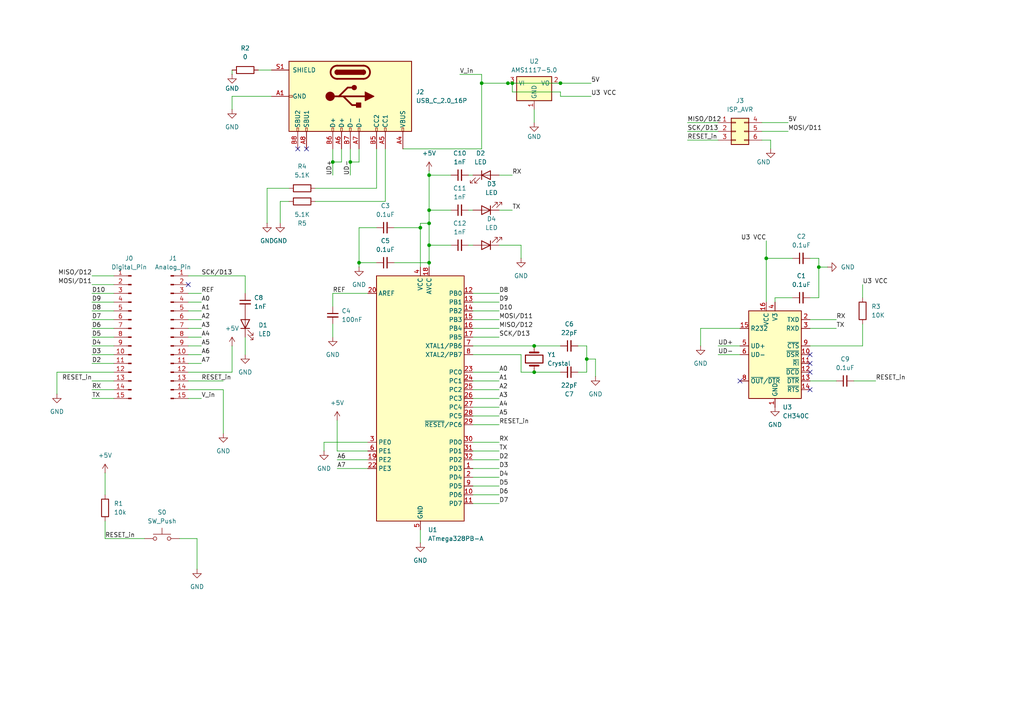
<source format=kicad_sch>
(kicad_sch
	(version 20231120)
	(generator "eeschema")
	(generator_version "8.0")
	(uuid "9ef4ecb5-42d4-413e-ab43-81c2ee2b2be6")
	(paper "A4")
	(title_block
		(title "Diustou Arduino Nano Clone")
		(date "2025-07-01")
		(rev "V1.0")
		(company "KaiserBi")
	)
	(lib_symbols
		(symbol "Connector:Conn_01x15_Pin"
			(pin_names
				(offset 1.016) hide)
			(exclude_from_sim no)
			(in_bom yes)
			(on_board yes)
			(property "Reference" "J"
				(at 0 20.32 0)
				(effects
					(font
						(size 1.27 1.27)
					)
				)
			)
			(property "Value" "Conn_01x15_Pin"
				(at 0 -20.32 0)
				(effects
					(font
						(size 1.27 1.27)
					)
				)
			)
			(property "Footprint" ""
				(at 0 0 0)
				(effects
					(font
						(size 1.27 1.27)
					)
					(hide yes)
				)
			)
			(property "Datasheet" "~"
				(at 0 0 0)
				(effects
					(font
						(size 1.27 1.27)
					)
					(hide yes)
				)
			)
			(property "Description" "Generic connector, single row, 01x15, script generated"
				(at 0 0 0)
				(effects
					(font
						(size 1.27 1.27)
					)
					(hide yes)
				)
			)
			(property "ki_locked" ""
				(at 0 0 0)
				(effects
					(font
						(size 1.27 1.27)
					)
				)
			)
			(property "ki_keywords" "connector"
				(at 0 0 0)
				(effects
					(font
						(size 1.27 1.27)
					)
					(hide yes)
				)
			)
			(property "ki_fp_filters" "Connector*:*_1x??_*"
				(at 0 0 0)
				(effects
					(font
						(size 1.27 1.27)
					)
					(hide yes)
				)
			)
			(symbol "Conn_01x15_Pin_1_1"
				(polyline
					(pts
						(xy 1.27 -17.78) (xy 0.8636 -17.78)
					)
					(stroke
						(width 0.1524)
						(type default)
					)
					(fill
						(type none)
					)
				)
				(polyline
					(pts
						(xy 1.27 -15.24) (xy 0.8636 -15.24)
					)
					(stroke
						(width 0.1524)
						(type default)
					)
					(fill
						(type none)
					)
				)
				(polyline
					(pts
						(xy 1.27 -12.7) (xy 0.8636 -12.7)
					)
					(stroke
						(width 0.1524)
						(type default)
					)
					(fill
						(type none)
					)
				)
				(polyline
					(pts
						(xy 1.27 -10.16) (xy 0.8636 -10.16)
					)
					(stroke
						(width 0.1524)
						(type default)
					)
					(fill
						(type none)
					)
				)
				(polyline
					(pts
						(xy 1.27 -7.62) (xy 0.8636 -7.62)
					)
					(stroke
						(width 0.1524)
						(type default)
					)
					(fill
						(type none)
					)
				)
				(polyline
					(pts
						(xy 1.27 -5.08) (xy 0.8636 -5.08)
					)
					(stroke
						(width 0.1524)
						(type default)
					)
					(fill
						(type none)
					)
				)
				(polyline
					(pts
						(xy 1.27 -2.54) (xy 0.8636 -2.54)
					)
					(stroke
						(width 0.1524)
						(type default)
					)
					(fill
						(type none)
					)
				)
				(polyline
					(pts
						(xy 1.27 0) (xy 0.8636 0)
					)
					(stroke
						(width 0.1524)
						(type default)
					)
					(fill
						(type none)
					)
				)
				(polyline
					(pts
						(xy 1.27 2.54) (xy 0.8636 2.54)
					)
					(stroke
						(width 0.1524)
						(type default)
					)
					(fill
						(type none)
					)
				)
				(polyline
					(pts
						(xy 1.27 5.08) (xy 0.8636 5.08)
					)
					(stroke
						(width 0.1524)
						(type default)
					)
					(fill
						(type none)
					)
				)
				(polyline
					(pts
						(xy 1.27 7.62) (xy 0.8636 7.62)
					)
					(stroke
						(width 0.1524)
						(type default)
					)
					(fill
						(type none)
					)
				)
				(polyline
					(pts
						(xy 1.27 10.16) (xy 0.8636 10.16)
					)
					(stroke
						(width 0.1524)
						(type default)
					)
					(fill
						(type none)
					)
				)
				(polyline
					(pts
						(xy 1.27 12.7) (xy 0.8636 12.7)
					)
					(stroke
						(width 0.1524)
						(type default)
					)
					(fill
						(type none)
					)
				)
				(polyline
					(pts
						(xy 1.27 15.24) (xy 0.8636 15.24)
					)
					(stroke
						(width 0.1524)
						(type default)
					)
					(fill
						(type none)
					)
				)
				(polyline
					(pts
						(xy 1.27 17.78) (xy 0.8636 17.78)
					)
					(stroke
						(width 0.1524)
						(type default)
					)
					(fill
						(type none)
					)
				)
				(rectangle
					(start 0.8636 -17.653)
					(end 0 -17.907)
					(stroke
						(width 0.1524)
						(type default)
					)
					(fill
						(type outline)
					)
				)
				(rectangle
					(start 0.8636 -15.113)
					(end 0 -15.367)
					(stroke
						(width 0.1524)
						(type default)
					)
					(fill
						(type outline)
					)
				)
				(rectangle
					(start 0.8636 -12.573)
					(end 0 -12.827)
					(stroke
						(width 0.1524)
						(type default)
					)
					(fill
						(type outline)
					)
				)
				(rectangle
					(start 0.8636 -10.033)
					(end 0 -10.287)
					(stroke
						(width 0.1524)
						(type default)
					)
					(fill
						(type outline)
					)
				)
				(rectangle
					(start 0.8636 -7.493)
					(end 0 -7.747)
					(stroke
						(width 0.1524)
						(type default)
					)
					(fill
						(type outline)
					)
				)
				(rectangle
					(start 0.8636 -4.953)
					(end 0 -5.207)
					(stroke
						(width 0.1524)
						(type default)
					)
					(fill
						(type outline)
					)
				)
				(rectangle
					(start 0.8636 -2.413)
					(end 0 -2.667)
					(stroke
						(width 0.1524)
						(type default)
					)
					(fill
						(type outline)
					)
				)
				(rectangle
					(start 0.8636 0.127)
					(end 0 -0.127)
					(stroke
						(width 0.1524)
						(type default)
					)
					(fill
						(type outline)
					)
				)
				(rectangle
					(start 0.8636 2.667)
					(end 0 2.413)
					(stroke
						(width 0.1524)
						(type default)
					)
					(fill
						(type outline)
					)
				)
				(rectangle
					(start 0.8636 5.207)
					(end 0 4.953)
					(stroke
						(width 0.1524)
						(type default)
					)
					(fill
						(type outline)
					)
				)
				(rectangle
					(start 0.8636 7.747)
					(end 0 7.493)
					(stroke
						(width 0.1524)
						(type default)
					)
					(fill
						(type outline)
					)
				)
				(rectangle
					(start 0.8636 10.287)
					(end 0 10.033)
					(stroke
						(width 0.1524)
						(type default)
					)
					(fill
						(type outline)
					)
				)
				(rectangle
					(start 0.8636 12.827)
					(end 0 12.573)
					(stroke
						(width 0.1524)
						(type default)
					)
					(fill
						(type outline)
					)
				)
				(rectangle
					(start 0.8636 15.367)
					(end 0 15.113)
					(stroke
						(width 0.1524)
						(type default)
					)
					(fill
						(type outline)
					)
				)
				(rectangle
					(start 0.8636 17.907)
					(end 0 17.653)
					(stroke
						(width 0.1524)
						(type default)
					)
					(fill
						(type outline)
					)
				)
				(pin passive line
					(at 5.08 17.78 180)
					(length 3.81)
					(name "Pin_1"
						(effects
							(font
								(size 1.27 1.27)
							)
						)
					)
					(number "1"
						(effects
							(font
								(size 1.27 1.27)
							)
						)
					)
				)
				(pin passive line
					(at 5.08 -5.08 180)
					(length 3.81)
					(name "Pin_10"
						(effects
							(font
								(size 1.27 1.27)
							)
						)
					)
					(number "10"
						(effects
							(font
								(size 1.27 1.27)
							)
						)
					)
				)
				(pin passive line
					(at 5.08 -7.62 180)
					(length 3.81)
					(name "Pin_11"
						(effects
							(font
								(size 1.27 1.27)
							)
						)
					)
					(number "11"
						(effects
							(font
								(size 1.27 1.27)
							)
						)
					)
				)
				(pin passive line
					(at 5.08 -10.16 180)
					(length 3.81)
					(name "Pin_12"
						(effects
							(font
								(size 1.27 1.27)
							)
						)
					)
					(number "12"
						(effects
							(font
								(size 1.27 1.27)
							)
						)
					)
				)
				(pin passive line
					(at 5.08 -12.7 180)
					(length 3.81)
					(name "Pin_13"
						(effects
							(font
								(size 1.27 1.27)
							)
						)
					)
					(number "13"
						(effects
							(font
								(size 1.27 1.27)
							)
						)
					)
				)
				(pin passive line
					(at 5.08 -15.24 180)
					(length 3.81)
					(name "Pin_14"
						(effects
							(font
								(size 1.27 1.27)
							)
						)
					)
					(number "14"
						(effects
							(font
								(size 1.27 1.27)
							)
						)
					)
				)
				(pin passive line
					(at 5.08 -17.78 180)
					(length 3.81)
					(name "Pin_15"
						(effects
							(font
								(size 1.27 1.27)
							)
						)
					)
					(number "15"
						(effects
							(font
								(size 1.27 1.27)
							)
						)
					)
				)
				(pin passive line
					(at 5.08 15.24 180)
					(length 3.81)
					(name "Pin_2"
						(effects
							(font
								(size 1.27 1.27)
							)
						)
					)
					(number "2"
						(effects
							(font
								(size 1.27 1.27)
							)
						)
					)
				)
				(pin passive line
					(at 5.08 12.7 180)
					(length 3.81)
					(name "Pin_3"
						(effects
							(font
								(size 1.27 1.27)
							)
						)
					)
					(number "3"
						(effects
							(font
								(size 1.27 1.27)
							)
						)
					)
				)
				(pin passive line
					(at 5.08 10.16 180)
					(length 3.81)
					(name "Pin_4"
						(effects
							(font
								(size 1.27 1.27)
							)
						)
					)
					(number "4"
						(effects
							(font
								(size 1.27 1.27)
							)
						)
					)
				)
				(pin passive line
					(at 5.08 7.62 180)
					(length 3.81)
					(name "Pin_5"
						(effects
							(font
								(size 1.27 1.27)
							)
						)
					)
					(number "5"
						(effects
							(font
								(size 1.27 1.27)
							)
						)
					)
				)
				(pin passive line
					(at 5.08 5.08 180)
					(length 3.81)
					(name "Pin_6"
						(effects
							(font
								(size 1.27 1.27)
							)
						)
					)
					(number "6"
						(effects
							(font
								(size 1.27 1.27)
							)
						)
					)
				)
				(pin passive line
					(at 5.08 2.54 180)
					(length 3.81)
					(name "Pin_7"
						(effects
							(font
								(size 1.27 1.27)
							)
						)
					)
					(number "7"
						(effects
							(font
								(size 1.27 1.27)
							)
						)
					)
				)
				(pin passive line
					(at 5.08 0 180)
					(length 3.81)
					(name "Pin_8"
						(effects
							(font
								(size 1.27 1.27)
							)
						)
					)
					(number "8"
						(effects
							(font
								(size 1.27 1.27)
							)
						)
					)
				)
				(pin passive line
					(at 5.08 -2.54 180)
					(length 3.81)
					(name "Pin_9"
						(effects
							(font
								(size 1.27 1.27)
							)
						)
					)
					(number "9"
						(effects
							(font
								(size 1.27 1.27)
							)
						)
					)
				)
			)
		)
		(symbol "Connector:USB_C_Receptacle_USB2.0_16P"
			(pin_names
				(offset 1.016)
			)
			(exclude_from_sim no)
			(in_bom yes)
			(on_board yes)
			(property "Reference" "J"
				(at 0 22.225 0)
				(effects
					(font
						(size 1.27 1.27)
					)
				)
			)
			(property "Value" "USB_C_Receptacle_USB2.0_16P"
				(at 0 19.685 0)
				(effects
					(font
						(size 1.27 1.27)
					)
				)
			)
			(property "Footprint" ""
				(at 3.81 0 0)
				(effects
					(font
						(size 1.27 1.27)
					)
					(hide yes)
				)
			)
			(property "Datasheet" "https://www.usb.org/sites/default/files/documents/usb_type-c.zip"
				(at 3.81 0 0)
				(effects
					(font
						(size 1.27 1.27)
					)
					(hide yes)
				)
			)
			(property "Description" "USB 2.0-only 16P Type-C Receptacle connector"
				(at 0 0 0)
				(effects
					(font
						(size 1.27 1.27)
					)
					(hide yes)
				)
			)
			(property "ki_keywords" "usb universal serial bus type-C USB2.0"
				(at 0 0 0)
				(effects
					(font
						(size 1.27 1.27)
					)
					(hide yes)
				)
			)
			(property "ki_fp_filters" "USB*C*Receptacle*"
				(at 0 0 0)
				(effects
					(font
						(size 1.27 1.27)
					)
					(hide yes)
				)
			)
			(symbol "USB_C_Receptacle_USB2.0_16P_0_0"
				(rectangle
					(start -0.254 -17.78)
					(end 0.254 -16.764)
					(stroke
						(width 0)
						(type default)
					)
					(fill
						(type none)
					)
				)
				(rectangle
					(start 10.16 -14.986)
					(end 9.144 -15.494)
					(stroke
						(width 0)
						(type default)
					)
					(fill
						(type none)
					)
				)
				(rectangle
					(start 10.16 -12.446)
					(end 9.144 -12.954)
					(stroke
						(width 0)
						(type default)
					)
					(fill
						(type none)
					)
				)
				(rectangle
					(start 10.16 -4.826)
					(end 9.144 -5.334)
					(stroke
						(width 0)
						(type default)
					)
					(fill
						(type none)
					)
				)
				(rectangle
					(start 10.16 -2.286)
					(end 9.144 -2.794)
					(stroke
						(width 0)
						(type default)
					)
					(fill
						(type none)
					)
				)
				(rectangle
					(start 10.16 0.254)
					(end 9.144 -0.254)
					(stroke
						(width 0)
						(type default)
					)
					(fill
						(type none)
					)
				)
				(rectangle
					(start 10.16 2.794)
					(end 9.144 2.286)
					(stroke
						(width 0)
						(type default)
					)
					(fill
						(type none)
					)
				)
				(rectangle
					(start 10.16 7.874)
					(end 9.144 7.366)
					(stroke
						(width 0)
						(type default)
					)
					(fill
						(type none)
					)
				)
				(rectangle
					(start 10.16 10.414)
					(end 9.144 9.906)
					(stroke
						(width 0)
						(type default)
					)
					(fill
						(type none)
					)
				)
				(rectangle
					(start 10.16 15.494)
					(end 9.144 14.986)
					(stroke
						(width 0)
						(type default)
					)
					(fill
						(type none)
					)
				)
			)
			(symbol "USB_C_Receptacle_USB2.0_16P_0_1"
				(rectangle
					(start -10.16 17.78)
					(end 10.16 -17.78)
					(stroke
						(width 0.254)
						(type default)
					)
					(fill
						(type background)
					)
				)
				(arc
					(start -8.89 -3.81)
					(mid -6.985 -5.7067)
					(end -5.08 -3.81)
					(stroke
						(width 0.508)
						(type default)
					)
					(fill
						(type none)
					)
				)
				(arc
					(start -7.62 -3.81)
					(mid -6.985 -4.4423)
					(end -6.35 -3.81)
					(stroke
						(width 0.254)
						(type default)
					)
					(fill
						(type none)
					)
				)
				(arc
					(start -7.62 -3.81)
					(mid -6.985 -4.4423)
					(end -6.35 -3.81)
					(stroke
						(width 0.254)
						(type default)
					)
					(fill
						(type outline)
					)
				)
				(rectangle
					(start -7.62 -3.81)
					(end -6.35 3.81)
					(stroke
						(width 0.254)
						(type default)
					)
					(fill
						(type outline)
					)
				)
				(arc
					(start -6.35 3.81)
					(mid -6.985 4.4423)
					(end -7.62 3.81)
					(stroke
						(width 0.254)
						(type default)
					)
					(fill
						(type none)
					)
				)
				(arc
					(start -6.35 3.81)
					(mid -6.985 4.4423)
					(end -7.62 3.81)
					(stroke
						(width 0.254)
						(type default)
					)
					(fill
						(type outline)
					)
				)
				(arc
					(start -5.08 3.81)
					(mid -6.985 5.7067)
					(end -8.89 3.81)
					(stroke
						(width 0.508)
						(type default)
					)
					(fill
						(type none)
					)
				)
				(circle
					(center -2.54 1.143)
					(radius 0.635)
					(stroke
						(width 0.254)
						(type default)
					)
					(fill
						(type outline)
					)
				)
				(circle
					(center 0 -5.842)
					(radius 1.27)
					(stroke
						(width 0)
						(type default)
					)
					(fill
						(type outline)
					)
				)
				(polyline
					(pts
						(xy -8.89 -3.81) (xy -8.89 3.81)
					)
					(stroke
						(width 0.508)
						(type default)
					)
					(fill
						(type none)
					)
				)
				(polyline
					(pts
						(xy -5.08 3.81) (xy -5.08 -3.81)
					)
					(stroke
						(width 0.508)
						(type default)
					)
					(fill
						(type none)
					)
				)
				(polyline
					(pts
						(xy 0 -5.842) (xy 0 4.318)
					)
					(stroke
						(width 0.508)
						(type default)
					)
					(fill
						(type none)
					)
				)
				(polyline
					(pts
						(xy 0 -3.302) (xy -2.54 -0.762) (xy -2.54 0.508)
					)
					(stroke
						(width 0.508)
						(type default)
					)
					(fill
						(type none)
					)
				)
				(polyline
					(pts
						(xy 0 -2.032) (xy 2.54 0.508) (xy 2.54 1.778)
					)
					(stroke
						(width 0.508)
						(type default)
					)
					(fill
						(type none)
					)
				)
				(polyline
					(pts
						(xy -1.27 4.318) (xy 0 6.858) (xy 1.27 4.318) (xy -1.27 4.318)
					)
					(stroke
						(width 0.254)
						(type default)
					)
					(fill
						(type outline)
					)
				)
				(rectangle
					(start 1.905 1.778)
					(end 3.175 3.048)
					(stroke
						(width 0.254)
						(type default)
					)
					(fill
						(type outline)
					)
				)
			)
			(symbol "USB_C_Receptacle_USB2.0_16P_1_1"
				(pin passive line
					(at 0 -22.86 90)
					(length 5.08)
					(name "GND"
						(effects
							(font
								(size 1.27 1.27)
							)
						)
					)
					(number "A1"
						(effects
							(font
								(size 1.27 1.27)
							)
						)
					)
				)
				(pin passive line
					(at 0 -22.86 90)
					(length 5.08) hide
					(name "GND"
						(effects
							(font
								(size 1.27 1.27)
							)
						)
					)
					(number "A12"
						(effects
							(font
								(size 1.27 1.27)
							)
						)
					)
				)
				(pin passive line
					(at 15.24 15.24 180)
					(length 5.08)
					(name "VBUS"
						(effects
							(font
								(size 1.27 1.27)
							)
						)
					)
					(number "A4"
						(effects
							(font
								(size 1.27 1.27)
							)
						)
					)
				)
				(pin bidirectional line
					(at 15.24 10.16 180)
					(length 5.08)
					(name "CC1"
						(effects
							(font
								(size 1.27 1.27)
							)
						)
					)
					(number "A5"
						(effects
							(font
								(size 1.27 1.27)
							)
						)
					)
				)
				(pin bidirectional line
					(at 15.24 -2.54 180)
					(length 5.08)
					(name "D+"
						(effects
							(font
								(size 1.27 1.27)
							)
						)
					)
					(number "A6"
						(effects
							(font
								(size 1.27 1.27)
							)
						)
					)
				)
				(pin bidirectional line
					(at 15.24 2.54 180)
					(length 5.08)
					(name "D-"
						(effects
							(font
								(size 1.27 1.27)
							)
						)
					)
					(number "A7"
						(effects
							(font
								(size 1.27 1.27)
							)
						)
					)
				)
				(pin bidirectional line
					(at 15.24 -12.7 180)
					(length 5.08)
					(name "SBU1"
						(effects
							(font
								(size 1.27 1.27)
							)
						)
					)
					(number "A8"
						(effects
							(font
								(size 1.27 1.27)
							)
						)
					)
				)
				(pin passive line
					(at 15.24 15.24 180)
					(length 5.08) hide
					(name "VBUS"
						(effects
							(font
								(size 1.27 1.27)
							)
						)
					)
					(number "A9"
						(effects
							(font
								(size 1.27 1.27)
							)
						)
					)
				)
				(pin passive line
					(at 0 -22.86 90)
					(length 5.08) hide
					(name "GND"
						(effects
							(font
								(size 1.27 1.27)
							)
						)
					)
					(number "B1"
						(effects
							(font
								(size 1.27 1.27)
							)
						)
					)
				)
				(pin passive line
					(at 0 -22.86 90)
					(length 5.08) hide
					(name "GND"
						(effects
							(font
								(size 1.27 1.27)
							)
						)
					)
					(number "B12"
						(effects
							(font
								(size 1.27 1.27)
							)
						)
					)
				)
				(pin passive line
					(at 15.24 15.24 180)
					(length 5.08) hide
					(name "VBUS"
						(effects
							(font
								(size 1.27 1.27)
							)
						)
					)
					(number "B4"
						(effects
							(font
								(size 1.27 1.27)
							)
						)
					)
				)
				(pin bidirectional line
					(at 15.24 7.62 180)
					(length 5.08)
					(name "CC2"
						(effects
							(font
								(size 1.27 1.27)
							)
						)
					)
					(number "B5"
						(effects
							(font
								(size 1.27 1.27)
							)
						)
					)
				)
				(pin bidirectional line
					(at 15.24 -5.08 180)
					(length 5.08)
					(name "D+"
						(effects
							(font
								(size 1.27 1.27)
							)
						)
					)
					(number "B6"
						(effects
							(font
								(size 1.27 1.27)
							)
						)
					)
				)
				(pin bidirectional line
					(at 15.24 0 180)
					(length 5.08)
					(name "D-"
						(effects
							(font
								(size 1.27 1.27)
							)
						)
					)
					(number "B7"
						(effects
							(font
								(size 1.27 1.27)
							)
						)
					)
				)
				(pin bidirectional line
					(at 15.24 -15.24 180)
					(length 5.08)
					(name "SBU2"
						(effects
							(font
								(size 1.27 1.27)
							)
						)
					)
					(number "B8"
						(effects
							(font
								(size 1.27 1.27)
							)
						)
					)
				)
				(pin passive line
					(at 15.24 15.24 180)
					(length 5.08) hide
					(name "VBUS"
						(effects
							(font
								(size 1.27 1.27)
							)
						)
					)
					(number "B9"
						(effects
							(font
								(size 1.27 1.27)
							)
						)
					)
				)
				(pin passive line
					(at -7.62 -22.86 90)
					(length 5.08)
					(name "SHIELD"
						(effects
							(font
								(size 1.27 1.27)
							)
						)
					)
					(number "S1"
						(effects
							(font
								(size 1.27 1.27)
							)
						)
					)
				)
			)
		)
		(symbol "Connector_Generic:Conn_02x03_Top_Bottom"
			(pin_names
				(offset 1.016) hide)
			(exclude_from_sim no)
			(in_bom yes)
			(on_board yes)
			(property "Reference" "J"
				(at 1.27 5.08 0)
				(effects
					(font
						(size 1.27 1.27)
					)
				)
			)
			(property "Value" "Conn_02x03_Top_Bottom"
				(at 1.27 -5.08 0)
				(effects
					(font
						(size 1.27 1.27)
					)
				)
			)
			(property "Footprint" ""
				(at 0 0 0)
				(effects
					(font
						(size 1.27 1.27)
					)
					(hide yes)
				)
			)
			(property "Datasheet" "~"
				(at 0 0 0)
				(effects
					(font
						(size 1.27 1.27)
					)
					(hide yes)
				)
			)
			(property "Description" "Generic connector, double row, 02x03, top/bottom pin numbering scheme (row 1: 1...pins_per_row, row2: pins_per_row+1 ... num_pins), script generated (kicad-library-utils/schlib/autogen/connector/)"
				(at 0 0 0)
				(effects
					(font
						(size 1.27 1.27)
					)
					(hide yes)
				)
			)
			(property "ki_keywords" "connector"
				(at 0 0 0)
				(effects
					(font
						(size 1.27 1.27)
					)
					(hide yes)
				)
			)
			(property "ki_fp_filters" "Connector*:*_2x??_*"
				(at 0 0 0)
				(effects
					(font
						(size 1.27 1.27)
					)
					(hide yes)
				)
			)
			(symbol "Conn_02x03_Top_Bottom_1_1"
				(rectangle
					(start -1.27 -2.413)
					(end 0 -2.667)
					(stroke
						(width 0.1524)
						(type default)
					)
					(fill
						(type none)
					)
				)
				(rectangle
					(start -1.27 0.127)
					(end 0 -0.127)
					(stroke
						(width 0.1524)
						(type default)
					)
					(fill
						(type none)
					)
				)
				(rectangle
					(start -1.27 2.667)
					(end 0 2.413)
					(stroke
						(width 0.1524)
						(type default)
					)
					(fill
						(type none)
					)
				)
				(rectangle
					(start -1.27 3.81)
					(end 3.81 -3.81)
					(stroke
						(width 0.254)
						(type default)
					)
					(fill
						(type background)
					)
				)
				(rectangle
					(start 3.81 -2.413)
					(end 2.54 -2.667)
					(stroke
						(width 0.1524)
						(type default)
					)
					(fill
						(type none)
					)
				)
				(rectangle
					(start 3.81 0.127)
					(end 2.54 -0.127)
					(stroke
						(width 0.1524)
						(type default)
					)
					(fill
						(type none)
					)
				)
				(rectangle
					(start 3.81 2.667)
					(end 2.54 2.413)
					(stroke
						(width 0.1524)
						(type default)
					)
					(fill
						(type none)
					)
				)
				(pin passive line
					(at -5.08 2.54 0)
					(length 3.81)
					(name "Pin_1"
						(effects
							(font
								(size 1.27 1.27)
							)
						)
					)
					(number "1"
						(effects
							(font
								(size 1.27 1.27)
							)
						)
					)
				)
				(pin passive line
					(at -5.08 0 0)
					(length 3.81)
					(name "Pin_2"
						(effects
							(font
								(size 1.27 1.27)
							)
						)
					)
					(number "2"
						(effects
							(font
								(size 1.27 1.27)
							)
						)
					)
				)
				(pin passive line
					(at -5.08 -2.54 0)
					(length 3.81)
					(name "Pin_3"
						(effects
							(font
								(size 1.27 1.27)
							)
						)
					)
					(number "3"
						(effects
							(font
								(size 1.27 1.27)
							)
						)
					)
				)
				(pin passive line
					(at 7.62 2.54 180)
					(length 3.81)
					(name "Pin_4"
						(effects
							(font
								(size 1.27 1.27)
							)
						)
					)
					(number "4"
						(effects
							(font
								(size 1.27 1.27)
							)
						)
					)
				)
				(pin passive line
					(at 7.62 0 180)
					(length 3.81)
					(name "Pin_5"
						(effects
							(font
								(size 1.27 1.27)
							)
						)
					)
					(number "5"
						(effects
							(font
								(size 1.27 1.27)
							)
						)
					)
				)
				(pin passive line
					(at 7.62 -2.54 180)
					(length 3.81)
					(name "Pin_6"
						(effects
							(font
								(size 1.27 1.27)
							)
						)
					)
					(number "6"
						(effects
							(font
								(size 1.27 1.27)
							)
						)
					)
				)
			)
		)
		(symbol "Device:C_Small"
			(pin_numbers hide)
			(pin_names
				(offset 0.254) hide)
			(exclude_from_sim no)
			(in_bom yes)
			(on_board yes)
			(property "Reference" "C"
				(at 0.254 1.778 0)
				(effects
					(font
						(size 1.27 1.27)
					)
					(justify left)
				)
			)
			(property "Value" "C_Small"
				(at 0.254 -2.032 0)
				(effects
					(font
						(size 1.27 1.27)
					)
					(justify left)
				)
			)
			(property "Footprint" ""
				(at 0 0 0)
				(effects
					(font
						(size 1.27 1.27)
					)
					(hide yes)
				)
			)
			(property "Datasheet" "~"
				(at 0 0 0)
				(effects
					(font
						(size 1.27 1.27)
					)
					(hide yes)
				)
			)
			(property "Description" "Unpolarized capacitor, small symbol"
				(at 0 0 0)
				(effects
					(font
						(size 1.27 1.27)
					)
					(hide yes)
				)
			)
			(property "ki_keywords" "capacitor cap"
				(at 0 0 0)
				(effects
					(font
						(size 1.27 1.27)
					)
					(hide yes)
				)
			)
			(property "ki_fp_filters" "C_*"
				(at 0 0 0)
				(effects
					(font
						(size 1.27 1.27)
					)
					(hide yes)
				)
			)
			(symbol "C_Small_0_1"
				(polyline
					(pts
						(xy -1.524 -0.508) (xy 1.524 -0.508)
					)
					(stroke
						(width 0.3302)
						(type default)
					)
					(fill
						(type none)
					)
				)
				(polyline
					(pts
						(xy -1.524 0.508) (xy 1.524 0.508)
					)
					(stroke
						(width 0.3048)
						(type default)
					)
					(fill
						(type none)
					)
				)
			)
			(symbol "C_Small_1_1"
				(pin passive line
					(at 0 2.54 270)
					(length 2.032)
					(name "~"
						(effects
							(font
								(size 1.27 1.27)
							)
						)
					)
					(number "1"
						(effects
							(font
								(size 1.27 1.27)
							)
						)
					)
				)
				(pin passive line
					(at 0 -2.54 90)
					(length 2.032)
					(name "~"
						(effects
							(font
								(size 1.27 1.27)
							)
						)
					)
					(number "2"
						(effects
							(font
								(size 1.27 1.27)
							)
						)
					)
				)
			)
		)
		(symbol "Device:Crystal"
			(pin_numbers hide)
			(pin_names
				(offset 1.016) hide)
			(exclude_from_sim no)
			(in_bom yes)
			(on_board yes)
			(property "Reference" "Y"
				(at 0 3.81 0)
				(effects
					(font
						(size 1.27 1.27)
					)
				)
			)
			(property "Value" "Crystal"
				(at 0 -3.81 0)
				(effects
					(font
						(size 1.27 1.27)
					)
				)
			)
			(property "Footprint" ""
				(at 0 0 0)
				(effects
					(font
						(size 1.27 1.27)
					)
					(hide yes)
				)
			)
			(property "Datasheet" "~"
				(at 0 0 0)
				(effects
					(font
						(size 1.27 1.27)
					)
					(hide yes)
				)
			)
			(property "Description" "Two pin crystal"
				(at 0 0 0)
				(effects
					(font
						(size 1.27 1.27)
					)
					(hide yes)
				)
			)
			(property "ki_keywords" "quartz ceramic resonator oscillator"
				(at 0 0 0)
				(effects
					(font
						(size 1.27 1.27)
					)
					(hide yes)
				)
			)
			(property "ki_fp_filters" "Crystal*"
				(at 0 0 0)
				(effects
					(font
						(size 1.27 1.27)
					)
					(hide yes)
				)
			)
			(symbol "Crystal_0_1"
				(rectangle
					(start -1.143 2.54)
					(end 1.143 -2.54)
					(stroke
						(width 0.3048)
						(type default)
					)
					(fill
						(type none)
					)
				)
				(polyline
					(pts
						(xy -2.54 0) (xy -1.905 0)
					)
					(stroke
						(width 0)
						(type default)
					)
					(fill
						(type none)
					)
				)
				(polyline
					(pts
						(xy -1.905 -1.27) (xy -1.905 1.27)
					)
					(stroke
						(width 0.508)
						(type default)
					)
					(fill
						(type none)
					)
				)
				(polyline
					(pts
						(xy 1.905 -1.27) (xy 1.905 1.27)
					)
					(stroke
						(width 0.508)
						(type default)
					)
					(fill
						(type none)
					)
				)
				(polyline
					(pts
						(xy 2.54 0) (xy 1.905 0)
					)
					(stroke
						(width 0)
						(type default)
					)
					(fill
						(type none)
					)
				)
			)
			(symbol "Crystal_1_1"
				(pin passive line
					(at -3.81 0 0)
					(length 1.27)
					(name "1"
						(effects
							(font
								(size 1.27 1.27)
							)
						)
					)
					(number "1"
						(effects
							(font
								(size 1.27 1.27)
							)
						)
					)
				)
				(pin passive line
					(at 3.81 0 180)
					(length 1.27)
					(name "2"
						(effects
							(font
								(size 1.27 1.27)
							)
						)
					)
					(number "2"
						(effects
							(font
								(size 1.27 1.27)
							)
						)
					)
				)
			)
		)
		(symbol "Device:LED"
			(pin_numbers hide)
			(pin_names
				(offset 1.016) hide)
			(exclude_from_sim no)
			(in_bom yes)
			(on_board yes)
			(property "Reference" "D"
				(at 0 2.54 0)
				(effects
					(font
						(size 1.27 1.27)
					)
				)
			)
			(property "Value" "LED"
				(at 0 -2.54 0)
				(effects
					(font
						(size 1.27 1.27)
					)
				)
			)
			(property "Footprint" ""
				(at 0 0 0)
				(effects
					(font
						(size 1.27 1.27)
					)
					(hide yes)
				)
			)
			(property "Datasheet" "~"
				(at 0 0 0)
				(effects
					(font
						(size 1.27 1.27)
					)
					(hide yes)
				)
			)
			(property "Description" "Light emitting diode"
				(at 0 0 0)
				(effects
					(font
						(size 1.27 1.27)
					)
					(hide yes)
				)
			)
			(property "ki_keywords" "LED diode"
				(at 0 0 0)
				(effects
					(font
						(size 1.27 1.27)
					)
					(hide yes)
				)
			)
			(property "ki_fp_filters" "LED* LED_SMD:* LED_THT:*"
				(at 0 0 0)
				(effects
					(font
						(size 1.27 1.27)
					)
					(hide yes)
				)
			)
			(symbol "LED_0_1"
				(polyline
					(pts
						(xy -1.27 -1.27) (xy -1.27 1.27)
					)
					(stroke
						(width 0.254)
						(type default)
					)
					(fill
						(type none)
					)
				)
				(polyline
					(pts
						(xy -1.27 0) (xy 1.27 0)
					)
					(stroke
						(width 0)
						(type default)
					)
					(fill
						(type none)
					)
				)
				(polyline
					(pts
						(xy 1.27 -1.27) (xy 1.27 1.27) (xy -1.27 0) (xy 1.27 -1.27)
					)
					(stroke
						(width 0.254)
						(type default)
					)
					(fill
						(type none)
					)
				)
				(polyline
					(pts
						(xy -3.048 -0.762) (xy -4.572 -2.286) (xy -3.81 -2.286) (xy -4.572 -2.286) (xy -4.572 -1.524)
					)
					(stroke
						(width 0)
						(type default)
					)
					(fill
						(type none)
					)
				)
				(polyline
					(pts
						(xy -1.778 -0.762) (xy -3.302 -2.286) (xy -2.54 -2.286) (xy -3.302 -2.286) (xy -3.302 -1.524)
					)
					(stroke
						(width 0)
						(type default)
					)
					(fill
						(type none)
					)
				)
			)
			(symbol "LED_1_1"
				(pin passive line
					(at -3.81 0 0)
					(length 2.54)
					(name "K"
						(effects
							(font
								(size 1.27 1.27)
							)
						)
					)
					(number "1"
						(effects
							(font
								(size 1.27 1.27)
							)
						)
					)
				)
				(pin passive line
					(at 3.81 0 180)
					(length 2.54)
					(name "A"
						(effects
							(font
								(size 1.27 1.27)
							)
						)
					)
					(number "2"
						(effects
							(font
								(size 1.27 1.27)
							)
						)
					)
				)
			)
		)
		(symbol "Device:R"
			(pin_numbers hide)
			(pin_names
				(offset 0)
			)
			(exclude_from_sim no)
			(in_bom yes)
			(on_board yes)
			(property "Reference" "R"
				(at 2.032 0 90)
				(effects
					(font
						(size 1.27 1.27)
					)
				)
			)
			(property "Value" "R"
				(at 0 0 90)
				(effects
					(font
						(size 1.27 1.27)
					)
				)
			)
			(property "Footprint" ""
				(at -1.778 0 90)
				(effects
					(font
						(size 1.27 1.27)
					)
					(hide yes)
				)
			)
			(property "Datasheet" "~"
				(at 0 0 0)
				(effects
					(font
						(size 1.27 1.27)
					)
					(hide yes)
				)
			)
			(property "Description" "Resistor"
				(at 0 0 0)
				(effects
					(font
						(size 1.27 1.27)
					)
					(hide yes)
				)
			)
			(property "ki_keywords" "R res resistor"
				(at 0 0 0)
				(effects
					(font
						(size 1.27 1.27)
					)
					(hide yes)
				)
			)
			(property "ki_fp_filters" "R_*"
				(at 0 0 0)
				(effects
					(font
						(size 1.27 1.27)
					)
					(hide yes)
				)
			)
			(symbol "R_0_1"
				(rectangle
					(start -1.016 -2.54)
					(end 1.016 2.54)
					(stroke
						(width 0.254)
						(type default)
					)
					(fill
						(type none)
					)
				)
			)
			(symbol "R_1_1"
				(pin passive line
					(at 0 3.81 270)
					(length 1.27)
					(name "~"
						(effects
							(font
								(size 1.27 1.27)
							)
						)
					)
					(number "1"
						(effects
							(font
								(size 1.27 1.27)
							)
						)
					)
				)
				(pin passive line
					(at 0 -3.81 90)
					(length 1.27)
					(name "~"
						(effects
							(font
								(size 1.27 1.27)
							)
						)
					)
					(number "2"
						(effects
							(font
								(size 1.27 1.27)
							)
						)
					)
				)
			)
		)
		(symbol "Interface_USB:CH340C"
			(exclude_from_sim no)
			(in_bom yes)
			(on_board yes)
			(property "Reference" "U"
				(at -5.08 13.97 0)
				(effects
					(font
						(size 1.27 1.27)
					)
					(justify right)
				)
			)
			(property "Value" "CH340C"
				(at 1.27 13.97 0)
				(effects
					(font
						(size 1.27 1.27)
					)
					(justify left)
				)
			)
			(property "Footprint" "Package_SO:SOIC-16_3.9x9.9mm_P1.27mm"
				(at 1.27 -13.97 0)
				(effects
					(font
						(size 1.27 1.27)
					)
					(justify left)
					(hide yes)
				)
			)
			(property "Datasheet" "https://datasheet.lcsc.com/szlcsc/Jiangsu-Qin-Heng-CH340C_C84681.pdf"
				(at -8.89 20.32 0)
				(effects
					(font
						(size 1.27 1.27)
					)
					(hide yes)
				)
			)
			(property "Description" "USB serial converter, UART, SOIC-16"
				(at 0 0 0)
				(effects
					(font
						(size 1.27 1.27)
					)
					(hide yes)
				)
			)
			(property "ki_keywords" "USB UART Serial Converter Interface"
				(at 0 0 0)
				(effects
					(font
						(size 1.27 1.27)
					)
					(hide yes)
				)
			)
			(property "ki_fp_filters" "SOIC*3.9x9.9mm*P1.27mm*"
				(at 0 0 0)
				(effects
					(font
						(size 1.27 1.27)
					)
					(hide yes)
				)
			)
			(symbol "CH340C_0_1"
				(rectangle
					(start -7.62 12.7)
					(end 7.62 -12.7)
					(stroke
						(width 0.254)
						(type default)
					)
					(fill
						(type background)
					)
				)
			)
			(symbol "CH340C_1_1"
				(pin power_in line
					(at 0 -15.24 90)
					(length 2.54)
					(name "GND"
						(effects
							(font
								(size 1.27 1.27)
							)
						)
					)
					(number "1"
						(effects
							(font
								(size 1.27 1.27)
							)
						)
					)
				)
				(pin input line
					(at 10.16 0 180)
					(length 2.54)
					(name "~{DSR}"
						(effects
							(font
								(size 1.27 1.27)
							)
						)
					)
					(number "10"
						(effects
							(font
								(size 1.27 1.27)
							)
						)
					)
				)
				(pin input line
					(at 10.16 -2.54 180)
					(length 2.54)
					(name "~{RI}"
						(effects
							(font
								(size 1.27 1.27)
							)
						)
					)
					(number "11"
						(effects
							(font
								(size 1.27 1.27)
							)
						)
					)
				)
				(pin input line
					(at 10.16 -5.08 180)
					(length 2.54)
					(name "~{DCD}"
						(effects
							(font
								(size 1.27 1.27)
							)
						)
					)
					(number "12"
						(effects
							(font
								(size 1.27 1.27)
							)
						)
					)
				)
				(pin output line
					(at 10.16 -7.62 180)
					(length 2.54)
					(name "~{DTR}"
						(effects
							(font
								(size 1.27 1.27)
							)
						)
					)
					(number "13"
						(effects
							(font
								(size 1.27 1.27)
							)
						)
					)
				)
				(pin output line
					(at 10.16 -10.16 180)
					(length 2.54)
					(name "~{RTS}"
						(effects
							(font
								(size 1.27 1.27)
							)
						)
					)
					(number "14"
						(effects
							(font
								(size 1.27 1.27)
							)
						)
					)
				)
				(pin input line
					(at -10.16 7.62 0)
					(length 2.54)
					(name "R232"
						(effects
							(font
								(size 1.27 1.27)
							)
						)
					)
					(number "15"
						(effects
							(font
								(size 1.27 1.27)
							)
						)
					)
				)
				(pin power_in line
					(at -2.54 15.24 270)
					(length 2.54)
					(name "VCC"
						(effects
							(font
								(size 1.27 1.27)
							)
						)
					)
					(number "16"
						(effects
							(font
								(size 1.27 1.27)
							)
						)
					)
				)
				(pin output line
					(at 10.16 10.16 180)
					(length 2.54)
					(name "TXD"
						(effects
							(font
								(size 1.27 1.27)
							)
						)
					)
					(number "2"
						(effects
							(font
								(size 1.27 1.27)
							)
						)
					)
				)
				(pin input line
					(at 10.16 7.62 180)
					(length 2.54)
					(name "RXD"
						(effects
							(font
								(size 1.27 1.27)
							)
						)
					)
					(number "3"
						(effects
							(font
								(size 1.27 1.27)
							)
						)
					)
				)
				(pin power_out line
					(at 0 15.24 270)
					(length 2.54)
					(name "V3"
						(effects
							(font
								(size 1.27 1.27)
							)
						)
					)
					(number "4"
						(effects
							(font
								(size 1.27 1.27)
							)
						)
					)
				)
				(pin bidirectional line
					(at -10.16 2.54 0)
					(length 2.54)
					(name "UD+"
						(effects
							(font
								(size 1.27 1.27)
							)
						)
					)
					(number "5"
						(effects
							(font
								(size 1.27 1.27)
							)
						)
					)
				)
				(pin bidirectional line
					(at -10.16 0 0)
					(length 2.54)
					(name "UD-"
						(effects
							(font
								(size 1.27 1.27)
							)
						)
					)
					(number "6"
						(effects
							(font
								(size 1.27 1.27)
							)
						)
					)
				)
				(pin no_connect line
					(at -7.62 -5.08 0)
					(length 2.54) hide
					(name "NC"
						(effects
							(font
								(size 1.27 1.27)
							)
						)
					)
					(number "7"
						(effects
							(font
								(size 1.27 1.27)
							)
						)
					)
				)
				(pin output line
					(at -10.16 -7.62 0)
					(length 2.54)
					(name "~{OUT}/~{DTR}"
						(effects
							(font
								(size 1.27 1.27)
							)
						)
					)
					(number "8"
						(effects
							(font
								(size 1.27 1.27)
							)
						)
					)
				)
				(pin input line
					(at 10.16 2.54 180)
					(length 2.54)
					(name "~{CTS}"
						(effects
							(font
								(size 1.27 1.27)
							)
						)
					)
					(number "9"
						(effects
							(font
								(size 1.27 1.27)
							)
						)
					)
				)
			)
		)
		(symbol "MCU_Microchip_ATmega:ATmega328PB-A"
			(exclude_from_sim no)
			(in_bom yes)
			(on_board yes)
			(property "Reference" "U"
				(at -12.7 36.83 0)
				(effects
					(font
						(size 1.27 1.27)
					)
					(justify left bottom)
				)
			)
			(property "Value" "ATmega328PB-A"
				(at 2.54 -36.83 0)
				(effects
					(font
						(size 1.27 1.27)
					)
					(justify left top)
				)
			)
			(property "Footprint" "Package_QFP:TQFP-32_7x7mm_P0.8mm"
				(at 0 0 0)
				(effects
					(font
						(size 1.27 1.27)
						(italic yes)
					)
					(hide yes)
				)
			)
			(property "Datasheet" "http://ww1.microchip.com/downloads/en/DeviceDoc/40001906C.pdf"
				(at 0 0 0)
				(effects
					(font
						(size 1.27 1.27)
					)
					(hide yes)
				)
			)
			(property "Description" "20MHz, 32kB Flash, 2kB SRAM, 1kB EEPROM, TQFP-32"
				(at 0 0 0)
				(effects
					(font
						(size 1.27 1.27)
					)
					(hide yes)
				)
			)
			(property "ki_keywords" "AVR 8bit Microcontroller MegaAVR"
				(at 0 0 0)
				(effects
					(font
						(size 1.27 1.27)
					)
					(hide yes)
				)
			)
			(property "ki_fp_filters" "TQFP*7x7mm*P0.8mm*"
				(at 0 0 0)
				(effects
					(font
						(size 1.27 1.27)
					)
					(hide yes)
				)
			)
			(symbol "ATmega328PB-A_0_1"
				(rectangle
					(start -12.7 -35.56)
					(end 12.7 35.56)
					(stroke
						(width 0.254)
						(type default)
					)
					(fill
						(type background)
					)
				)
			)
			(symbol "ATmega328PB-A_1_1"
				(pin bidirectional line
					(at 15.24 -20.32 180)
					(length 2.54)
					(name "PD3"
						(effects
							(font
								(size 1.27 1.27)
							)
						)
					)
					(number "1"
						(effects
							(font
								(size 1.27 1.27)
							)
						)
					)
				)
				(pin bidirectional line
					(at 15.24 -27.94 180)
					(length 2.54)
					(name "PD6"
						(effects
							(font
								(size 1.27 1.27)
							)
						)
					)
					(number "10"
						(effects
							(font
								(size 1.27 1.27)
							)
						)
					)
				)
				(pin bidirectional line
					(at 15.24 -30.48 180)
					(length 2.54)
					(name "PD7"
						(effects
							(font
								(size 1.27 1.27)
							)
						)
					)
					(number "11"
						(effects
							(font
								(size 1.27 1.27)
							)
						)
					)
				)
				(pin bidirectional line
					(at 15.24 30.48 180)
					(length 2.54)
					(name "PB0"
						(effects
							(font
								(size 1.27 1.27)
							)
						)
					)
					(number "12"
						(effects
							(font
								(size 1.27 1.27)
							)
						)
					)
				)
				(pin bidirectional line
					(at 15.24 27.94 180)
					(length 2.54)
					(name "PB1"
						(effects
							(font
								(size 1.27 1.27)
							)
						)
					)
					(number "13"
						(effects
							(font
								(size 1.27 1.27)
							)
						)
					)
				)
				(pin bidirectional line
					(at 15.24 25.4 180)
					(length 2.54)
					(name "PB2"
						(effects
							(font
								(size 1.27 1.27)
							)
						)
					)
					(number "14"
						(effects
							(font
								(size 1.27 1.27)
							)
						)
					)
				)
				(pin bidirectional line
					(at 15.24 22.86 180)
					(length 2.54)
					(name "PB3"
						(effects
							(font
								(size 1.27 1.27)
							)
						)
					)
					(number "15"
						(effects
							(font
								(size 1.27 1.27)
							)
						)
					)
				)
				(pin bidirectional line
					(at 15.24 20.32 180)
					(length 2.54)
					(name "PB4"
						(effects
							(font
								(size 1.27 1.27)
							)
						)
					)
					(number "16"
						(effects
							(font
								(size 1.27 1.27)
							)
						)
					)
				)
				(pin bidirectional line
					(at 15.24 17.78 180)
					(length 2.54)
					(name "PB5"
						(effects
							(font
								(size 1.27 1.27)
							)
						)
					)
					(number "17"
						(effects
							(font
								(size 1.27 1.27)
							)
						)
					)
				)
				(pin power_in line
					(at 2.54 38.1 270)
					(length 2.54)
					(name "AVCC"
						(effects
							(font
								(size 1.27 1.27)
							)
						)
					)
					(number "18"
						(effects
							(font
								(size 1.27 1.27)
							)
						)
					)
				)
				(pin bidirectional line
					(at -15.24 -17.78 0)
					(length 2.54)
					(name "PE2"
						(effects
							(font
								(size 1.27 1.27)
							)
						)
					)
					(number "19"
						(effects
							(font
								(size 1.27 1.27)
							)
						)
					)
				)
				(pin bidirectional line
					(at 15.24 -22.86 180)
					(length 2.54)
					(name "PD4"
						(effects
							(font
								(size 1.27 1.27)
							)
						)
					)
					(number "2"
						(effects
							(font
								(size 1.27 1.27)
							)
						)
					)
				)
				(pin passive line
					(at -15.24 30.48 0)
					(length 2.54)
					(name "AREF"
						(effects
							(font
								(size 1.27 1.27)
							)
						)
					)
					(number "20"
						(effects
							(font
								(size 1.27 1.27)
							)
						)
					)
				)
				(pin passive line
					(at 0 -38.1 90)
					(length 2.54) hide
					(name "GND"
						(effects
							(font
								(size 1.27 1.27)
							)
						)
					)
					(number "21"
						(effects
							(font
								(size 1.27 1.27)
							)
						)
					)
				)
				(pin bidirectional line
					(at -15.24 -20.32 0)
					(length 2.54)
					(name "PE3"
						(effects
							(font
								(size 1.27 1.27)
							)
						)
					)
					(number "22"
						(effects
							(font
								(size 1.27 1.27)
							)
						)
					)
				)
				(pin bidirectional line
					(at 15.24 7.62 180)
					(length 2.54)
					(name "PC0"
						(effects
							(font
								(size 1.27 1.27)
							)
						)
					)
					(number "23"
						(effects
							(font
								(size 1.27 1.27)
							)
						)
					)
				)
				(pin bidirectional line
					(at 15.24 5.08 180)
					(length 2.54)
					(name "PC1"
						(effects
							(font
								(size 1.27 1.27)
							)
						)
					)
					(number "24"
						(effects
							(font
								(size 1.27 1.27)
							)
						)
					)
				)
				(pin bidirectional line
					(at 15.24 2.54 180)
					(length 2.54)
					(name "PC2"
						(effects
							(font
								(size 1.27 1.27)
							)
						)
					)
					(number "25"
						(effects
							(font
								(size 1.27 1.27)
							)
						)
					)
				)
				(pin bidirectional line
					(at 15.24 0 180)
					(length 2.54)
					(name "PC3"
						(effects
							(font
								(size 1.27 1.27)
							)
						)
					)
					(number "26"
						(effects
							(font
								(size 1.27 1.27)
							)
						)
					)
				)
				(pin bidirectional line
					(at 15.24 -2.54 180)
					(length 2.54)
					(name "PC4"
						(effects
							(font
								(size 1.27 1.27)
							)
						)
					)
					(number "27"
						(effects
							(font
								(size 1.27 1.27)
							)
						)
					)
				)
				(pin bidirectional line
					(at 15.24 -5.08 180)
					(length 2.54)
					(name "PC5"
						(effects
							(font
								(size 1.27 1.27)
							)
						)
					)
					(number "28"
						(effects
							(font
								(size 1.27 1.27)
							)
						)
					)
				)
				(pin bidirectional line
					(at 15.24 -7.62 180)
					(length 2.54)
					(name "~{RESET}/PC6"
						(effects
							(font
								(size 1.27 1.27)
							)
						)
					)
					(number "29"
						(effects
							(font
								(size 1.27 1.27)
							)
						)
					)
				)
				(pin bidirectional line
					(at -15.24 -12.7 0)
					(length 2.54)
					(name "PE0"
						(effects
							(font
								(size 1.27 1.27)
							)
						)
					)
					(number "3"
						(effects
							(font
								(size 1.27 1.27)
							)
						)
					)
				)
				(pin bidirectional line
					(at 15.24 -12.7 180)
					(length 2.54)
					(name "PD0"
						(effects
							(font
								(size 1.27 1.27)
							)
						)
					)
					(number "30"
						(effects
							(font
								(size 1.27 1.27)
							)
						)
					)
				)
				(pin bidirectional line
					(at 15.24 -15.24 180)
					(length 2.54)
					(name "PD1"
						(effects
							(font
								(size 1.27 1.27)
							)
						)
					)
					(number "31"
						(effects
							(font
								(size 1.27 1.27)
							)
						)
					)
				)
				(pin bidirectional line
					(at 15.24 -17.78 180)
					(length 2.54)
					(name "PD2"
						(effects
							(font
								(size 1.27 1.27)
							)
						)
					)
					(number "32"
						(effects
							(font
								(size 1.27 1.27)
							)
						)
					)
				)
				(pin power_in line
					(at 0 38.1 270)
					(length 2.54)
					(name "VCC"
						(effects
							(font
								(size 1.27 1.27)
							)
						)
					)
					(number "4"
						(effects
							(font
								(size 1.27 1.27)
							)
						)
					)
				)
				(pin power_in line
					(at 0 -38.1 90)
					(length 2.54)
					(name "GND"
						(effects
							(font
								(size 1.27 1.27)
							)
						)
					)
					(number "5"
						(effects
							(font
								(size 1.27 1.27)
							)
						)
					)
				)
				(pin bidirectional line
					(at -15.24 -15.24 0)
					(length 2.54)
					(name "PE1"
						(effects
							(font
								(size 1.27 1.27)
							)
						)
					)
					(number "6"
						(effects
							(font
								(size 1.27 1.27)
							)
						)
					)
				)
				(pin bidirectional line
					(at 15.24 15.24 180)
					(length 2.54)
					(name "XTAL1/PB6"
						(effects
							(font
								(size 1.27 1.27)
							)
						)
					)
					(number "7"
						(effects
							(font
								(size 1.27 1.27)
							)
						)
					)
				)
				(pin bidirectional line
					(at 15.24 12.7 180)
					(length 2.54)
					(name "XTAL2/PB7"
						(effects
							(font
								(size 1.27 1.27)
							)
						)
					)
					(number "8"
						(effects
							(font
								(size 1.27 1.27)
							)
						)
					)
				)
				(pin bidirectional line
					(at 15.24 -25.4 180)
					(length 2.54)
					(name "PD5"
						(effects
							(font
								(size 1.27 1.27)
							)
						)
					)
					(number "9"
						(effects
							(font
								(size 1.27 1.27)
							)
						)
					)
				)
			)
		)
		(symbol "Regulator_Linear:AMS1117-5.0"
			(exclude_from_sim no)
			(in_bom yes)
			(on_board yes)
			(property "Reference" "U"
				(at -3.81 3.175 0)
				(effects
					(font
						(size 1.27 1.27)
					)
				)
			)
			(property "Value" "AMS1117-5.0"
				(at 0 3.175 0)
				(effects
					(font
						(size 1.27 1.27)
					)
					(justify left)
				)
			)
			(property "Footprint" "Package_TO_SOT_SMD:SOT-223-3_TabPin2"
				(at 0 5.08 0)
				(effects
					(font
						(size 1.27 1.27)
					)
					(hide yes)
				)
			)
			(property "Datasheet" "http://www.advanced-monolithic.com/pdf/ds1117.pdf"
				(at 2.54 -6.35 0)
				(effects
					(font
						(size 1.27 1.27)
					)
					(hide yes)
				)
			)
			(property "Description" "1A Low Dropout regulator, positive, 5.0V fixed output, SOT-223"
				(at 0 0 0)
				(effects
					(font
						(size 1.27 1.27)
					)
					(hide yes)
				)
			)
			(property "ki_keywords" "linear regulator ldo fixed positive"
				(at 0 0 0)
				(effects
					(font
						(size 1.27 1.27)
					)
					(hide yes)
				)
			)
			(property "ki_fp_filters" "SOT?223*TabPin2*"
				(at 0 0 0)
				(effects
					(font
						(size 1.27 1.27)
					)
					(hide yes)
				)
			)
			(symbol "AMS1117-5.0_0_1"
				(rectangle
					(start -5.08 -5.08)
					(end 5.08 1.905)
					(stroke
						(width 0.254)
						(type default)
					)
					(fill
						(type background)
					)
				)
			)
			(symbol "AMS1117-5.0_1_1"
				(pin power_in line
					(at 0 -7.62 90)
					(length 2.54)
					(name "GND"
						(effects
							(font
								(size 1.27 1.27)
							)
						)
					)
					(number "1"
						(effects
							(font
								(size 1.27 1.27)
							)
						)
					)
				)
				(pin power_out line
					(at 7.62 0 180)
					(length 2.54)
					(name "VO"
						(effects
							(font
								(size 1.27 1.27)
							)
						)
					)
					(number "2"
						(effects
							(font
								(size 1.27 1.27)
							)
						)
					)
				)
				(pin power_in line
					(at -7.62 0 0)
					(length 2.54)
					(name "VI"
						(effects
							(font
								(size 1.27 1.27)
							)
						)
					)
					(number "3"
						(effects
							(font
								(size 1.27 1.27)
							)
						)
					)
				)
			)
		)
		(symbol "Switch:SW_Push"
			(pin_numbers hide)
			(pin_names
				(offset 1.016) hide)
			(exclude_from_sim no)
			(in_bom yes)
			(on_board yes)
			(property "Reference" "SW"
				(at 1.27 2.54 0)
				(effects
					(font
						(size 1.27 1.27)
					)
					(justify left)
				)
			)
			(property "Value" "SW_Push"
				(at 0 -1.524 0)
				(effects
					(font
						(size 1.27 1.27)
					)
				)
			)
			(property "Footprint" ""
				(at 0 5.08 0)
				(effects
					(font
						(size 1.27 1.27)
					)
					(hide yes)
				)
			)
			(property "Datasheet" "~"
				(at 0 5.08 0)
				(effects
					(font
						(size 1.27 1.27)
					)
					(hide yes)
				)
			)
			(property "Description" "Push button switch, generic, two pins"
				(at 0 0 0)
				(effects
					(font
						(size 1.27 1.27)
					)
					(hide yes)
				)
			)
			(property "ki_keywords" "switch normally-open pushbutton push-button"
				(at 0 0 0)
				(effects
					(font
						(size 1.27 1.27)
					)
					(hide yes)
				)
			)
			(symbol "SW_Push_0_1"
				(circle
					(center -2.032 0)
					(radius 0.508)
					(stroke
						(width 0)
						(type default)
					)
					(fill
						(type none)
					)
				)
				(polyline
					(pts
						(xy 0 1.27) (xy 0 3.048)
					)
					(stroke
						(width 0)
						(type default)
					)
					(fill
						(type none)
					)
				)
				(polyline
					(pts
						(xy 2.54 1.27) (xy -2.54 1.27)
					)
					(stroke
						(width 0)
						(type default)
					)
					(fill
						(type none)
					)
				)
				(circle
					(center 2.032 0)
					(radius 0.508)
					(stroke
						(width 0)
						(type default)
					)
					(fill
						(type none)
					)
				)
				(pin passive line
					(at -5.08 0 0)
					(length 2.54)
					(name "1"
						(effects
							(font
								(size 1.27 1.27)
							)
						)
					)
					(number "1"
						(effects
							(font
								(size 1.27 1.27)
							)
						)
					)
				)
				(pin passive line
					(at 5.08 0 180)
					(length 2.54)
					(name "2"
						(effects
							(font
								(size 1.27 1.27)
							)
						)
					)
					(number "2"
						(effects
							(font
								(size 1.27 1.27)
							)
						)
					)
				)
			)
		)
		(symbol "power:+5V"
			(power)
			(pin_numbers hide)
			(pin_names
				(offset 0) hide)
			(exclude_from_sim no)
			(in_bom yes)
			(on_board yes)
			(property "Reference" "#PWR"
				(at 0 -3.81 0)
				(effects
					(font
						(size 1.27 1.27)
					)
					(hide yes)
				)
			)
			(property "Value" "+5V"
				(at 0 3.556 0)
				(effects
					(font
						(size 1.27 1.27)
					)
				)
			)
			(property "Footprint" ""
				(at 0 0 0)
				(effects
					(font
						(size 1.27 1.27)
					)
					(hide yes)
				)
			)
			(property "Datasheet" ""
				(at 0 0 0)
				(effects
					(font
						(size 1.27 1.27)
					)
					(hide yes)
				)
			)
			(property "Description" "Power symbol creates a global label with name \"+5V\""
				(at 0 0 0)
				(effects
					(font
						(size 1.27 1.27)
					)
					(hide yes)
				)
			)
			(property "ki_keywords" "global power"
				(at 0 0 0)
				(effects
					(font
						(size 1.27 1.27)
					)
					(hide yes)
				)
			)
			(symbol "+5V_0_1"
				(polyline
					(pts
						(xy -0.762 1.27) (xy 0 2.54)
					)
					(stroke
						(width 0)
						(type default)
					)
					(fill
						(type none)
					)
				)
				(polyline
					(pts
						(xy 0 0) (xy 0 2.54)
					)
					(stroke
						(width 0)
						(type default)
					)
					(fill
						(type none)
					)
				)
				(polyline
					(pts
						(xy 0 2.54) (xy 0.762 1.27)
					)
					(stroke
						(width 0)
						(type default)
					)
					(fill
						(type none)
					)
				)
			)
			(symbol "+5V_1_1"
				(pin power_in line
					(at 0 0 90)
					(length 0)
					(name "~"
						(effects
							(font
								(size 1.27 1.27)
							)
						)
					)
					(number "1"
						(effects
							(font
								(size 1.27 1.27)
							)
						)
					)
				)
			)
		)
		(symbol "power:GND"
			(power)
			(pin_numbers hide)
			(pin_names
				(offset 0) hide)
			(exclude_from_sim no)
			(in_bom yes)
			(on_board yes)
			(property "Reference" "#PWR"
				(at 0 -6.35 0)
				(effects
					(font
						(size 1.27 1.27)
					)
					(hide yes)
				)
			)
			(property "Value" "GND"
				(at 0 -3.81 0)
				(effects
					(font
						(size 1.27 1.27)
					)
				)
			)
			(property "Footprint" ""
				(at 0 0 0)
				(effects
					(font
						(size 1.27 1.27)
					)
					(hide yes)
				)
			)
			(property "Datasheet" ""
				(at 0 0 0)
				(effects
					(font
						(size 1.27 1.27)
					)
					(hide yes)
				)
			)
			(property "Description" "Power symbol creates a global label with name \"GND\" , ground"
				(at 0 0 0)
				(effects
					(font
						(size 1.27 1.27)
					)
					(hide yes)
				)
			)
			(property "ki_keywords" "global power"
				(at 0 0 0)
				(effects
					(font
						(size 1.27 1.27)
					)
					(hide yes)
				)
			)
			(symbol "GND_0_1"
				(polyline
					(pts
						(xy 0 0) (xy 0 -1.27) (xy 1.27 -1.27) (xy 0 -2.54) (xy -1.27 -1.27) (xy 0 -1.27)
					)
					(stroke
						(width 0)
						(type default)
					)
					(fill
						(type none)
					)
				)
			)
			(symbol "GND_1_1"
				(pin power_in line
					(at 0 0 270)
					(length 0)
					(name "~"
						(effects
							(font
								(size 1.27 1.27)
							)
						)
					)
					(number "1"
						(effects
							(font
								(size 1.27 1.27)
							)
						)
					)
				)
			)
		)
		(symbol "power:GND1"
			(power)
			(pin_numbers hide)
			(pin_names
				(offset 0) hide)
			(exclude_from_sim no)
			(in_bom yes)
			(on_board yes)
			(property "Reference" "#PWR"
				(at 0 -6.35 0)
				(effects
					(font
						(size 1.27 1.27)
					)
					(hide yes)
				)
			)
			(property "Value" "GND1"
				(at 0 -3.81 0)
				(effects
					(font
						(size 1.27 1.27)
					)
				)
			)
			(property "Footprint" ""
				(at 0 0 0)
				(effects
					(font
						(size 1.27 1.27)
					)
					(hide yes)
				)
			)
			(property "Datasheet" ""
				(at 0 0 0)
				(effects
					(font
						(size 1.27 1.27)
					)
					(hide yes)
				)
			)
			(property "Description" "Power symbol creates a global label with name \"GND1\" , ground"
				(at 0 0 0)
				(effects
					(font
						(size 1.27 1.27)
					)
					(hide yes)
				)
			)
			(property "ki_keywords" "global power"
				(at 0 0 0)
				(effects
					(font
						(size 1.27 1.27)
					)
					(hide yes)
				)
			)
			(symbol "GND1_0_1"
				(polyline
					(pts
						(xy 0 0) (xy 0 -1.27) (xy 1.27 -1.27) (xy 0 -2.54) (xy -1.27 -1.27) (xy 0 -1.27)
					)
					(stroke
						(width 0)
						(type default)
					)
					(fill
						(type none)
					)
				)
			)
			(symbol "GND1_1_1"
				(pin power_in line
					(at 0 0 270)
					(length 0)
					(name "~"
						(effects
							(font
								(size 1.27 1.27)
							)
						)
					)
					(number "1"
						(effects
							(font
								(size 1.27 1.27)
							)
						)
					)
				)
			)
		)
	)
	(junction
		(at 162.56 24.13)
		(diameter 0)
		(color 0 0 0 0)
		(uuid "0daf156e-5dd9-4870-8244-797ce874be99")
	)
	(junction
		(at 124.46 50.8)
		(diameter 0)
		(color 0 0 0 0)
		(uuid "2356c76b-2dc2-4309-b0ab-91b10e5c6861")
	)
	(junction
		(at 124.46 76.2)
		(diameter 0)
		(color 0 0 0 0)
		(uuid "27678f8a-ea7c-4edd-9901-6c716ab3d0a1")
	)
	(junction
		(at 124.46 64.77)
		(diameter 0)
		(color 0 0 0 0)
		(uuid "37856bd0-954b-4e3c-9c47-613f210be7d1")
	)
	(junction
		(at 147.32 24.13)
		(diameter 0)
		(color 0 0 0 0)
		(uuid "459f4e7b-7837-4277-95b4-2a824154c6b0")
	)
	(junction
		(at 222.25 74.93)
		(diameter 0)
		(color 0 0 0 0)
		(uuid "4b8d670f-dfbd-4b4c-a35f-c9aae6fc52cd")
	)
	(junction
		(at 170.18 104.14)
		(diameter 0)
		(color 0 0 0 0)
		(uuid "4cd3a065-024a-4d23-a75e-da72f6ada20d")
	)
	(junction
		(at 104.14 76.2)
		(diameter 0)
		(color 0 0 0 0)
		(uuid "71dc669b-ad96-4b72-a48b-02796477b6dd")
	)
	(junction
		(at 121.92 66.04)
		(diameter 0)
		(color 0 0 0 0)
		(uuid "954e91c0-cfed-4371-9b07-d34bd68cef4c")
	)
	(junction
		(at 148.59 24.13)
		(diameter 0)
		(color 0 0 0 0)
		(uuid "b9bfae56-92ba-4655-914a-5be85e7929dd")
	)
	(junction
		(at 139.7 24.13)
		(diameter 0)
		(color 0 0 0 0)
		(uuid "bca6c60b-f8d8-4db8-bed3-599624f59d8c")
	)
	(junction
		(at 124.46 60.96)
		(diameter 0)
		(color 0 0 0 0)
		(uuid "c33d3fc8-c2e3-485f-9b25-e0373570b345")
	)
	(junction
		(at 101.6 46.99)
		(diameter 0)
		(color 0 0 0 0)
		(uuid "cbf1f075-f306-4766-879e-a6bcea6c1da7")
	)
	(junction
		(at 124.46 71.12)
		(diameter 0)
		(color 0 0 0 0)
		(uuid "d66481c7-5f15-4aeb-bc76-ac57ba151327")
	)
	(junction
		(at 237.49 77.47)
		(diameter 0)
		(color 0 0 0 0)
		(uuid "e670aa61-b45d-4110-ac49-d4cdeb870868")
	)
	(junction
		(at 154.94 107.95)
		(diameter 0)
		(color 0 0 0 0)
		(uuid "ea7b7bb4-eeaa-436c-8f60-dc6a4fe199e3")
	)
	(junction
		(at 154.94 100.33)
		(diameter 0)
		(color 0 0 0 0)
		(uuid "fd6cc2b1-a980-4333-b59b-7aa976bd9d60")
	)
	(junction
		(at 96.52 46.99)
		(diameter 0)
		(color 0 0 0 0)
		(uuid "ff80bb92-6002-4b59-a7ac-b45692e87342")
	)
	(no_connect
		(at 214.63 110.49)
		(uuid "42859a50-b1ac-4266-947d-16271c9e629b")
	)
	(no_connect
		(at 234.95 102.87)
		(uuid "4528ccb1-ec94-42d5-8d8b-b2125d219b04")
	)
	(no_connect
		(at 234.95 113.03)
		(uuid "53f056a7-9ac1-49ad-873d-b98ed2e6f317")
	)
	(no_connect
		(at 86.36 43.18)
		(uuid "61a90f76-83f7-46e2-b190-4a3b3b389419")
	)
	(no_connect
		(at 234.95 107.95)
		(uuid "79f947f9-d815-4f81-80b4-59c72945ef88")
	)
	(no_connect
		(at 54.61 82.55)
		(uuid "98d5ea41-e1c2-4f3e-bdb8-5bba1fb05d91")
	)
	(no_connect
		(at 234.95 105.41)
		(uuid "c1ce174c-fe59-4981-bde9-efff63c7a0bc")
	)
	(no_connect
		(at 88.9 43.18)
		(uuid "d2cba089-f468-4b61-b2e9-6b3af990e561")
	)
	(wire
		(pts
			(xy 137.16 130.81) (xy 144.78 130.81)
		)
		(stroke
			(width 0)
			(type default)
		)
		(uuid "0066821a-ef55-466b-a155-8c5152491631")
	)
	(wire
		(pts
			(xy 135.89 71.12) (xy 137.16 71.12)
		)
		(stroke
			(width 0)
			(type default)
		)
		(uuid "027fe191-d304-4ab8-8315-d2f63e5c482a")
	)
	(wire
		(pts
			(xy 137.16 90.17) (xy 144.78 90.17)
		)
		(stroke
			(width 0)
			(type default)
		)
		(uuid "03f8e61d-595e-4ed7-9447-bbde182438c5")
	)
	(wire
		(pts
			(xy 154.94 107.95) (xy 162.56 107.95)
		)
		(stroke
			(width 0)
			(type default)
		)
		(uuid "047f28b1-5495-43d0-ba27-8426f2486b84")
	)
	(wire
		(pts
			(xy 137.16 113.03) (xy 144.78 113.03)
		)
		(stroke
			(width 0)
			(type default)
		)
		(uuid "04bb596e-06d1-45ee-b3c9-845bb5baf14a")
	)
	(wire
		(pts
			(xy 224.79 86.36) (xy 229.87 86.36)
		)
		(stroke
			(width 0)
			(type default)
		)
		(uuid "05bd7df9-b7be-46c7-9e85-d7a39772f5f4")
	)
	(wire
		(pts
			(xy 54.61 95.25) (xy 58.42 95.25)
		)
		(stroke
			(width 0)
			(type default)
		)
		(uuid "07ac27cd-a397-4503-be25-9a856bf76f0d")
	)
	(wire
		(pts
			(xy 26.67 115.57) (xy 33.02 115.57)
		)
		(stroke
			(width 0)
			(type default)
		)
		(uuid "0cc54f10-5d10-4b46-a116-e1f3eba1a6b9")
	)
	(wire
		(pts
			(xy 26.67 87.63) (xy 33.02 87.63)
		)
		(stroke
			(width 0)
			(type default)
		)
		(uuid "0cf530d2-2917-4223-9c26-197fd7c20484")
	)
	(wire
		(pts
			(xy 114.3 66.04) (xy 121.92 66.04)
		)
		(stroke
			(width 0)
			(type default)
		)
		(uuid "0d7173bb-4193-43a1-b3c5-b125d87a87cd")
	)
	(wire
		(pts
			(xy 26.67 97.79) (xy 33.02 97.79)
		)
		(stroke
			(width 0)
			(type default)
		)
		(uuid "0e9b84f5-998b-416e-95fd-d0ea4075f560")
	)
	(wire
		(pts
			(xy 26.67 90.17) (xy 33.02 90.17)
		)
		(stroke
			(width 0)
			(type default)
		)
		(uuid "0f091759-6563-423c-9fb9-98d15f9c55f9")
	)
	(wire
		(pts
			(xy 96.52 46.99) (xy 96.52 50.8)
		)
		(stroke
			(width 0)
			(type default)
		)
		(uuid "11d9e2b1-cae9-4657-835f-73d8dcd77f71")
	)
	(wire
		(pts
			(xy 151.13 102.87) (xy 151.13 107.95)
		)
		(stroke
			(width 0)
			(type default)
		)
		(uuid "1240154a-4302-4342-9fe7-039d2cccd34a")
	)
	(wire
		(pts
			(xy 220.98 38.1) (xy 228.6 38.1)
		)
		(stroke
			(width 0)
			(type default)
		)
		(uuid "14857733-cac5-4938-9bf1-1d1308158344")
	)
	(wire
		(pts
			(xy 26.67 102.87) (xy 33.02 102.87)
		)
		(stroke
			(width 0)
			(type default)
		)
		(uuid "16104cbc-5b68-4c61-aee8-eaeaf5342488")
	)
	(wire
		(pts
			(xy 162.56 26.67) (xy 148.59 26.67)
		)
		(stroke
			(width 0)
			(type default)
		)
		(uuid "18f720f9-46f5-4201-bf09-2199c068d996")
	)
	(wire
		(pts
			(xy 30.48 137.16) (xy 30.48 143.51)
		)
		(stroke
			(width 0)
			(type default)
		)
		(uuid "1ac28b51-fc21-4d4e-9edc-feb062175cc2")
	)
	(wire
		(pts
			(xy 162.56 24.13) (xy 148.59 24.13)
		)
		(stroke
			(width 0)
			(type default)
		)
		(uuid "1bacf4a3-7296-4da8-92ce-5a6d9e6980e5")
	)
	(wire
		(pts
			(xy 114.3 76.2) (xy 124.46 76.2)
		)
		(stroke
			(width 0)
			(type default)
		)
		(uuid "1d47aa89-70bf-4150-8d7b-df9d70c8b777")
	)
	(wire
		(pts
			(xy 64.77 113.03) (xy 64.77 125.73)
		)
		(stroke
			(width 0)
			(type default)
		)
		(uuid "1fa309db-ad31-4ad4-a96f-1fe67247a18f")
	)
	(wire
		(pts
			(xy 124.46 50.8) (xy 130.81 50.8)
		)
		(stroke
			(width 0)
			(type default)
		)
		(uuid "1fc07346-0a3f-4119-bffd-51a7f0c1f69a")
	)
	(wire
		(pts
			(xy 54.61 113.03) (xy 64.77 113.03)
		)
		(stroke
			(width 0)
			(type default)
		)
		(uuid "231bcee3-74e1-44dd-88e1-b8ce2b666532")
	)
	(wire
		(pts
			(xy 30.48 156.21) (xy 41.91 156.21)
		)
		(stroke
			(width 0)
			(type default)
		)
		(uuid "239a3a3f-a75d-4f36-81c0-9ca17c8afe50")
	)
	(wire
		(pts
			(xy 99.06 43.18) (xy 99.06 46.99)
		)
		(stroke
			(width 0)
			(type default)
		)
		(uuid "23a273da-35f0-465f-94a2-5d9a2a39b289")
	)
	(wire
		(pts
			(xy 144.78 60.96) (xy 148.59 60.96)
		)
		(stroke
			(width 0)
			(type default)
		)
		(uuid "265b3ad3-9fd0-4812-a066-b6c05db9450c")
	)
	(wire
		(pts
			(xy 137.16 97.79) (xy 144.78 97.79)
		)
		(stroke
			(width 0)
			(type default)
		)
		(uuid "272cd8d0-d93e-4f11-9033-64e00f3b9391")
	)
	(wire
		(pts
			(xy 54.61 107.95) (xy 67.31 107.95)
		)
		(stroke
			(width 0)
			(type default)
		)
		(uuid "2748d29d-5759-4824-ba3e-37adbad66a2c")
	)
	(wire
		(pts
			(xy 54.61 102.87) (xy 58.42 102.87)
		)
		(stroke
			(width 0)
			(type default)
		)
		(uuid "2963bd05-9f2b-48cd-a25a-311e84e3eeeb")
	)
	(wire
		(pts
			(xy 67.31 20.32) (xy 67.31 21.59)
		)
		(stroke
			(width 0)
			(type default)
		)
		(uuid "2a790a67-bb2c-4e20-ae07-577d81059e6d")
	)
	(wire
		(pts
			(xy 208.28 102.87) (xy 214.63 102.87)
		)
		(stroke
			(width 0)
			(type default)
		)
		(uuid "2d1a2655-9ad1-4a29-850a-93b5649c4d0a")
	)
	(wire
		(pts
			(xy 54.61 105.41) (xy 58.42 105.41)
		)
		(stroke
			(width 0)
			(type default)
		)
		(uuid "2e262dcb-ea45-4207-af0f-22cbeb02623e")
	)
	(wire
		(pts
			(xy 52.07 156.21) (xy 57.15 156.21)
		)
		(stroke
			(width 0)
			(type default)
		)
		(uuid "327c3873-b208-4b06-a1a9-9d78779dfea0")
	)
	(wire
		(pts
			(xy 234.95 95.25) (xy 242.57 95.25)
		)
		(stroke
			(width 0)
			(type default)
		)
		(uuid "337bf8c0-56f6-427e-8f08-b900cc54467e")
	)
	(wire
		(pts
			(xy 223.52 43.18) (xy 223.52 40.64)
		)
		(stroke
			(width 0)
			(type default)
		)
		(uuid "341275b7-99a7-40bd-b2a9-147fbe54189c")
	)
	(wire
		(pts
			(xy 137.16 115.57) (xy 144.78 115.57)
		)
		(stroke
			(width 0)
			(type default)
		)
		(uuid "346b3f45-7a8c-4d18-a7f3-e38ac9283f0a")
	)
	(wire
		(pts
			(xy 101.6 46.99) (xy 104.14 46.99)
		)
		(stroke
			(width 0)
			(type default)
		)
		(uuid "37fee05a-64dc-41c7-ade1-16eef032f366")
	)
	(wire
		(pts
			(xy 71.12 80.01) (xy 71.12 85.09)
		)
		(stroke
			(width 0)
			(type default)
		)
		(uuid "3877fa00-b993-42ee-89eb-58187643104f")
	)
	(wire
		(pts
			(xy 54.61 92.71) (xy 58.42 92.71)
		)
		(stroke
			(width 0)
			(type default)
		)
		(uuid "38f34d83-d520-4166-b1bf-941431224fae")
	)
	(wire
		(pts
			(xy 137.16 146.05) (xy 144.78 146.05)
		)
		(stroke
			(width 0)
			(type default)
		)
		(uuid "3b85c311-0714-4df2-9c20-1aef862eb8ff")
	)
	(wire
		(pts
			(xy 151.13 107.95) (xy 154.94 107.95)
		)
		(stroke
			(width 0)
			(type default)
		)
		(uuid "3ed03b80-2374-42c9-843d-b2dd09acc96f")
	)
	(wire
		(pts
			(xy 67.31 27.94) (xy 78.74 27.94)
		)
		(stroke
			(width 0)
			(type default)
		)
		(uuid "3fafc6c1-88ac-4e1a-8ef2-c28d81b13d42")
	)
	(wire
		(pts
			(xy 124.46 60.96) (xy 130.81 60.96)
		)
		(stroke
			(width 0)
			(type default)
		)
		(uuid "40308d8d-4fd8-4139-8871-59194ff73c21")
	)
	(wire
		(pts
			(xy 54.61 80.01) (xy 71.12 80.01)
		)
		(stroke
			(width 0)
			(type default)
		)
		(uuid "4121ff40-0c36-4b29-8f10-8b20dfa86130")
	)
	(wire
		(pts
			(xy 148.59 26.67) (xy 148.59 24.13)
		)
		(stroke
			(width 0)
			(type default)
		)
		(uuid "426ad4b4-db78-458d-b4bf-b6ce22d6cbf9")
	)
	(wire
		(pts
			(xy 162.56 27.94) (xy 171.45 27.94)
		)
		(stroke
			(width 0)
			(type default)
		)
		(uuid "44ca9d54-4694-4836-915b-58bf4d528142")
	)
	(wire
		(pts
			(xy 237.49 74.93) (xy 237.49 77.47)
		)
		(stroke
			(width 0)
			(type default)
		)
		(uuid "48a5fc17-2699-4463-b134-9c3be3043f87")
	)
	(wire
		(pts
			(xy 137.16 95.25) (xy 144.78 95.25)
		)
		(stroke
			(width 0)
			(type default)
		)
		(uuid "48d3b039-2788-42b2-aa23-e88878d978af")
	)
	(wire
		(pts
			(xy 220.98 35.56) (xy 228.6 35.56)
		)
		(stroke
			(width 0)
			(type default)
		)
		(uuid "4acbe3f4-9513-4a2a-974c-96f765ddc9d9")
	)
	(wire
		(pts
			(xy 199.39 40.64) (xy 208.28 40.64)
		)
		(stroke
			(width 0)
			(type default)
		)
		(uuid "4d84ba51-a0b1-4f72-b19d-92f477bf65c7")
	)
	(wire
		(pts
			(xy 26.67 105.41) (xy 33.02 105.41)
		)
		(stroke
			(width 0)
			(type default)
		)
		(uuid "4e66dae8-a342-47c0-89cb-c730611a4ff3")
	)
	(wire
		(pts
			(xy 137.16 140.97) (xy 144.78 140.97)
		)
		(stroke
			(width 0)
			(type default)
		)
		(uuid "53dbbb26-1ed1-44dc-943b-4b686368ad13")
	)
	(wire
		(pts
			(xy 96.52 85.09) (xy 106.68 85.09)
		)
		(stroke
			(width 0)
			(type default)
		)
		(uuid "5925a78d-5c13-454e-87dd-769af04baa0d")
	)
	(wire
		(pts
			(xy 237.49 77.47) (xy 240.03 77.47)
		)
		(stroke
			(width 0)
			(type default)
		)
		(uuid "5a89dc46-26d4-4039-a365-b2c693c80d6e")
	)
	(wire
		(pts
			(xy 83.82 54.61) (xy 77.47 54.61)
		)
		(stroke
			(width 0)
			(type default)
		)
		(uuid "5b5bc359-927f-468b-8d7a-9ee3a9c10e63")
	)
	(wire
		(pts
			(xy 144.78 71.12) (xy 151.13 71.12)
		)
		(stroke
			(width 0)
			(type default)
		)
		(uuid "5d143e75-00ca-4484-aa0b-83d89820d567")
	)
	(wire
		(pts
			(xy 96.52 43.18) (xy 96.52 46.99)
		)
		(stroke
			(width 0)
			(type default)
		)
		(uuid "5d97d584-ec34-4fd7-bec2-f60ab138e665")
	)
	(wire
		(pts
			(xy 137.16 87.63) (xy 144.78 87.63)
		)
		(stroke
			(width 0)
			(type default)
		)
		(uuid "5e54464c-2360-4983-95e3-2e406055db8c")
	)
	(wire
		(pts
			(xy 91.44 54.61) (xy 109.22 54.61)
		)
		(stroke
			(width 0)
			(type default)
		)
		(uuid "6096348d-0347-4950-b1f4-555faf4efd2f")
	)
	(wire
		(pts
			(xy 74.93 20.32) (xy 78.74 20.32)
		)
		(stroke
			(width 0)
			(type default)
		)
		(uuid "60ba2075-2c2f-497e-9761-0c5e56463cba")
	)
	(wire
		(pts
			(xy 137.16 118.11) (xy 144.78 118.11)
		)
		(stroke
			(width 0)
			(type default)
		)
		(uuid "617d7dad-b28c-4120-9eed-aefe5754e813")
	)
	(wire
		(pts
			(xy 121.92 66.04) (xy 121.92 77.47)
		)
		(stroke
			(width 0)
			(type default)
		)
		(uuid "63e1be63-4ff8-4016-9ed7-ea32a2acd037")
	)
	(wire
		(pts
			(xy 26.67 95.25) (xy 33.02 95.25)
		)
		(stroke
			(width 0)
			(type default)
		)
		(uuid "64775b4e-5ab5-413c-80da-8b9ad277baa3")
	)
	(wire
		(pts
			(xy 137.16 85.09) (xy 144.78 85.09)
		)
		(stroke
			(width 0)
			(type default)
		)
		(uuid "648d08f5-860c-476f-a35d-8fc0a7ce8537")
	)
	(wire
		(pts
			(xy 139.7 21.59) (xy 139.7 24.13)
		)
		(stroke
			(width 0)
			(type default)
		)
		(uuid "68a8a035-3a42-4ae1-b236-3b0de4181296")
	)
	(wire
		(pts
			(xy 101.6 46.99) (xy 101.6 50.8)
		)
		(stroke
			(width 0)
			(type default)
		)
		(uuid "6be49ddf-0a62-499e-9af4-989b3ada534b")
	)
	(wire
		(pts
			(xy 111.76 43.18) (xy 111.76 58.42)
		)
		(stroke
			(width 0)
			(type default)
		)
		(uuid "6be8e0c7-407c-483d-81d6-0dd29252f2bb")
	)
	(wire
		(pts
			(xy 26.67 85.09) (xy 33.02 85.09)
		)
		(stroke
			(width 0)
			(type default)
		)
		(uuid "6d0beb58-f570-4583-ad37-756565af951f")
	)
	(wire
		(pts
			(xy 124.46 49.53) (xy 124.46 50.8)
		)
		(stroke
			(width 0)
			(type default)
		)
		(uuid "6e18d57f-29d2-4288-b9d1-59dfd7942419")
	)
	(wire
		(pts
			(xy 54.61 97.79) (xy 58.42 97.79)
		)
		(stroke
			(width 0)
			(type default)
		)
		(uuid "6f86086e-c231-43f7-b9a3-bfc1ded6dfb5")
	)
	(wire
		(pts
			(xy 121.92 153.67) (xy 121.92 157.48)
		)
		(stroke
			(width 0)
			(type default)
		)
		(uuid "761a1ce3-521b-4cd0-b062-84b1549cdff6")
	)
	(wire
		(pts
			(xy 223.52 40.64) (xy 220.98 40.64)
		)
		(stroke
			(width 0)
			(type default)
		)
		(uuid "7751a69c-2818-40ff-ac19-89d3d8f77305")
	)
	(wire
		(pts
			(xy 121.92 64.77) (xy 124.46 64.77)
		)
		(stroke
			(width 0)
			(type default)
		)
		(uuid "795773f2-6bef-4d95-8efc-41672cb4ffa4")
	)
	(wire
		(pts
			(xy 104.14 66.04) (xy 104.14 76.2)
		)
		(stroke
			(width 0)
			(type default)
		)
		(uuid "79da49ef-8727-4823-906d-269a5b100110")
	)
	(wire
		(pts
			(xy 97.79 121.92) (xy 97.79 130.81)
		)
		(stroke
			(width 0)
			(type default)
		)
		(uuid "7afa6704-5e26-4a17-8423-acf56e092749")
	)
	(wire
		(pts
			(xy 30.48 151.13) (xy 30.48 156.21)
		)
		(stroke
			(width 0)
			(type default)
		)
		(uuid "7b0bae9f-7fdb-4c66-b077-214bb8ba9f4d")
	)
	(wire
		(pts
			(xy 137.16 120.65) (xy 144.78 120.65)
		)
		(stroke
			(width 0)
			(type default)
		)
		(uuid "7bad26cb-cc6e-488c-8b51-780a6c68990f")
	)
	(wire
		(pts
			(xy 137.16 102.87) (xy 151.13 102.87)
		)
		(stroke
			(width 0)
			(type default)
		)
		(uuid "7cd46eb8-e8ae-400f-8b61-b5eca5208e83")
	)
	(wire
		(pts
			(xy 144.78 50.8) (xy 148.59 50.8)
		)
		(stroke
			(width 0)
			(type default)
		)
		(uuid "80649fbf-d378-4b81-b797-598fa22afdd0")
	)
	(wire
		(pts
			(xy 234.95 74.93) (xy 237.49 74.93)
		)
		(stroke
			(width 0)
			(type default)
		)
		(uuid "8278961f-f883-477d-8358-03fda05c8d6b")
	)
	(wire
		(pts
			(xy 97.79 133.35) (xy 106.68 133.35)
		)
		(stroke
			(width 0)
			(type default)
		)
		(uuid "836e5637-097d-4971-8e80-f958c574883e")
	)
	(wire
		(pts
			(xy 199.39 35.56) (xy 208.28 35.56)
		)
		(stroke
			(width 0)
			(type default)
		)
		(uuid "8731c641-e322-4a28-a06f-827e1a5f25ce")
	)
	(wire
		(pts
			(xy 162.56 26.67) (xy 162.56 27.94)
		)
		(stroke
			(width 0)
			(type default)
		)
		(uuid "8ada0e8c-e939-4f02-801e-172dcd3ff95e")
	)
	(wire
		(pts
			(xy 106.68 130.81) (xy 97.79 130.81)
		)
		(stroke
			(width 0)
			(type default)
		)
		(uuid "8b226dc2-c2c9-4ce0-9efc-bd5222e0f2b8")
	)
	(wire
		(pts
			(xy 54.61 90.17) (xy 58.42 90.17)
		)
		(stroke
			(width 0)
			(type default)
		)
		(uuid "8bc230d1-f31b-4862-9a8c-6a5ed949ee60")
	)
	(wire
		(pts
			(xy 250.19 93.98) (xy 250.19 100.33)
		)
		(stroke
			(width 0)
			(type default)
		)
		(uuid "8be3f833-43ed-4cc6-ab37-30bef0ec1715")
	)
	(wire
		(pts
			(xy 135.89 50.8) (xy 137.16 50.8)
		)
		(stroke
			(width 0)
			(type default)
		)
		(uuid "8c9061cd-43f4-4c77-8c95-b36a8f6f0ddf")
	)
	(wire
		(pts
			(xy 121.92 64.77) (xy 121.92 66.04)
		)
		(stroke
			(width 0)
			(type default)
		)
		(uuid "8ca0a63b-9e0b-4e10-8d33-af726f81a874")
	)
	(wire
		(pts
			(xy 71.12 97.79) (xy 71.12 102.87)
		)
		(stroke
			(width 0)
			(type default)
		)
		(uuid "8cee5375-b425-4ccc-bc26-7fc35b471c79")
	)
	(wire
		(pts
			(xy 104.14 66.04) (xy 109.22 66.04)
		)
		(stroke
			(width 0)
			(type default)
		)
		(uuid "8e259e72-fc74-43e9-8622-519e06a3f873")
	)
	(wire
		(pts
			(xy 16.51 107.95) (xy 16.51 114.3)
		)
		(stroke
			(width 0)
			(type default)
		)
		(uuid "8facb955-5490-4a4c-ac1c-a9c5da4faeb2")
	)
	(wire
		(pts
			(xy 135.89 60.96) (xy 137.16 60.96)
		)
		(stroke
			(width 0)
			(type default)
		)
		(uuid "9066d287-d8f4-4b9f-bef7-b73680a01d53")
	)
	(wire
		(pts
			(xy 93.98 128.27) (xy 93.98 130.81)
		)
		(stroke
			(width 0)
			(type default)
		)
		(uuid "9322d7e3-ceee-40e3-9a0c-53f4777d5b19")
	)
	(wire
		(pts
			(xy 26.67 113.03) (xy 33.02 113.03)
		)
		(stroke
			(width 0)
			(type default)
		)
		(uuid "9707a809-6a78-4bf7-8135-ca037c0f3a39")
	)
	(wire
		(pts
			(xy 104.14 76.2) (xy 109.22 76.2)
		)
		(stroke
			(width 0)
			(type default)
		)
		(uuid "988b890b-a861-470b-808d-efbfaef6dbe6")
	)
	(wire
		(pts
			(xy 124.46 71.12) (xy 124.46 76.2)
		)
		(stroke
			(width 0)
			(type default)
		)
		(uuid "9ad06f29-e1a5-4f8f-83ad-b76516574374")
	)
	(wire
		(pts
			(xy 234.95 110.49) (xy 242.57 110.49)
		)
		(stroke
			(width 0)
			(type default)
		)
		(uuid "9b474226-40ca-41ab-abf0-42087ebf867c")
	)
	(wire
		(pts
			(xy 96.52 93.98) (xy 96.52 97.79)
		)
		(stroke
			(width 0)
			(type default)
		)
		(uuid "9c7a2b81-efb7-4da0-8ad6-ac5700169e6f")
	)
	(wire
		(pts
			(xy 214.63 95.25) (xy 203.2 95.25)
		)
		(stroke
			(width 0)
			(type default)
		)
		(uuid "9f0f218e-acf1-4493-a2af-ea8f67f09ee4")
	)
	(wire
		(pts
			(xy 167.64 100.33) (xy 170.18 100.33)
		)
		(stroke
			(width 0)
			(type default)
		)
		(uuid "a1bf9387-2bd6-45cc-90c1-5af5ab52ac4e")
	)
	(wire
		(pts
			(xy 234.95 100.33) (xy 250.19 100.33)
		)
		(stroke
			(width 0)
			(type default)
		)
		(uuid "a742a71b-7fdb-4239-a3fd-b5a421affbee")
	)
	(wire
		(pts
			(xy 237.49 77.47) (xy 237.49 86.36)
		)
		(stroke
			(width 0)
			(type default)
		)
		(uuid "aa47a7c5-d2f6-46c2-b901-72f42fb4a07f")
	)
	(wire
		(pts
			(xy 54.61 115.57) (xy 58.42 115.57)
		)
		(stroke
			(width 0)
			(type default)
		)
		(uuid "afcadf8d-304b-4d74-b4ac-c83f61eb0a20")
	)
	(wire
		(pts
			(xy 203.2 95.25) (xy 203.2 100.33)
		)
		(stroke
			(width 0)
			(type default)
		)
		(uuid "b2378d6f-5b0a-476b-83a3-64e3b1dc6685")
	)
	(wire
		(pts
			(xy 124.46 71.12) (xy 130.81 71.12)
		)
		(stroke
			(width 0)
			(type default)
		)
		(uuid "b3abc548-8202-44f8-9f93-b2e2c03d0770")
	)
	(wire
		(pts
			(xy 54.61 110.49) (xy 64.77 110.49)
		)
		(stroke
			(width 0)
			(type default)
		)
		(uuid "b46ddd6a-aef4-4399-abe5-85d87e1413df")
	)
	(wire
		(pts
			(xy 81.28 58.42) (xy 81.28 64.77)
		)
		(stroke
			(width 0)
			(type default)
		)
		(uuid "b4ab703a-8c85-49c0-a5ce-fbdbbf92a132")
	)
	(wire
		(pts
			(xy 167.64 107.95) (xy 170.18 107.95)
		)
		(stroke
			(width 0)
			(type default)
		)
		(uuid "b5c0fb43-8656-47c8-9f85-44e330bd71d3")
	)
	(wire
		(pts
			(xy 171.45 24.13) (xy 162.56 24.13)
		)
		(stroke
			(width 0)
			(type default)
		)
		(uuid "b7e72318-2c92-4fe7-b48d-6fd00b1bb160")
	)
	(wire
		(pts
			(xy 124.46 60.96) (xy 124.46 64.77)
		)
		(stroke
			(width 0)
			(type default)
		)
		(uuid "b90f91f3-22cf-4a53-92f8-fa498d1e1eb0")
	)
	(wire
		(pts
			(xy 26.67 80.01) (xy 33.02 80.01)
		)
		(stroke
			(width 0)
			(type default)
		)
		(uuid "bb0688fd-9fb6-4b29-93a8-3ee3e00688c0")
	)
	(wire
		(pts
			(xy 57.15 156.21) (xy 57.15 165.1)
		)
		(stroke
			(width 0)
			(type default)
		)
		(uuid "c0769f4c-aa9d-4723-9d40-67fcbb48f512")
	)
	(wire
		(pts
			(xy 124.46 50.8) (xy 124.46 60.96)
		)
		(stroke
			(width 0)
			(type default)
		)
		(uuid "c09a2bf3-e57d-4cf1-80b9-549741613410")
	)
	(wire
		(pts
			(xy 54.61 100.33) (xy 58.42 100.33)
		)
		(stroke
			(width 0)
			(type default)
		)
		(uuid "c1e1fb38-5889-4133-b2b4-ef1be631f268")
	)
	(wire
		(pts
			(xy 106.68 128.27) (xy 93.98 128.27)
		)
		(stroke
			(width 0)
			(type default)
		)
		(uuid "c2cbcf2a-4276-4637-8f57-a1b949cca05a")
	)
	(wire
		(pts
			(xy 96.52 85.09) (xy 96.52 88.9)
		)
		(stroke
			(width 0)
			(type default)
		)
		(uuid "c2eb64bb-327a-4889-b5a7-fcab0a55e79f")
	)
	(wire
		(pts
			(xy 170.18 100.33) (xy 170.18 104.14)
		)
		(stroke
			(width 0)
			(type default)
		)
		(uuid "c3c710fa-2bf4-4937-a804-7571c75ef3ed")
	)
	(wire
		(pts
			(xy 137.16 123.19) (xy 144.78 123.19)
		)
		(stroke
			(width 0)
			(type default)
		)
		(uuid "c5c03c9a-ad3f-4fea-a49a-3452603592e3")
	)
	(wire
		(pts
			(xy 109.22 43.18) (xy 109.22 54.61)
		)
		(stroke
			(width 0)
			(type default)
		)
		(uuid "c663529a-80e8-451b-9097-c26c69e6b17e")
	)
	(wire
		(pts
			(xy 237.49 86.36) (xy 234.95 86.36)
		)
		(stroke
			(width 0)
			(type default)
		)
		(uuid "c72bd27f-d339-480a-8ef1-febeef18762c")
	)
	(wire
		(pts
			(xy 170.18 104.14) (xy 170.18 107.95)
		)
		(stroke
			(width 0)
			(type default)
		)
		(uuid "c7f7ce54-5605-4a5f-86e2-2f3d0508ec57")
	)
	(wire
		(pts
			(xy 101.6 43.18) (xy 101.6 46.99)
		)
		(stroke
			(width 0)
			(type default)
		)
		(uuid "c9211a64-e5a7-4ffa-a786-72f3c6f6db10")
	)
	(wire
		(pts
			(xy 172.72 104.14) (xy 172.72 109.22)
		)
		(stroke
			(width 0)
			(type default)
		)
		(uuid "c988cf4c-9d0f-4cc2-be3f-bca5b1c75210")
	)
	(wire
		(pts
			(xy 147.32 24.13) (xy 148.59 24.13)
		)
		(stroke
			(width 0)
			(type default)
		)
		(uuid "cb4217fc-28a5-4a23-b1c1-b45723c69085")
	)
	(wire
		(pts
			(xy 224.79 86.36) (xy 224.79 87.63)
		)
		(stroke
			(width 0)
			(type default)
		)
		(uuid "cca13d1f-0892-402a-87d3-fbb7e8e0465c")
	)
	(wire
		(pts
			(xy 234.95 92.71) (xy 242.57 92.71)
		)
		(stroke
			(width 0)
			(type default)
		)
		(uuid "ce65ad0c-9c10-48ea-8586-d8cc916352f3")
	)
	(wire
		(pts
			(xy 26.67 110.49) (xy 33.02 110.49)
		)
		(stroke
			(width 0)
			(type default)
		)
		(uuid "cef63d60-c9f5-46fc-82fc-881046f43bf6")
	)
	(wire
		(pts
			(xy 91.44 58.42) (xy 111.76 58.42)
		)
		(stroke
			(width 0)
			(type default)
		)
		(uuid "ceff0a31-0f6d-453e-a91b-f7468119c2cf")
	)
	(wire
		(pts
			(xy 104.14 43.18) (xy 104.14 46.99)
		)
		(stroke
			(width 0)
			(type default)
		)
		(uuid "cfab1a54-bcf1-4eca-8705-ae4d198acc53")
	)
	(wire
		(pts
			(xy 26.67 92.71) (xy 33.02 92.71)
		)
		(stroke
			(width 0)
			(type default)
		)
		(uuid "cfb9e17b-c3bd-46e0-8dd0-44d441614de0")
	)
	(wire
		(pts
			(xy 97.79 135.89) (xy 106.68 135.89)
		)
		(stroke
			(width 0)
			(type default)
		)
		(uuid "d092d3a5-3b7e-4732-8938-debacf7aa5d9")
	)
	(wire
		(pts
			(xy 170.18 104.14) (xy 172.72 104.14)
		)
		(stroke
			(width 0)
			(type default)
		)
		(uuid "d271f12d-dc9e-46c8-b144-5ea1082c0d9b")
	)
	(wire
		(pts
			(xy 77.47 54.61) (xy 77.47 64.77)
		)
		(stroke
			(width 0)
			(type default)
		)
		(uuid "d36e3aeb-5800-48f5-9113-18f66f745e98")
	)
	(wire
		(pts
			(xy 137.16 128.27) (xy 144.78 128.27)
		)
		(stroke
			(width 0)
			(type default)
		)
		(uuid "d5681cb2-680c-433a-a90e-af002075ef5a")
	)
	(wire
		(pts
			(xy 222.25 74.93) (xy 229.87 74.93)
		)
		(stroke
			(width 0)
			(type default)
		)
		(uuid "d56ab269-faac-4fa8-aadd-f1c49834e4e5")
	)
	(wire
		(pts
			(xy 151.13 71.12) (xy 151.13 74.93)
		)
		(stroke
			(width 0)
			(type default)
		)
		(uuid "d6a1b5a0-b5b5-40d4-960f-9e454bac5acb")
	)
	(wire
		(pts
			(xy 133.35 21.59) (xy 139.7 21.59)
		)
		(stroke
			(width 0)
			(type default)
		)
		(uuid "d797bde6-c2a4-413a-804d-099a3572eee2")
	)
	(wire
		(pts
			(xy 137.16 143.51) (xy 144.78 143.51)
		)
		(stroke
			(width 0)
			(type default)
		)
		(uuid "d85380f8-9a7e-4bd9-829e-3d7956726887")
	)
	(wire
		(pts
			(xy 222.25 74.93) (xy 222.25 87.63)
		)
		(stroke
			(width 0)
			(type default)
		)
		(uuid "d8ff6d64-35cf-454d-a9b8-5eecb81c1e38")
	)
	(wire
		(pts
			(xy 137.16 107.95) (xy 144.78 107.95)
		)
		(stroke
			(width 0)
			(type default)
		)
		(uuid "d9ebcf13-29f6-4121-aec9-2c1400cc6cb9")
	)
	(wire
		(pts
			(xy 137.16 100.33) (xy 154.94 100.33)
		)
		(stroke
			(width 0)
			(type default)
		)
		(uuid "da787ecf-597a-46a1-bfc2-fe090ba00b8a")
	)
	(wire
		(pts
			(xy 222.25 69.85) (xy 222.25 74.93)
		)
		(stroke
			(width 0)
			(type default)
		)
		(uuid "db01ab6d-90f2-4065-b9ae-28d375ca15f7")
	)
	(wire
		(pts
			(xy 139.7 24.13) (xy 147.32 24.13)
		)
		(stroke
			(width 0)
			(type default)
		)
		(uuid "dc025fff-e680-422a-a47e-771cc6c31d65")
	)
	(wire
		(pts
			(xy 137.16 133.35) (xy 144.78 133.35)
		)
		(stroke
			(width 0)
			(type default)
		)
		(uuid "dd4dc9bf-6ee8-49b7-bb80-2da71c305817")
	)
	(wire
		(pts
			(xy 67.31 100.33) (xy 67.31 107.95)
		)
		(stroke
			(width 0)
			(type default)
		)
		(uuid "de4a3e44-7000-47ef-bb9b-0940d0c99aaf")
	)
	(wire
		(pts
			(xy 83.82 58.42) (xy 81.28 58.42)
		)
		(stroke
			(width 0)
			(type default)
		)
		(uuid "df8f7048-757c-4e41-8dfd-45c2960d48ea")
	)
	(wire
		(pts
			(xy 137.16 135.89) (xy 144.78 135.89)
		)
		(stroke
			(width 0)
			(type default)
		)
		(uuid "e24dbdf3-c82f-4b3e-bc6a-44eea91cf0a1")
	)
	(wire
		(pts
			(xy 16.51 107.95) (xy 33.02 107.95)
		)
		(stroke
			(width 0)
			(type default)
		)
		(uuid "e26a35ea-6225-43b1-9173-72043561b41a")
	)
	(wire
		(pts
			(xy 154.94 100.33) (xy 162.56 100.33)
		)
		(stroke
			(width 0)
			(type default)
		)
		(uuid "e2f813d5-6324-4981-a5bc-f26373e40c89")
	)
	(wire
		(pts
			(xy 208.28 100.33) (xy 214.63 100.33)
		)
		(stroke
			(width 0)
			(type default)
		)
		(uuid "e454116c-8173-47ea-8781-e0e3551c7183")
	)
	(wire
		(pts
			(xy 54.61 85.09) (xy 58.42 85.09)
		)
		(stroke
			(width 0)
			(type default)
		)
		(uuid "e5489dac-ce22-4db8-be18-3f7079142b0f")
	)
	(wire
		(pts
			(xy 137.16 110.49) (xy 144.78 110.49)
		)
		(stroke
			(width 0)
			(type default)
		)
		(uuid "e85cd69a-5f3d-4183-85ff-9ebcc9381d6e")
	)
	(wire
		(pts
			(xy 96.52 46.99) (xy 99.06 46.99)
		)
		(stroke
			(width 0)
			(type default)
		)
		(uuid "e918c2f1-af07-4093-b9ef-bcafaa2ed931")
	)
	(wire
		(pts
			(xy 104.14 76.2) (xy 104.14 77.47)
		)
		(stroke
			(width 0)
			(type default)
		)
		(uuid "e952fefb-15e4-4a58-8d04-04cada285db7")
	)
	(wire
		(pts
			(xy 124.46 64.77) (xy 124.46 71.12)
		)
		(stroke
			(width 0)
			(type default)
		)
		(uuid "ea296766-49d6-4240-9110-0e5988d31079")
	)
	(wire
		(pts
			(xy 139.7 43.18) (xy 139.7 24.13)
		)
		(stroke
			(width 0)
			(type default)
		)
		(uuid "ed0a287f-0ad2-4354-a583-2f9dad35e346")
	)
	(wire
		(pts
			(xy 26.67 100.33) (xy 33.02 100.33)
		)
		(stroke
			(width 0)
			(type default)
		)
		(uuid "ee618f8d-7b74-420e-b018-e830692571c1")
	)
	(wire
		(pts
			(xy 67.31 31.75) (xy 67.31 27.94)
		)
		(stroke
			(width 0)
			(type default)
		)
		(uuid "ef65d4be-070e-4adf-b317-5732f48b0cc1")
	)
	(wire
		(pts
			(xy 137.16 138.43) (xy 144.78 138.43)
		)
		(stroke
			(width 0)
			(type default)
		)
		(uuid "efabb609-b10b-4557-829a-7c4239a4ffdd")
	)
	(wire
		(pts
			(xy 154.94 31.75) (xy 154.94 35.56)
		)
		(stroke
			(width 0)
			(type default)
		)
		(uuid "f386da68-850e-4e27-90d3-bb5c4aecbc33")
	)
	(wire
		(pts
			(xy 26.67 82.55) (xy 33.02 82.55)
		)
		(stroke
			(width 0)
			(type default)
		)
		(uuid "f47d01ca-4ff6-4f88-b8b2-65a80ba3cb7a")
	)
	(wire
		(pts
			(xy 199.39 38.1) (xy 208.28 38.1)
		)
		(stroke
			(width 0)
			(type default)
		)
		(uuid "f84a5efa-8a3e-4d0f-b6fc-5642882392d7")
	)
	(wire
		(pts
			(xy 124.46 76.2) (xy 124.46 77.47)
		)
		(stroke
			(width 0)
			(type default)
		)
		(uuid "fc864288-acc8-4270-ba02-79a4bc36a91f")
	)
	(wire
		(pts
			(xy 250.19 82.55) (xy 250.19 86.36)
		)
		(stroke
			(width 0)
			(type default)
		)
		(uuid "fcd4ffeb-e7de-4321-93cc-295b156959b4")
	)
	(wire
		(pts
			(xy 54.61 87.63) (xy 58.42 87.63)
		)
		(stroke
			(width 0)
			(type default)
		)
		(uuid "fdc360f9-5a25-4233-aa53-d2f231e31725")
	)
	(wire
		(pts
			(xy 116.84 43.18) (xy 139.7 43.18)
		)
		(stroke
			(width 0)
			(type default)
		)
		(uuid "fe2cd083-118e-4364-8c10-b1a52dbcdc31")
	)
	(wire
		(pts
			(xy 247.65 110.49) (xy 254 110.49)
		)
		(stroke
			(width 0)
			(type default)
		)
		(uuid "fea54240-5df5-427f-b9bb-6ba3106c6699")
	)
	(wire
		(pts
			(xy 137.16 92.71) (xy 144.78 92.71)
		)
		(stroke
			(width 0)
			(type default)
		)
		(uuid "fec70b5f-379d-4cc1-b348-653e64094274")
	)
	(label "A1"
		(at 58.42 90.17 0)
		(fields_autoplaced yes)
		(effects
			(font
				(size 1.27 1.27)
			)
			(justify left bottom)
		)
		(uuid "006e03f4-c445-4a0f-a597-35fb39b1dc9c")
	)
	(label "D9"
		(at 144.78 87.63 0)
		(fields_autoplaced yes)
		(effects
			(font
				(size 1.27 1.27)
			)
			(justify left bottom)
		)
		(uuid "0175d04c-8436-47ef-a4ec-c7c2a4948e14")
	)
	(label "MISO{slash}D12"
		(at 26.67 80.01 180)
		(fields_autoplaced yes)
		(effects
			(font
				(size 1.27 1.27)
			)
			(justify right bottom)
		)
		(uuid "018c772d-5983-4066-abd6-d7b164f07e35")
	)
	(label "A6"
		(at 58.42 102.87 0)
		(fields_autoplaced yes)
		(effects
			(font
				(size 1.27 1.27)
			)
			(justify left bottom)
		)
		(uuid "04f90497-0aa1-46ab-b70f-8dffc08cc5f5")
	)
	(label "U3 VCC"
		(at 222.25 69.85 180)
		(fields_autoplaced yes)
		(effects
			(font
				(size 1.27 1.27)
			)
			(justify right bottom)
		)
		(uuid "06aeb012-603a-4a19-9d40-e9a72c55b502")
	)
	(label "A7"
		(at 97.79 135.89 0)
		(fields_autoplaced yes)
		(effects
			(font
				(size 1.27 1.27)
			)
			(justify left bottom)
		)
		(uuid "077d58be-be6c-4448-af0c-addd0288e893")
	)
	(label "RX"
		(at 242.57 92.71 0)
		(fields_autoplaced yes)
		(effects
			(font
				(size 1.27 1.27)
			)
			(justify left bottom)
		)
		(uuid "08adec1f-b367-4c9f-864e-e3befef0f3ee")
	)
	(label "A2"
		(at 58.42 92.71 0)
		(fields_autoplaced yes)
		(effects
			(font
				(size 1.27 1.27)
			)
			(justify left bottom)
		)
		(uuid "18fe00f9-fe32-4b0f-9a5a-09032b8b4bb4")
	)
	(label "U3 VCC"
		(at 171.45 27.94 0)
		(fields_autoplaced yes)
		(effects
			(font
				(size 1.27 1.27)
			)
			(justify left bottom)
		)
		(uuid "1ae3629d-756b-4a06-832a-cacba234d19d")
	)
	(label "A7"
		(at 58.42 105.41 0)
		(fields_autoplaced yes)
		(effects
			(font
				(size 1.27 1.27)
			)
			(justify left bottom)
		)
		(uuid "1f007560-3b2e-4ef2-b099-7c7e44da872e")
	)
	(label "RX"
		(at 26.67 113.03 0)
		(fields_autoplaced yes)
		(effects
			(font
				(size 1.27 1.27)
			)
			(justify left bottom)
		)
		(uuid "2076a2e9-b748-4844-936a-1e2290d2878c")
	)
	(label "SCK{slash}D13"
		(at 199.39 38.1 0)
		(fields_autoplaced yes)
		(effects
			(font
				(size 1.27 1.27)
			)
			(justify left bottom)
		)
		(uuid "20acf65a-d851-4a13-8d7e-4c887bcc46ea")
	)
	(label "D2"
		(at 26.67 105.41 0)
		(fields_autoplaced yes)
		(effects
			(font
				(size 1.27 1.27)
			)
			(justify left bottom)
		)
		(uuid "22cafd60-a514-4fab-9b29-9db4b971d11e")
	)
	(label "V_in"
		(at 133.35 21.59 0)
		(fields_autoplaced yes)
		(effects
			(font
				(size 1.27 1.27)
			)
			(justify left bottom)
		)
		(uuid "23dd41f6-553e-4719-ac2f-8da2139cb4eb")
	)
	(label "D2"
		(at 144.78 133.35 0)
		(fields_autoplaced yes)
		(effects
			(font
				(size 1.27 1.27)
			)
			(justify left bottom)
		)
		(uuid "256668b0-4764-4308-928e-845b32e09361")
	)
	(label "RX"
		(at 148.59 50.8 0)
		(fields_autoplaced yes)
		(effects
			(font
				(size 1.27 1.27)
			)
			(justify left bottom)
		)
		(uuid "274774b5-6893-4142-b5dd-ff8a67e076bb")
	)
	(label "A4"
		(at 144.78 118.11 0)
		(fields_autoplaced yes)
		(effects
			(font
				(size 1.27 1.27)
			)
			(justify left bottom)
		)
		(uuid "2b2e1bd8-4d14-4925-b9a2-788dd16f48b2")
	)
	(label "MOSI{slash}D11"
		(at 26.67 82.55 180)
		(fields_autoplaced yes)
		(effects
			(font
				(size 1.27 1.27)
			)
			(justify right bottom)
		)
		(uuid "2c8f68f3-8897-4364-98de-d10eaed41c8c")
	)
	(label "D8"
		(at 144.78 85.09 0)
		(fields_autoplaced yes)
		(effects
			(font
				(size 1.27 1.27)
			)
			(justify left bottom)
		)
		(uuid "321d515a-add6-48ad-aa8f-bf3abb69370a")
	)
	(label "UD-"
		(at 101.6 50.8 90)
		(fields_autoplaced yes)
		(effects
			(font
				(size 1.27 1.27)
			)
			(justify left bottom)
		)
		(uuid "3319c113-cc3f-49bb-83c7-e84bdf5ee06c")
	)
	(label "5V"
		(at 228.6 35.56 0)
		(fields_autoplaced yes)
		(effects
			(font
				(size 1.27 1.27)
			)
			(justify left bottom)
		)
		(uuid "35d53ef5-1fe7-4ffe-b94d-d51eb81283f5")
	)
	(label "D7"
		(at 144.78 146.05 0)
		(fields_autoplaced yes)
		(effects
			(font
				(size 1.27 1.27)
			)
			(justify left bottom)
		)
		(uuid "384b8871-8348-46e7-b719-9f4913a2ed36")
	)
	(label "D4"
		(at 144.78 138.43 0)
		(fields_autoplaced yes)
		(effects
			(font
				(size 1.27 1.27)
			)
			(justify left bottom)
		)
		(uuid "43365bc9-97ea-44ba-9c3b-b32378b218f9")
	)
	(label "A0"
		(at 58.42 87.63 0)
		(fields_autoplaced yes)
		(effects
			(font
				(size 1.27 1.27)
			)
			(justify left bottom)
		)
		(uuid "453ac6f8-0ea2-4c00-b13b-f316a73f0071")
	)
	(label "D5"
		(at 26.67 97.79 0)
		(fields_autoplaced yes)
		(effects
			(font
				(size 1.27 1.27)
			)
			(justify left bottom)
		)
		(uuid "518899fd-d19c-4621-992e-762f27415839")
	)
	(label "A4"
		(at 58.42 97.79 0)
		(fields_autoplaced yes)
		(effects
			(font
				(size 1.27 1.27)
			)
			(justify left bottom)
		)
		(uuid "526ab961-a065-41dc-aed0-315d60a064fd")
	)
	(label "D10"
		(at 26.67 85.09 0)
		(fields_autoplaced yes)
		(effects
			(font
				(size 1.27 1.27)
			)
			(justify left bottom)
		)
		(uuid "537a0f77-73c7-4173-ab3e-e4ca25c0017f")
	)
	(label "MOSI{slash}D11"
		(at 144.78 92.71 0)
		(fields_autoplaced yes)
		(effects
			(font
				(size 1.27 1.27)
			)
			(justify left bottom)
		)
		(uuid "55344744-26c3-477b-a47c-e146d72aefa4")
	)
	(label "D5"
		(at 144.78 140.97 0)
		(fields_autoplaced yes)
		(effects
			(font
				(size 1.27 1.27)
			)
			(justify left bottom)
		)
		(uuid "5d3baee5-1795-4b26-9aca-9d50e601da99")
	)
	(label "A6"
		(at 97.79 133.35 0)
		(fields_autoplaced yes)
		(effects
			(font
				(size 1.27 1.27)
			)
			(justify left bottom)
		)
		(uuid "60ce6ba7-2c20-44fb-94ee-29d216271e4f")
	)
	(label "UD+"
		(at 96.52 50.8 90)
		(fields_autoplaced yes)
		(effects
			(font
				(size 1.27 1.27)
			)
			(justify left bottom)
		)
		(uuid "66f07929-48e4-480d-9b57-8199dce92753")
	)
	(label "D10"
		(at 144.78 90.17 0)
		(fields_autoplaced yes)
		(effects
			(font
				(size 1.27 1.27)
			)
			(justify left bottom)
		)
		(uuid "6db4e95e-d070-442b-b879-6612fdc31493")
	)
	(label "D7"
		(at 26.67 92.71 0)
		(fields_autoplaced yes)
		(effects
			(font
				(size 1.27 1.27)
			)
			(justify left bottom)
		)
		(uuid "70a8aea5-c3a9-4022-868b-16bce271eb6f")
	)
	(label "RESET_in"
		(at 26.67 110.49 180)
		(fields_autoplaced yes)
		(effects
			(font
				(size 1.27 1.27)
			)
			(justify right bottom)
		)
		(uuid "7122a893-fde7-4a96-9841-d585a70a1325")
	)
	(label "RESET_in"
		(at 58.42 110.49 0)
		(fields_autoplaced yes)
		(effects
			(font
				(size 1.27 1.27)
			)
			(justify left bottom)
		)
		(uuid "71379f6b-adb9-4200-af6c-98dbf004e4b4")
	)
	(label "TX"
		(at 242.57 95.25 0)
		(fields_autoplaced yes)
		(effects
			(font
				(size 1.27 1.27)
			)
			(justify left bottom)
		)
		(uuid "7701773e-1c70-4111-b41d-5b7113d0d9b2")
	)
	(label "RESET_in"
		(at 254 110.49 0)
		(fields_autoplaced yes)
		(effects
			(font
				(size 1.27 1.27)
			)
			(justify left bottom)
		)
		(uuid "7a8a4ba8-71d5-4dfb-a252-1ca5f398b451")
	)
	(label "SCK{slash}D13"
		(at 58.42 80.01 0)
		(fields_autoplaced yes)
		(effects
			(font
				(size 1.27 1.27)
			)
			(justify left bottom)
		)
		(uuid "80edfea2-a2eb-4a44-af20-8db475b3f201")
	)
	(label "D9"
		(at 26.67 87.63 0)
		(fields_autoplaced yes)
		(effects
			(font
				(size 1.27 1.27)
			)
			(justify left bottom)
		)
		(uuid "89fb40c1-afb8-4ffd-b063-cb1948c18cfe")
	)
	(label "U3 VCC"
		(at 250.19 82.55 0)
		(fields_autoplaced yes)
		(effects
			(font
				(size 1.27 1.27)
			)
			(justify left bottom)
		)
		(uuid "8b28837e-e2d3-4c12-b173-01a0b88c947c")
	)
	(label "A5"
		(at 58.42 100.33 0)
		(fields_autoplaced yes)
		(effects
			(font
				(size 1.27 1.27)
			)
			(justify left bottom)
		)
		(uuid "8ba6c008-3d77-4672-ad6f-e285327dd0df")
	)
	(label "RESET_in"
		(at 30.48 156.21 0)
		(fields_autoplaced yes)
		(effects
			(font
				(size 1.27 1.27)
			)
			(justify left bottom)
		)
		(uuid "8e5617e0-fef9-4101-a8aa-68d7aab151fa")
	)
	(label "A3"
		(at 58.42 95.25 0)
		(fields_autoplaced yes)
		(effects
			(font
				(size 1.27 1.27)
			)
			(justify left bottom)
		)
		(uuid "a004b362-a8c7-41ce-845e-6656720927eb")
	)
	(label "TX"
		(at 144.78 130.81 0)
		(fields_autoplaced yes)
		(effects
			(font
				(size 1.27 1.27)
			)
			(justify left bottom)
		)
		(uuid "a1f39a7f-d002-461c-bd76-7d5048da8042")
	)
	(label "REF"
		(at 58.42 85.09 0)
		(fields_autoplaced yes)
		(effects
			(font
				(size 1.27 1.27)
			)
			(justify left bottom)
		)
		(uuid "a6f5488d-696a-4960-bbb3-c835a87d8be9")
	)
	(label "V_in"
		(at 58.42 115.57 0)
		(fields_autoplaced yes)
		(effects
			(font
				(size 1.27 1.27)
			)
			(justify left bottom)
		)
		(uuid "a9314509-6526-40d1-bbc0-3c797e1d19a4")
	)
	(label "A0"
		(at 144.78 107.95 0)
		(fields_autoplaced yes)
		(effects
			(font
				(size 1.27 1.27)
			)
			(justify left bottom)
		)
		(uuid "b3092eab-9461-4283-9c0b-850ed64cbc69")
	)
	(label "D3"
		(at 26.67 102.87 0)
		(fields_autoplaced yes)
		(effects
			(font
				(size 1.27 1.27)
			)
			(justify left bottom)
		)
		(uuid "c11906f9-efb0-42cb-8e1c-fd6d07f4c59b")
	)
	(label "TX"
		(at 148.59 60.96 0)
		(fields_autoplaced yes)
		(effects
			(font
				(size 1.27 1.27)
			)
			(justify left bottom)
		)
		(uuid "c205e5cd-87b9-4052-a93a-33f5df9b5d95")
	)
	(label "RX"
		(at 144.78 128.27 0)
		(fields_autoplaced yes)
		(effects
			(font
				(size 1.27 1.27)
			)
			(justify left bottom)
		)
		(uuid "c4ef6dbb-6a50-4b2c-a689-3d4dedf91d69")
	)
	(label "A1"
		(at 144.78 110.49 0)
		(fields_autoplaced yes)
		(effects
			(font
				(size 1.27 1.27)
			)
			(justify left bottom)
		)
		(uuid "c5e7d41a-fbef-4611-bfb4-2f6cad7a888a")
	)
	(label "UD+"
		(at 208.28 100.33 0)
		(fields_autoplaced yes)
		(effects
			(font
				(size 1.27 1.27)
			)
			(justify left bottom)
		)
		(uuid "c7d09196-e339-456d-9002-ec464569a6dd")
	)
	(label "A3"
		(at 144.78 115.57 0)
		(fields_autoplaced yes)
		(effects
			(font
				(size 1.27 1.27)
			)
			(justify left bottom)
		)
		(uuid "c89253df-f33d-489a-a80b-7f97691d024b")
	)
	(label "MOSI{slash}D11"
		(at 228.6 38.1 0)
		(fields_autoplaced yes)
		(effects
			(font
				(size 1.27 1.27)
			)
			(justify left bottom)
		)
		(uuid "c9392082-c6c4-4284-aeaf-ebd54d71e990")
	)
	(label "A2"
		(at 144.78 113.03 0)
		(fields_autoplaced yes)
		(effects
			(font
				(size 1.27 1.27)
			)
			(justify left bottom)
		)
		(uuid "ce7e4e39-aae5-47ea-96a8-15344135faa9")
	)
	(label "D4"
		(at 26.67 100.33 0)
		(fields_autoplaced yes)
		(effects
			(font
				(size 1.27 1.27)
			)
			(justify left bottom)
		)
		(uuid "d055378a-d084-4eb7-8e1e-c7691f3375a1")
	)
	(label "REF"
		(at 96.52 85.09 0)
		(fields_autoplaced yes)
		(effects
			(font
				(size 1.27 1.27)
			)
			(justify left bottom)
		)
		(uuid "d3bea4e7-1fcf-44c3-9eaa-78bc6070638f")
	)
	(label "RESET_in"
		(at 144.78 123.19 0)
		(fields_autoplaced yes)
		(effects
			(font
				(size 1.27 1.27)
			)
			(justify left bottom)
		)
		(uuid "d611a58d-7296-4793-a95f-25b2ff937e72")
	)
	(label "D6"
		(at 26.67 95.25 0)
		(fields_autoplaced yes)
		(effects
			(font
				(size 1.27 1.27)
			)
			(justify left bottom)
		)
		(uuid "d7a84fed-0b1d-4612-aaa8-fb4b84c202b5")
	)
	(label "SCK{slash}D13"
		(at 144.78 97.79 0)
		(fields_autoplaced yes)
		(effects
			(font
				(size 1.27 1.27)
			)
			(justify left bottom)
		)
		(uuid "d863cf11-b0eb-42b1-b4f0-2e35efde8f83")
	)
	(label "UD-"
		(at 208.28 102.87 0)
		(fields_autoplaced yes)
		(effects
			(font
				(size 1.27 1.27)
			)
			(justify left bottom)
		)
		(uuid "de75f968-808f-40ae-b224-b0b530dfa0a5")
	)
	(label "5V"
		(at 171.45 24.13 0)
		(fields_autoplaced yes)
		(effects
			(font
				(size 1.27 1.27)
			)
			(justify left bottom)
		)
		(uuid "e5cb579f-e632-4f1d-98cd-74d7c0e4c407")
	)
	(label "MISO{slash}D12"
		(at 199.39 35.56 0)
		(fields_autoplaced yes)
		(effects
			(font
				(size 1.27 1.27)
			)
			(justify left bottom)
		)
		(uuid "e7c5b273-8554-4942-8991-22121a2248cf")
	)
	(label "D6"
		(at 144.78 143.51 0)
		(fields_autoplaced yes)
		(effects
			(font
				(size 1.27 1.27)
			)
			(justify left bottom)
		)
		(uuid "e81039d1-6e4a-4439-9bcb-525849f99ff6")
	)
	(label "A5"
		(at 144.78 120.65 0)
		(fields_autoplaced yes)
		(effects
			(font
				(size 1.27 1.27)
			)
			(justify left bottom)
		)
		(uuid "e8654f3e-f170-49fb-bee9-c76f130149f2")
	)
	(label "MISO{slash}D12"
		(at 144.78 95.25 0)
		(fields_autoplaced yes)
		(effects
			(font
				(size 1.27 1.27)
			)
			(justify left bottom)
		)
		(uuid "e9e9199c-9d59-4765-9652-da34bbbe4feb")
	)
	(label "TX"
		(at 26.67 115.57 0)
		(fields_autoplaced yes)
		(effects
			(font
				(size 1.27 1.27)
			)
			(justify left bottom)
		)
		(uuid "eba51393-fce8-48e0-9974-eee69f1cedbb")
	)
	(label "D3"
		(at 144.78 135.89 0)
		(fields_autoplaced yes)
		(effects
			(font
				(size 1.27 1.27)
			)
			(justify left bottom)
		)
		(uuid "ebcce5fa-7636-4b3c-b937-c7e53c116844")
	)
	(label "RESET_in"
		(at 199.39 40.64 0)
		(fields_autoplaced yes)
		(effects
			(font
				(size 1.27 1.27)
			)
			(justify left bottom)
		)
		(uuid "f7b57e26-392a-41da-858e-f30333c358f4")
	)
	(label "D8"
		(at 26.67 90.17 0)
		(fields_autoplaced yes)
		(effects
			(font
				(size 1.27 1.27)
			)
			(justify left bottom)
		)
		(uuid "fd379ce0-b2fc-44ba-969f-5cf29d702396")
	)
	(symbol
		(lib_id "Device:LED")
		(at 71.12 93.98 90)
		(unit 1)
		(exclude_from_sim no)
		(in_bom yes)
		(on_board yes)
		(dnp no)
		(fields_autoplaced yes)
		(uuid "0436a46a-db32-40a6-bf00-2d6005525a00")
		(property "Reference" "D1"
			(at 74.93 94.2974 90)
			(effects
				(font
					(size 1.27 1.27)
				)
				(justify right)
			)
		)
		(property "Value" "LED"
			(at 74.93 96.8374 90)
			(effects
				(font
					(size 1.27 1.27)
				)
				(justify right)
			)
		)
		(property "Footprint" ""
			(at 71.12 93.98 0)
			(effects
				(font
					(size 1.27 1.27)
				)
				(hide yes)
			)
		)
		(property "Datasheet" "~"
			(at 71.12 93.98 0)
			(effects
				(font
					(size 1.27 1.27)
				)
				(hide yes)
			)
		)
		(property "Description" "Light emitting diode"
			(at 71.12 93.98 0)
			(effects
				(font
					(size 1.27 1.27)
				)
				(hide yes)
			)
		)
		(pin "1"
			(uuid "dde01a51-f9d4-4685-889b-a024d9ab4ccf")
		)
		(pin "2"
			(uuid "60fe54ae-1df2-41b2-8bd9-6f1b0dd01a36")
		)
		(instances
			(project "Arduino Nano Clone"
				(path "/9ef4ecb5-42d4-413e-ab43-81c2ee2b2be6"
					(reference "D1")
					(unit 1)
				)
			)
		)
	)
	(symbol
		(lib_id "power:GND")
		(at 223.52 43.18 0)
		(unit 1)
		(exclude_from_sim no)
		(in_bom yes)
		(on_board yes)
		(dnp no)
		(uuid "15947c94-7fd4-406f-9d97-6b04a842bf0b")
		(property "Reference" "#PWR02"
			(at 223.52 49.53 0)
			(effects
				(font
					(size 1.27 1.27)
				)
				(hide yes)
			)
		)
		(property "Value" "GND"
			(at 223.5201 46.99 0)
			(effects
				(font
					(size 1.27 1.27)
				)
				(justify right)
			)
		)
		(property "Footprint" ""
			(at 223.52 43.18 0)
			(effects
				(font
					(size 1.27 1.27)
				)
				(hide yes)
			)
		)
		(property "Datasheet" ""
			(at 223.52 43.18 0)
			(effects
				(font
					(size 1.27 1.27)
				)
				(hide yes)
			)
		)
		(property "Description" "Power symbol creates a global label with name \"GND\" , ground"
			(at 223.52 43.18 0)
			(effects
				(font
					(size 1.27 1.27)
				)
				(hide yes)
			)
		)
		(pin "1"
			(uuid "a463c2eb-ebcc-4fdd-b522-4ecc1938812f")
		)
		(instances
			(project "Arduino Nano Clone"
				(path "/9ef4ecb5-42d4-413e-ab43-81c2ee2b2be6"
					(reference "#PWR02")
					(unit 1)
				)
			)
		)
	)
	(symbol
		(lib_id "Device:C_Small")
		(at 133.35 50.8 90)
		(unit 1)
		(exclude_from_sim no)
		(in_bom yes)
		(on_board yes)
		(dnp no)
		(fields_autoplaced yes)
		(uuid "15b32eb2-202a-41ce-a1b8-875290b1cd7d")
		(property "Reference" "C10"
			(at 133.3563 44.45 90)
			(effects
				(font
					(size 1.27 1.27)
				)
			)
		)
		(property "Value" "1nF"
			(at 133.3563 46.99 90)
			(effects
				(font
					(size 1.27 1.27)
				)
			)
		)
		(property "Footprint" ""
			(at 133.35 50.8 0)
			(effects
				(font
					(size 1.27 1.27)
				)
				(hide yes)
			)
		)
		(property "Datasheet" "~"
			(at 133.35 50.8 0)
			(effects
				(font
					(size 1.27 1.27)
				)
				(hide yes)
			)
		)
		(property "Description" "Unpolarized capacitor, small symbol"
			(at 133.35 50.8 0)
			(effects
				(font
					(size 1.27 1.27)
				)
				(hide yes)
			)
		)
		(pin "2"
			(uuid "1b04f85e-3c7a-40a8-9d58-6cea3c26624e")
		)
		(pin "1"
			(uuid "803ba86a-efd1-4020-b87e-b3be5478e856")
		)
		(instances
			(project "Arduino Nano Clone"
				(path "/9ef4ecb5-42d4-413e-ab43-81c2ee2b2be6"
					(reference "C10")
					(unit 1)
				)
			)
		)
	)
	(symbol
		(lib_id "Device:LED")
		(at 140.97 71.12 180)
		(unit 1)
		(exclude_from_sim no)
		(in_bom yes)
		(on_board yes)
		(dnp no)
		(fields_autoplaced yes)
		(uuid "1f72572d-3550-4fa2-8617-5b40c0f709d0")
		(property "Reference" "D4"
			(at 142.5575 63.5 0)
			(effects
				(font
					(size 1.27 1.27)
				)
			)
		)
		(property "Value" "LED"
			(at 142.5575 66.04 0)
			(effects
				(font
					(size 1.27 1.27)
				)
			)
		)
		(property "Footprint" ""
			(at 140.97 71.12 0)
			(effects
				(font
					(size 1.27 1.27)
				)
				(hide yes)
			)
		)
		(property "Datasheet" "~"
			(at 140.97 71.12 0)
			(effects
				(font
					(size 1.27 1.27)
				)
				(hide yes)
			)
		)
		(property "Description" "Light emitting diode"
			(at 140.97 71.12 0)
			(effects
				(font
					(size 1.27 1.27)
				)
				(hide yes)
			)
		)
		(pin "2"
			(uuid "01edf262-bdab-4cde-8087-654d5454ea8d")
		)
		(pin "1"
			(uuid "51e593de-e73a-4828-b9d8-5a424ad7b9ef")
		)
		(instances
			(project "Arduino Nano Clone"
				(path "/9ef4ecb5-42d4-413e-ab43-81c2ee2b2be6"
					(reference "D4")
					(unit 1)
				)
			)
		)
	)
	(symbol
		(lib_id "power:GND")
		(at 71.12 102.87 0)
		(unit 1)
		(exclude_from_sim no)
		(in_bom yes)
		(on_board yes)
		(dnp no)
		(fields_autoplaced yes)
		(uuid "2215a1c7-f83d-4016-9e25-1f9530aa1e68")
		(property "Reference" "#PWR019"
			(at 71.12 109.22 0)
			(effects
				(font
					(size 1.27 1.27)
				)
				(hide yes)
			)
		)
		(property "Value" "GND"
			(at 71.12 107.95 0)
			(effects
				(font
					(size 1.27 1.27)
				)
			)
		)
		(property "Footprint" ""
			(at 71.12 102.87 0)
			(effects
				(font
					(size 1.27 1.27)
				)
				(hide yes)
			)
		)
		(property "Datasheet" ""
			(at 71.12 102.87 0)
			(effects
				(font
					(size 1.27 1.27)
				)
				(hide yes)
			)
		)
		(property "Description" "Power symbol creates a global label with name \"GND\" , ground"
			(at 71.12 102.87 0)
			(effects
				(font
					(size 1.27 1.27)
				)
				(hide yes)
			)
		)
		(pin "1"
			(uuid "90fcad72-708d-43d4-8e61-2ed331d82066")
		)
		(instances
			(project "Arduino Nano Clone"
				(path "/9ef4ecb5-42d4-413e-ab43-81c2ee2b2be6"
					(reference "#PWR019")
					(unit 1)
				)
			)
		)
	)
	(symbol
		(lib_id "Connector:Conn_01x15_Pin")
		(at 38.1 97.79 0)
		(mirror y)
		(unit 1)
		(exclude_from_sim no)
		(in_bom yes)
		(on_board yes)
		(dnp no)
		(uuid "2b2661d7-1141-44e0-88ce-4080d8127f9d")
		(property "Reference" "J0"
			(at 37.465 74.93 0)
			(effects
				(font
					(size 1.27 1.27)
				)
			)
		)
		(property "Value" "Digital_Pin"
			(at 37.465 77.47 0)
			(effects
				(font
					(size 1.27 1.27)
				)
			)
		)
		(property "Footprint" ""
			(at 38.1 97.79 0)
			(effects
				(font
					(size 1.27 1.27)
				)
				(hide yes)
			)
		)
		(property "Datasheet" "~"
			(at 38.1 97.79 0)
			(effects
				(font
					(size 1.27 1.27)
				)
				(hide yes)
			)
		)
		(property "Description" "Generic connector, single row, 01x15, script generated"
			(at 38.1 97.79 0)
			(effects
				(font
					(size 1.27 1.27)
				)
				(hide yes)
			)
		)
		(pin "13"
			(uuid "c9d4b23a-0e5f-492f-b8f1-6154e0c8c2a2")
		)
		(pin "15"
			(uuid "1d8db56a-5be4-4feb-9568-2b14079c499c")
		)
		(pin "5"
			(uuid "7fcd2066-e82e-4f0a-859b-5f7f13f17cbf")
		)
		(pin "6"
			(uuid "e8cb8c41-1650-40f6-a7fb-375b8c1dc941")
		)
		(pin "7"
			(uuid "c6102377-316a-4a54-9505-d729a312e6d1")
		)
		(pin "8"
			(uuid "c58e9e1c-59d9-41a8-b72e-cbe19b1f3deb")
		)
		(pin "9"
			(uuid "c188f7f9-ce6e-4349-beda-bb691297a999")
		)
		(pin "10"
			(uuid "f23a08ae-724b-41f9-9a13-8b38b5d2f522")
		)
		(pin "4"
			(uuid "2b2e9041-3761-4696-aef4-8754e870d617")
		)
		(pin "12"
			(uuid "bf40a585-8c8d-426e-9684-3e0a3c5c2db0")
		)
		(pin "14"
			(uuid "b092c6d7-46e6-433d-8104-27d9c5b49a4c")
		)
		(pin "2"
			(uuid "25b6a6f0-5db0-48ad-997e-957179e63bde")
		)
		(pin "3"
			(uuid "fc5067fc-a0a1-402c-8212-00360265338b")
		)
		(pin "1"
			(uuid "67c37fb4-bd95-4e50-80e8-17607a0a9f4c")
		)
		(pin "11"
			(uuid "52854570-ae72-4eb4-a9d3-815a0ca69d90")
		)
		(instances
			(project "Arduino Nano Clone"
				(path "/9ef4ecb5-42d4-413e-ab43-81c2ee2b2be6"
					(reference "J0")
					(unit 1)
				)
			)
		)
	)
	(symbol
		(lib_id "power:GND")
		(at 172.72 109.22 0)
		(unit 1)
		(exclude_from_sim no)
		(in_bom yes)
		(on_board yes)
		(dnp no)
		(fields_autoplaced yes)
		(uuid "2fc56a6f-a768-4eea-a8ee-9f9751446dd4")
		(property "Reference" "#PWR018"
			(at 172.72 115.57 0)
			(effects
				(font
					(size 1.27 1.27)
				)
				(hide yes)
			)
		)
		(property "Value" "GND"
			(at 172.72 114.3 0)
			(effects
				(font
					(size 1.27 1.27)
				)
			)
		)
		(property "Footprint" ""
			(at 172.72 109.22 0)
			(effects
				(font
					(size 1.27 1.27)
				)
				(hide yes)
			)
		)
		(property "Datasheet" ""
			(at 172.72 109.22 0)
			(effects
				(font
					(size 1.27 1.27)
				)
				(hide yes)
			)
		)
		(property "Description" "Power symbol creates a global label with name \"GND\" , ground"
			(at 172.72 109.22 0)
			(effects
				(font
					(size 1.27 1.27)
				)
				(hide yes)
			)
		)
		(pin "1"
			(uuid "d23110e4-5767-4538-b66d-1abb86fc6212")
		)
		(instances
			(project "Arduino Nano Clone"
				(path "/9ef4ecb5-42d4-413e-ab43-81c2ee2b2be6"
					(reference "#PWR018")
					(unit 1)
				)
			)
		)
	)
	(symbol
		(lib_id "power:GND")
		(at 104.14 77.47 0)
		(unit 1)
		(exclude_from_sim no)
		(in_bom yes)
		(on_board yes)
		(dnp no)
		(fields_autoplaced yes)
		(uuid "320a1c3a-7a23-4582-ad21-817bd08f6b9a")
		(property "Reference" "#PWR014"
			(at 104.14 83.82 0)
			(effects
				(font
					(size 1.27 1.27)
				)
				(hide yes)
			)
		)
		(property "Value" "GND"
			(at 104.14 82.55 0)
			(effects
				(font
					(size 1.27 1.27)
				)
			)
		)
		(property "Footprint" ""
			(at 104.14 77.47 0)
			(effects
				(font
					(size 1.27 1.27)
				)
				(hide yes)
			)
		)
		(property "Datasheet" ""
			(at 104.14 77.47 0)
			(effects
				(font
					(size 1.27 1.27)
				)
				(hide yes)
			)
		)
		(property "Description" "Power symbol creates a global label with name \"GND\" , ground"
			(at 104.14 77.47 0)
			(effects
				(font
					(size 1.27 1.27)
				)
				(hide yes)
			)
		)
		(pin "1"
			(uuid "c608a63f-a6bb-490a-b949-f36e4b0e1c6a")
		)
		(instances
			(project "Arduino Nano Clone"
				(path "/9ef4ecb5-42d4-413e-ab43-81c2ee2b2be6"
					(reference "#PWR014")
					(unit 1)
				)
			)
		)
	)
	(symbol
		(lib_id "power:GND")
		(at 81.28 64.77 0)
		(unit 1)
		(exclude_from_sim no)
		(in_bom yes)
		(on_board yes)
		(dnp no)
		(fields_autoplaced yes)
		(uuid "3221d467-5cb6-4b2c-89b5-87fb7b1b27de")
		(property "Reference" "#PWR021"
			(at 81.28 71.12 0)
			(effects
				(font
					(size 1.27 1.27)
				)
				(hide yes)
			)
		)
		(property "Value" "GND"
			(at 81.28 69.85 0)
			(effects
				(font
					(size 1.27 1.27)
				)
			)
		)
		(property "Footprint" ""
			(at 81.28 64.77 0)
			(effects
				(font
					(size 1.27 1.27)
				)
				(hide yes)
			)
		)
		(property "Datasheet" ""
			(at 81.28 64.77 0)
			(effects
				(font
					(size 1.27 1.27)
				)
				(hide yes)
			)
		)
		(property "Description" "Power symbol creates a global label with name \"GND\" , ground"
			(at 81.28 64.77 0)
			(effects
				(font
					(size 1.27 1.27)
				)
				(hide yes)
			)
		)
		(pin "1"
			(uuid "099816bd-5f11-4d5d-8fb8-3d3c594018fa")
		)
		(instances
			(project "Arduino Nano Clone"
				(path "/9ef4ecb5-42d4-413e-ab43-81c2ee2b2be6"
					(reference "#PWR021")
					(unit 1)
				)
			)
		)
	)
	(symbol
		(lib_id "power:GND")
		(at 151.13 74.93 0)
		(unit 1)
		(exclude_from_sim no)
		(in_bom yes)
		(on_board yes)
		(dnp no)
		(fields_autoplaced yes)
		(uuid "3681847b-5856-45a2-860c-55adb7e0cd53")
		(property "Reference" "#PWR011"
			(at 151.13 81.28 0)
			(effects
				(font
					(size 1.27 1.27)
				)
				(hide yes)
			)
		)
		(property "Value" "GND"
			(at 151.13 80.01 0)
			(effects
				(font
					(size 1.27 1.27)
				)
			)
		)
		(property "Footprint" ""
			(at 151.13 74.93 0)
			(effects
				(font
					(size 1.27 1.27)
				)
				(hide yes)
			)
		)
		(property "Datasheet" ""
			(at 151.13 74.93 0)
			(effects
				(font
					(size 1.27 1.27)
				)
				(hide yes)
			)
		)
		(property "Description" "Power symbol creates a global label with name \"GND\" , ground"
			(at 151.13 74.93 0)
			(effects
				(font
					(size 1.27 1.27)
				)
				(hide yes)
			)
		)
		(pin "1"
			(uuid "c57e8103-1dc3-43aa-8a39-1d70c9301485")
		)
		(instances
			(project "Arduino Nano Clone"
				(path "/9ef4ecb5-42d4-413e-ab43-81c2ee2b2be6"
					(reference "#PWR011")
					(unit 1)
				)
			)
		)
	)
	(symbol
		(lib_id "Device:C_Small")
		(at 133.35 71.12 90)
		(unit 1)
		(exclude_from_sim no)
		(in_bom yes)
		(on_board yes)
		(dnp no)
		(fields_autoplaced yes)
		(uuid "39b72c89-0cfe-4672-8fae-81c092a92007")
		(property "Reference" "C12"
			(at 133.3563 64.77 90)
			(effects
				(font
					(size 1.27 1.27)
				)
			)
		)
		(property "Value" "1nF"
			(at 133.3563 67.31 90)
			(effects
				(font
					(size 1.27 1.27)
				)
			)
		)
		(property "Footprint" ""
			(at 133.35 71.12 0)
			(effects
				(font
					(size 1.27 1.27)
				)
				(hide yes)
			)
		)
		(property "Datasheet" "~"
			(at 133.35 71.12 0)
			(effects
				(font
					(size 1.27 1.27)
				)
				(hide yes)
			)
		)
		(property "Description" "Unpolarized capacitor, small symbol"
			(at 133.35 71.12 0)
			(effects
				(font
					(size 1.27 1.27)
				)
				(hide yes)
			)
		)
		(pin "2"
			(uuid "0798580e-9707-4bba-b5e6-f2b7c7463a9e")
		)
		(pin "1"
			(uuid "442b3c05-a10f-4d42-9c71-295ef8367015")
		)
		(instances
			(project "Arduino Nano Clone"
				(path "/9ef4ecb5-42d4-413e-ab43-81c2ee2b2be6"
					(reference "C12")
					(unit 1)
				)
			)
		)
	)
	(symbol
		(lib_id "Device:C_Small")
		(at 245.11 110.49 90)
		(unit 1)
		(exclude_from_sim no)
		(in_bom yes)
		(on_board yes)
		(dnp no)
		(fields_autoplaced yes)
		(uuid "3e66a072-057c-426e-b358-5eda44c575bb")
		(property "Reference" "C9"
			(at 245.1163 104.14 90)
			(effects
				(font
					(size 1.27 1.27)
				)
			)
		)
		(property "Value" "0.1uF"
			(at 245.1163 106.68 90)
			(effects
				(font
					(size 1.27 1.27)
				)
			)
		)
		(property "Footprint" ""
			(at 245.11 110.49 0)
			(effects
				(font
					(size 1.27 1.27)
				)
				(hide yes)
			)
		)
		(property "Datasheet" "~"
			(at 245.11 110.49 0)
			(effects
				(font
					(size 1.27 1.27)
				)
				(hide yes)
			)
		)
		(property "Description" "Unpolarized capacitor, small symbol"
			(at 245.11 110.49 0)
			(effects
				(font
					(size 1.27 1.27)
				)
				(hide yes)
			)
		)
		(pin "1"
			(uuid "55e0beef-9152-4a0b-b0a6-89f608298467")
		)
		(pin "2"
			(uuid "b9976020-6d99-4b69-9582-37b6a2ad4769")
		)
		(instances
			(project "Arduino Nano Clone"
				(path "/9ef4ecb5-42d4-413e-ab43-81c2ee2b2be6"
					(reference "C9")
					(unit 1)
				)
			)
		)
	)
	(symbol
		(lib_id "Device:LED")
		(at 140.97 60.96 180)
		(unit 1)
		(exclude_from_sim no)
		(in_bom yes)
		(on_board yes)
		(dnp no)
		(fields_autoplaced yes)
		(uuid "43319c3e-9e9a-4ed3-b338-abe8d0585de1")
		(property "Reference" "D3"
			(at 142.5575 53.34 0)
			(effects
				(font
					(size 1.27 1.27)
				)
			)
		)
		(property "Value" "LED"
			(at 142.5575 55.88 0)
			(effects
				(font
					(size 1.27 1.27)
				)
			)
		)
		(property "Footprint" ""
			(at 140.97 60.96 0)
			(effects
				(font
					(size 1.27 1.27)
				)
				(hide yes)
			)
		)
		(property "Datasheet" "~"
			(at 140.97 60.96 0)
			(effects
				(font
					(size 1.27 1.27)
				)
				(hide yes)
			)
		)
		(property "Description" "Light emitting diode"
			(at 140.97 60.96 0)
			(effects
				(font
					(size 1.27 1.27)
				)
				(hide yes)
			)
		)
		(pin "1"
			(uuid "b4a667eb-e66c-4df8-bb66-098af592a5a9")
		)
		(pin "2"
			(uuid "cadacb97-2cfd-4d38-a72a-7fd61ca57ed0")
		)
		(instances
			(project "Arduino Nano Clone"
				(path "/9ef4ecb5-42d4-413e-ab43-81c2ee2b2be6"
					(reference "D3")
					(unit 1)
				)
			)
		)
	)
	(symbol
		(lib_id "power:GND")
		(at 96.52 97.79 0)
		(unit 1)
		(exclude_from_sim no)
		(in_bom yes)
		(on_board yes)
		(dnp no)
		(fields_autoplaced yes)
		(uuid "45d5ef0a-923f-4c80-9525-84727185d38e")
		(property "Reference" "#PWR016"
			(at 96.52 104.14 0)
			(effects
				(font
					(size 1.27 1.27)
				)
				(hide yes)
			)
		)
		(property "Value" "GND"
			(at 96.52 102.87 0)
			(effects
				(font
					(size 1.27 1.27)
				)
			)
		)
		(property "Footprint" ""
			(at 96.52 97.79 0)
			(effects
				(font
					(size 1.27 1.27)
				)
				(hide yes)
			)
		)
		(property "Datasheet" ""
			(at 96.52 97.79 0)
			(effects
				(font
					(size 1.27 1.27)
				)
				(hide yes)
			)
		)
		(property "Description" "Power symbol creates a global label with name \"GND\" , ground"
			(at 96.52 97.79 0)
			(effects
				(font
					(size 1.27 1.27)
				)
				(hide yes)
			)
		)
		(pin "1"
			(uuid "3b4a73f7-e224-4415-af89-fccde7dba332")
		)
		(instances
			(project "Arduino Nano Clone"
				(path "/9ef4ecb5-42d4-413e-ab43-81c2ee2b2be6"
					(reference "#PWR016")
					(unit 1)
				)
			)
		)
	)
	(symbol
		(lib_id "Connector_Generic:Conn_02x03_Top_Bottom")
		(at 213.36 38.1 0)
		(unit 1)
		(exclude_from_sim no)
		(in_bom yes)
		(on_board yes)
		(dnp no)
		(fields_autoplaced yes)
		(uuid "4990aa24-22f4-49c1-8c8a-819e390c6391")
		(property "Reference" "J3"
			(at 214.63 29.21 0)
			(effects
				(font
					(size 1.27 1.27)
				)
			)
		)
		(property "Value" "ISP_AVR"
			(at 214.63 31.75 0)
			(effects
				(font
					(size 1.27 1.27)
				)
			)
		)
		(property "Footprint" ""
			(at 213.36 38.1 0)
			(effects
				(font
					(size 1.27 1.27)
				)
				(hide yes)
			)
		)
		(property "Datasheet" "~"
			(at 213.36 38.1 0)
			(effects
				(font
					(size 1.27 1.27)
				)
				(hide yes)
			)
		)
		(property "Description" "Generic connector, double row, 02x03, top/bottom pin numbering scheme (row 1: 1...pins_per_row, row2: pins_per_row+1 ... num_pins), script generated (kicad-library-utils/schlib/autogen/connector/)"
			(at 213.36 38.1 0)
			(effects
				(font
					(size 1.27 1.27)
				)
				(hide yes)
			)
		)
		(pin "4"
			(uuid "6ee09571-ec0b-42d5-8c46-49817c0d18e9")
		)
		(pin "2"
			(uuid "9001b142-d9a1-465a-8361-3ba69e76567e")
		)
		(pin "3"
			(uuid "0a82e9f3-1b6a-48f1-9604-ff16e0ff0c42")
		)
		(pin "6"
			(uuid "0febb7ad-efd9-4214-9cb9-f7254263b41f")
		)
		(pin "5"
			(uuid "dd2c99ab-8c1d-4708-a616-73d5540e33b6")
		)
		(pin "1"
			(uuid "00029646-5fa8-4988-a665-de82ac290604")
		)
		(instances
			(project "Arduino Nano Clone"
				(path "/9ef4ecb5-42d4-413e-ab43-81c2ee2b2be6"
					(reference "J3")
					(unit 1)
				)
			)
		)
	)
	(symbol
		(lib_id "Connector:USB_C_Receptacle_USB2.0_16P")
		(at 101.6 27.94 270)
		(unit 1)
		(exclude_from_sim no)
		(in_bom yes)
		(on_board yes)
		(dnp no)
		(fields_autoplaced yes)
		(uuid "5102e003-fe0d-4d55-bfda-0ca3182d240f")
		(property "Reference" "J2"
			(at 120.65 26.6699 90)
			(effects
				(font
					(size 1.27 1.27)
				)
				(justify left)
			)
		)
		(property "Value" "USB_C_2.0_16P"
			(at 120.65 29.2099 90)
			(effects
				(font
					(size 1.27 1.27)
				)
				(justify left)
			)
		)
		(property "Footprint" ""
			(at 101.6 31.75 0)
			(effects
				(font
					(size 1.27 1.27)
				)
				(hide yes)
			)
		)
		(property "Datasheet" "https://www.usb.org/sites/default/files/documents/usb_type-c.zip"
			(at 101.6 31.75 0)
			(effects
				(font
					(size 1.27 1.27)
				)
				(hide yes)
			)
		)
		(property "Description" "USB 2.0-only 16P Type-C Receptacle connector"
			(at 101.6 27.94 0)
			(effects
				(font
					(size 1.27 1.27)
				)
				(hide yes)
			)
		)
		(pin "A8"
			(uuid "75024eff-3bce-4aaf-b094-a3dc2c4dce94")
		)
		(pin "A9"
			(uuid "cc751943-56f1-4c7e-a27b-23f226553c90")
		)
		(pin "A4"
			(uuid "9c64e30c-e6c4-4c61-aecf-23537c12be33")
		)
		(pin "B9"
			(uuid "5876b5f3-9a80-47f6-8e33-f1c832ddb87d")
		)
		(pin "B4"
			(uuid "06c22aba-cabb-424c-8f84-3601159f3f06")
		)
		(pin "B6"
			(uuid "e5fa32f7-ae07-4568-a953-5fed03c0d892")
		)
		(pin "B8"
			(uuid "933dfe16-e8df-4327-ab23-ab6c6498816f")
		)
		(pin "B1"
			(uuid "94b46134-0d30-45f1-8f71-e21b18243bf3")
		)
		(pin "A1"
			(uuid "127169b4-ebd5-42de-8a05-5a28d62db3c0")
		)
		(pin "A12"
			(uuid "90a686b8-8ccf-4ff8-a275-590fd34dfe79")
		)
		(pin "A5"
			(uuid "4bc71ab8-45ac-48a2-8a3d-bd2e454dceab")
		)
		(pin "A6"
			(uuid "2c7dbb1e-f4fa-41dd-96f7-33be71d2d2e2")
		)
		(pin "S1"
			(uuid "4871c65c-4b8e-474d-8eca-4d7f6f091985")
		)
		(pin "B12"
			(uuid "1a9855b6-e3ca-41a6-9425-4eb8d9fa34bc")
		)
		(pin "B5"
			(uuid "3895107f-42e2-4c82-a5ac-3425177ccc32")
		)
		(pin "B7"
			(uuid "f6a66c81-b376-4077-bc30-dd52ed772e64")
		)
		(pin "A7"
			(uuid "1535a775-4392-4dfb-b9d0-31eae7fc2e71")
		)
		(instances
			(project "Arduino Nano Clone"
				(path "/9ef4ecb5-42d4-413e-ab43-81c2ee2b2be6"
					(reference "J2")
					(unit 1)
				)
			)
		)
	)
	(symbol
		(lib_id "Device:R")
		(at 87.63 54.61 90)
		(unit 1)
		(exclude_from_sim no)
		(in_bom yes)
		(on_board yes)
		(dnp no)
		(fields_autoplaced yes)
		(uuid "5149afa2-2f49-4af6-8d01-688330ed44cd")
		(property "Reference" "R4"
			(at 87.63 48.26 90)
			(effects
				(font
					(size 1.27 1.27)
				)
			)
		)
		(property "Value" "5.1K"
			(at 87.63 50.8 90)
			(effects
				(font
					(size 1.27 1.27)
				)
			)
		)
		(property "Footprint" ""
			(at 87.63 56.388 90)
			(effects
				(font
					(size 1.27 1.27)
				)
				(hide yes)
			)
		)
		(property "Datasheet" "~"
			(at 87.63 54.61 0)
			(effects
				(font
					(size 1.27 1.27)
				)
				(hide yes)
			)
		)
		(property "Description" "Resistor"
			(at 87.63 54.61 0)
			(effects
				(font
					(size 1.27 1.27)
				)
				(hide yes)
			)
		)
		(pin "1"
			(uuid "bbdd7e6b-5535-4000-a4d2-7f0aead1f751")
		)
		(pin "2"
			(uuid "5fae172f-eabd-45d1-af25-60816ed9c7e4")
		)
		(instances
			(project "Arduino Nano Clone"
				(path "/9ef4ecb5-42d4-413e-ab43-81c2ee2b2be6"
					(reference "R4")
					(unit 1)
				)
			)
		)
	)
	(symbol
		(lib_id "power:GND")
		(at 93.98 130.81 0)
		(unit 1)
		(exclude_from_sim no)
		(in_bom yes)
		(on_board yes)
		(dnp no)
		(fields_autoplaced yes)
		(uuid "5f2e1d3d-50d4-4ee7-abcc-c194ec3e281a")
		(property "Reference" "#PWR07"
			(at 93.98 137.16 0)
			(effects
				(font
					(size 1.27 1.27)
				)
				(hide yes)
			)
		)
		(property "Value" "GND"
			(at 93.98 135.89 0)
			(effects
				(font
					(size 1.27 1.27)
				)
			)
		)
		(property "Footprint" ""
			(at 93.98 130.81 0)
			(effects
				(font
					(size 1.27 1.27)
				)
				(hide yes)
			)
		)
		(property "Datasheet" ""
			(at 93.98 130.81 0)
			(effects
				(font
					(size 1.27 1.27)
				)
				(hide yes)
			)
		)
		(property "Description" "Power symbol creates a global label with name \"GND\" , ground"
			(at 93.98 130.81 0)
			(effects
				(font
					(size 1.27 1.27)
				)
				(hide yes)
			)
		)
		(pin "1"
			(uuid "341e632a-b9d3-4d5f-ae9f-7f960765cb44")
		)
		(instances
			(project "Arduino Nano Clone"
				(path "/9ef4ecb5-42d4-413e-ab43-81c2ee2b2be6"
					(reference "#PWR07")
					(unit 1)
				)
			)
		)
	)
	(symbol
		(lib_id "power:GND")
		(at 57.15 165.1 0)
		(unit 1)
		(exclude_from_sim no)
		(in_bom yes)
		(on_board yes)
		(dnp no)
		(fields_autoplaced yes)
		(uuid "63346489-b24c-4804-b6e5-cc05b0254213")
		(property "Reference" "#PWR06"
			(at 57.15 171.45 0)
			(effects
				(font
					(size 1.27 1.27)
				)
				(hide yes)
			)
		)
		(property "Value" "GND"
			(at 57.15 170.18 0)
			(effects
				(font
					(size 1.27 1.27)
				)
			)
		)
		(property "Footprint" ""
			(at 57.15 165.1 0)
			(effects
				(font
					(size 1.27 1.27)
				)
				(hide yes)
			)
		)
		(property "Datasheet" ""
			(at 57.15 165.1 0)
			(effects
				(font
					(size 1.27 1.27)
				)
				(hide yes)
			)
		)
		(property "Description" "Power symbol creates a global label with name \"GND\" , ground"
			(at 57.15 165.1 0)
			(effects
				(font
					(size 1.27 1.27)
				)
				(hide yes)
			)
		)
		(pin "1"
			(uuid "b44de7da-fa9b-4c66-b815-b54b322e3001")
		)
		(instances
			(project "Arduino Nano Clone"
				(path "/9ef4ecb5-42d4-413e-ab43-81c2ee2b2be6"
					(reference "#PWR06")
					(unit 1)
				)
			)
		)
	)
	(symbol
		(lib_id "power:GND")
		(at 240.03 77.47 90)
		(unit 1)
		(exclude_from_sim no)
		(in_bom yes)
		(on_board yes)
		(dnp no)
		(fields_autoplaced yes)
		(uuid "6a998397-3c4c-477a-9e44-1f8b43c54803")
		(property "Reference" "#PWR03"
			(at 246.38 77.47 0)
			(effects
				(font
					(size 1.27 1.27)
				)
				(hide yes)
			)
		)
		(property "Value" "GND"
			(at 243.84 77.4699 90)
			(effects
				(font
					(size 1.27 1.27)
				)
				(justify right)
			)
		)
		(property "Footprint" ""
			(at 240.03 77.47 0)
			(effects
				(font
					(size 1.27 1.27)
				)
				(hide yes)
			)
		)
		(property "Datasheet" ""
			(at 240.03 77.47 0)
			(effects
				(font
					(size 1.27 1.27)
				)
				(hide yes)
			)
		)
		(property "Description" "Power symbol creates a global label with name \"GND\" , ground"
			(at 240.03 77.47 0)
			(effects
				(font
					(size 1.27 1.27)
				)
				(hide yes)
			)
		)
		(pin "1"
			(uuid "a683121d-ea6d-4530-b330-0dfcc9b3e3f7")
		)
		(instances
			(project "Arduino Nano Clone"
				(path "/9ef4ecb5-42d4-413e-ab43-81c2ee2b2be6"
					(reference "#PWR03")
					(unit 1)
				)
			)
		)
	)
	(symbol
		(lib_id "Device:C_Small")
		(at 165.1 107.95 270)
		(unit 1)
		(exclude_from_sim no)
		(in_bom yes)
		(on_board yes)
		(dnp no)
		(uuid "6d402e25-3128-4bd2-add3-c5bf6503cb2e")
		(property "Reference" "C7"
			(at 165.0937 114.3 90)
			(effects
				(font
					(size 1.27 1.27)
				)
			)
		)
		(property "Value" "22pF"
			(at 165.0937 111.76 90)
			(effects
				(font
					(size 1.27 1.27)
				)
			)
		)
		(property "Footprint" ""
			(at 165.1 107.95 0)
			(effects
				(font
					(size 1.27 1.27)
				)
				(hide yes)
			)
		)
		(property "Datasheet" "~"
			(at 165.1 107.95 0)
			(effects
				(font
					(size 1.27 1.27)
				)
				(hide yes)
			)
		)
		(property "Description" "Unpolarized capacitor, small symbol"
			(at 165.1 107.95 0)
			(effects
				(font
					(size 1.27 1.27)
				)
				(hide yes)
			)
		)
		(pin "1"
			(uuid "2bdbee98-7c3c-41f7-923c-05d81ab55209")
		)
		(pin "2"
			(uuid "8dcde349-95ae-4931-8a92-58781c59564e")
		)
		(instances
			(project "Arduino Nano Clone"
				(path "/9ef4ecb5-42d4-413e-ab43-81c2ee2b2be6"
					(reference "C7")
					(unit 1)
				)
			)
		)
	)
	(symbol
		(lib_id "power:+5V")
		(at 124.46 49.53 0)
		(unit 1)
		(exclude_from_sim no)
		(in_bom yes)
		(on_board yes)
		(dnp no)
		(fields_autoplaced yes)
		(uuid "6e411151-13fb-423f-b1b2-b5d57c87e8fd")
		(property "Reference" "#PWR015"
			(at 124.46 53.34 0)
			(effects
				(font
					(size 1.27 1.27)
				)
				(hide yes)
			)
		)
		(property "Value" "+5V"
			(at 124.46 44.45 0)
			(effects
				(font
					(size 1.27 1.27)
				)
			)
		)
		(property "Footprint" ""
			(at 124.46 49.53 0)
			(effects
				(font
					(size 1.27 1.27)
				)
				(hide yes)
			)
		)
		(property "Datasheet" ""
			(at 124.46 49.53 0)
			(effects
				(font
					(size 1.27 1.27)
				)
				(hide yes)
			)
		)
		(property "Description" "Power symbol creates a global label with name \"+5V\""
			(at 124.46 49.53 0)
			(effects
				(font
					(size 1.27 1.27)
				)
				(hide yes)
			)
		)
		(pin "1"
			(uuid "878b8dfe-62c5-411d-adc3-42e392a59e8e")
		)
		(instances
			(project "Arduino Nano Clone"
				(path "/9ef4ecb5-42d4-413e-ab43-81c2ee2b2be6"
					(reference "#PWR015")
					(unit 1)
				)
			)
		)
	)
	(symbol
		(lib_id "Device:C_Small")
		(at 133.35 60.96 90)
		(unit 1)
		(exclude_from_sim no)
		(in_bom yes)
		(on_board yes)
		(dnp no)
		(fields_autoplaced yes)
		(uuid "716957d7-46fd-4897-99d1-3bbae433118e")
		(property "Reference" "C11"
			(at 133.3563 54.61 90)
			(effects
				(font
					(size 1.27 1.27)
				)
			)
		)
		(property "Value" "1nF"
			(at 133.3563 57.15 90)
			(effects
				(font
					(size 1.27 1.27)
				)
			)
		)
		(property "Footprint" ""
			(at 133.35 60.96 0)
			(effects
				(font
					(size 1.27 1.27)
				)
				(hide yes)
			)
		)
		(property "Datasheet" "~"
			(at 133.35 60.96 0)
			(effects
				(font
					(size 1.27 1.27)
				)
				(hide yes)
			)
		)
		(property "Description" "Unpolarized capacitor, small symbol"
			(at 133.35 60.96 0)
			(effects
				(font
					(size 1.27 1.27)
				)
				(hide yes)
			)
		)
		(pin "1"
			(uuid "0c46654b-bea0-4415-96e8-7f8aa5c34e4d")
		)
		(pin "2"
			(uuid "61c84260-debb-46d2-aa47-59e85d21c03e")
		)
		(instances
			(project "Arduino Nano Clone"
				(path "/9ef4ecb5-42d4-413e-ab43-81c2ee2b2be6"
					(reference "C11")
					(unit 1)
				)
			)
		)
	)
	(symbol
		(lib_id "Switch:SW_Push")
		(at 46.99 156.21 0)
		(unit 1)
		(exclude_from_sim no)
		(in_bom yes)
		(on_board yes)
		(dnp no)
		(fields_autoplaced yes)
		(uuid "718f76da-de39-4381-b227-e37d5a7c2770")
		(property "Reference" "S0"
			(at 46.99 148.59 0)
			(effects
				(font
					(size 1.27 1.27)
				)
			)
		)
		(property "Value" "SW_Push"
			(at 46.99 151.13 0)
			(effects
				(font
					(size 1.27 1.27)
				)
			)
		)
		(property "Footprint" ""
			(at 46.99 151.13 0)
			(effects
				(font
					(size 1.27 1.27)
				)
				(hide yes)
			)
		)
		(property "Datasheet" "~"
			(at 46.99 151.13 0)
			(effects
				(font
					(size 1.27 1.27)
				)
				(hide yes)
			)
		)
		(property "Description" "Push button switch, generic, two pins"
			(at 46.99 156.21 0)
			(effects
				(font
					(size 1.27 1.27)
				)
				(hide yes)
			)
		)
		(pin "2"
			(uuid "4e5f9497-4966-49c5-b8ff-59ae229268a1")
		)
		(pin "1"
			(uuid "11da0d93-745b-4c9f-8f24-5e31e0d4aea3")
		)
		(instances
			(project "Arduino Nano Clone"
				(path "/9ef4ecb5-42d4-413e-ab43-81c2ee2b2be6"
					(reference "S0")
					(unit 1)
				)
			)
		)
	)
	(symbol
		(lib_id "Device:R")
		(at 87.63 58.42 270)
		(unit 1)
		(exclude_from_sim no)
		(in_bom yes)
		(on_board yes)
		(dnp no)
		(uuid "71c5176f-76d2-412d-8b5a-e71d7ac38fea")
		(property "Reference" "R5"
			(at 87.63 64.77 90)
			(effects
				(font
					(size 1.27 1.27)
				)
			)
		)
		(property "Value" "5.1K"
			(at 87.63 62.23 90)
			(effects
				(font
					(size 1.27 1.27)
				)
			)
		)
		(property "Footprint" ""
			(at 87.63 56.642 90)
			(effects
				(font
					(size 1.27 1.27)
				)
				(hide yes)
			)
		)
		(property "Datasheet" "~"
			(at 87.63 58.42 0)
			(effects
				(font
					(size 1.27 1.27)
				)
				(hide yes)
			)
		)
		(property "Description" "Resistor"
			(at 87.63 58.42 0)
			(effects
				(font
					(size 1.27 1.27)
				)
				(hide yes)
			)
		)
		(pin "1"
			(uuid "5e179ccf-3e98-4f1a-9829-93f2144481b4")
		)
		(pin "2"
			(uuid "aff92151-3c2d-402b-a3f6-72058590d37c")
		)
		(instances
			(project "Arduino Nano Clone"
				(path "/9ef4ecb5-42d4-413e-ab43-81c2ee2b2be6"
					(reference "R5")
					(unit 1)
				)
			)
		)
	)
	(symbol
		(lib_id "power:GND")
		(at 77.47 64.77 0)
		(unit 1)
		(exclude_from_sim no)
		(in_bom yes)
		(on_board yes)
		(dnp no)
		(fields_autoplaced yes)
		(uuid "7237673a-865d-4c09-b6a9-b418012f49e3")
		(property "Reference" "#PWR022"
			(at 77.47 71.12 0)
			(effects
				(font
					(size 1.27 1.27)
				)
				(hide yes)
			)
		)
		(property "Value" "GND"
			(at 77.47 69.85 0)
			(effects
				(font
					(size 1.27 1.27)
				)
			)
		)
		(property "Footprint" ""
			(at 77.47 64.77 0)
			(effects
				(font
					(size 1.27 1.27)
				)
				(hide yes)
			)
		)
		(property "Datasheet" ""
			(at 77.47 64.77 0)
			(effects
				(font
					(size 1.27 1.27)
				)
				(hide yes)
			)
		)
		(property "Description" "Power symbol creates a global label with name \"GND\" , ground"
			(at 77.47 64.77 0)
			(effects
				(font
					(size 1.27 1.27)
				)
				(hide yes)
			)
		)
		(pin "1"
			(uuid "f3b19e7d-7f9b-48f6-8b00-120c1bc8e100")
		)
		(instances
			(project "Arduino Nano Clone"
				(path "/9ef4ecb5-42d4-413e-ab43-81c2ee2b2be6"
					(reference "#PWR022")
					(unit 1)
				)
			)
		)
	)
	(symbol
		(lib_id "Device:C_Small")
		(at 232.41 74.93 90)
		(unit 1)
		(exclude_from_sim no)
		(in_bom yes)
		(on_board yes)
		(dnp no)
		(fields_autoplaced yes)
		(uuid "78bc2958-38bf-4077-acd5-58e52b1e0209")
		(property "Reference" "C2"
			(at 232.4163 68.58 90)
			(effects
				(font
					(size 1.27 1.27)
				)
			)
		)
		(property "Value" "0.1uF"
			(at 232.4163 71.12 90)
			(effects
				(font
					(size 1.27 1.27)
				)
			)
		)
		(property "Footprint" ""
			(at 232.41 74.93 0)
			(effects
				(font
					(size 1.27 1.27)
				)
				(hide yes)
			)
		)
		(property "Datasheet" "~"
			(at 232.41 74.93 0)
			(effects
				(font
					(size 1.27 1.27)
				)
				(hide yes)
			)
		)
		(property "Description" "Unpolarized capacitor, small symbol"
			(at 232.41 74.93 0)
			(effects
				(font
					(size 1.27 1.27)
				)
				(hide yes)
			)
		)
		(pin "2"
			(uuid "6683388c-190a-40bc-a9c4-978c052f7f3c")
		)
		(pin "1"
			(uuid "dc7b5064-5913-4354-82ba-a91ae16275c6")
		)
		(instances
			(project "Arduino Nano Clone"
				(path "/9ef4ecb5-42d4-413e-ab43-81c2ee2b2be6"
					(reference "C2")
					(unit 1)
				)
			)
		)
	)
	(symbol
		(lib_id "power:GND")
		(at 64.77 125.73 0)
		(unit 1)
		(exclude_from_sim no)
		(in_bom yes)
		(on_board yes)
		(dnp no)
		(fields_autoplaced yes)
		(uuid "7a542eff-4e46-4750-aa63-be76c707216e")
		(property "Reference" "#PWR04"
			(at 64.77 132.08 0)
			(effects
				(font
					(size 1.27 1.27)
				)
				(hide yes)
			)
		)
		(property "Value" "GND"
			(at 64.77 130.81 0)
			(effects
				(font
					(size 1.27 1.27)
				)
			)
		)
		(property "Footprint" ""
			(at 64.77 125.73 0)
			(effects
				(font
					(size 1.27 1.27)
				)
				(hide yes)
			)
		)
		(property "Datasheet" ""
			(at 64.77 125.73 0)
			(effects
				(font
					(size 1.27 1.27)
				)
				(hide yes)
			)
		)
		(property "Description" "Power symbol creates a global label with name \"GND\" , ground"
			(at 64.77 125.73 0)
			(effects
				(font
					(size 1.27 1.27)
				)
				(hide yes)
			)
		)
		(pin "1"
			(uuid "ce92f93b-8c0d-4290-a6a7-5a1a565e15f9")
		)
		(instances
			(project "Arduino Nano Clone"
				(path "/9ef4ecb5-42d4-413e-ab43-81c2ee2b2be6"
					(reference "#PWR04")
					(unit 1)
				)
			)
		)
	)
	(symbol
		(lib_id "Device:R")
		(at 250.19 90.17 0)
		(unit 1)
		(exclude_from_sim no)
		(in_bom yes)
		(on_board yes)
		(dnp no)
		(fields_autoplaced yes)
		(uuid "7fac9c9e-dbc9-4638-b541-31fe710e4c9f")
		(property "Reference" "R3"
			(at 252.73 88.8999 0)
			(effects
				(font
					(size 1.27 1.27)
				)
				(justify left)
			)
		)
		(property "Value" "10K"
			(at 252.73 91.4399 0)
			(effects
				(font
					(size 1.27 1.27)
				)
				(justify left)
			)
		)
		(property "Footprint" ""
			(at 248.412 90.17 90)
			(effects
				(font
					(size 1.27 1.27)
				)
				(hide yes)
			)
		)
		(property "Datasheet" "~"
			(at 250.19 90.17 0)
			(effects
				(font
					(size 1.27 1.27)
				)
				(hide yes)
			)
		)
		(property "Description" "Resistor"
			(at 250.19 90.17 0)
			(effects
				(font
					(size 1.27 1.27)
				)
				(hide yes)
			)
		)
		(pin "1"
			(uuid "c0dc2069-53f7-4ddf-acde-f9e5ad276e05")
		)
		(pin "2"
			(uuid "a54b7afb-607b-45af-8ef0-0d466f7671d6")
		)
		(instances
			(project "Arduino Nano Clone"
				(path "/9ef4ecb5-42d4-413e-ab43-81c2ee2b2be6"
					(reference "R3")
					(unit 1)
				)
			)
		)
	)
	(symbol
		(lib_id "power:GND")
		(at 224.79 118.11 0)
		(unit 1)
		(exclude_from_sim no)
		(in_bom yes)
		(on_board yes)
		(dnp no)
		(fields_autoplaced yes)
		(uuid "87a721cf-2bed-4dcf-a919-f9b8db37e026")
		(property "Reference" "#PWR017"
			(at 224.79 124.46 0)
			(effects
				(font
					(size 1.27 1.27)
				)
				(hide yes)
			)
		)
		(property "Value" "GND"
			(at 224.79 123.19 0)
			(effects
				(font
					(size 1.27 1.27)
				)
			)
		)
		(property "Footprint" ""
			(at 224.79 118.11 0)
			(effects
				(font
					(size 1.27 1.27)
				)
				(hide yes)
			)
		)
		(property "Datasheet" ""
			(at 224.79 118.11 0)
			(effects
				(font
					(size 1.27 1.27)
				)
				(hide yes)
			)
		)
		(property "Description" "Power symbol creates a global label with name \"GND\" , ground"
			(at 224.79 118.11 0)
			(effects
				(font
					(size 1.27 1.27)
				)
				(hide yes)
			)
		)
		(pin "1"
			(uuid "05a91401-d109-47d9-93e7-9e11ece7454c")
		)
		(instances
			(project "Arduino Nano Clone"
				(path "/9ef4ecb5-42d4-413e-ab43-81c2ee2b2be6"
					(reference "#PWR017")
					(unit 1)
				)
			)
		)
	)
	(symbol
		(lib_id "Device:C_Small")
		(at 165.1 100.33 90)
		(unit 1)
		(exclude_from_sim no)
		(in_bom yes)
		(on_board yes)
		(dnp no)
		(fields_autoplaced yes)
		(uuid "8f3bc1d2-7eaf-4397-8315-986c2bf390ae")
		(property "Reference" "C6"
			(at 165.1063 93.98 90)
			(effects
				(font
					(size 1.27 1.27)
				)
			)
		)
		(property "Value" "22pF"
			(at 165.1063 96.52 90)
			(effects
				(font
					(size 1.27 1.27)
				)
			)
		)
		(property "Footprint" ""
			(at 165.1 100.33 0)
			(effects
				(font
					(size 1.27 1.27)
				)
				(hide yes)
			)
		)
		(property "Datasheet" "~"
			(at 165.1 100.33 0)
			(effects
				(font
					(size 1.27 1.27)
				)
				(hide yes)
			)
		)
		(property "Description" "Unpolarized capacitor, small symbol"
			(at 165.1 100.33 0)
			(effects
				(font
					(size 1.27 1.27)
				)
				(hide yes)
			)
		)
		(pin "1"
			(uuid "e021e175-177a-4f12-be42-d946a768e58e")
		)
		(pin "2"
			(uuid "3d0dff04-2548-4562-b0c4-247fec897a83")
		)
		(instances
			(project "Arduino Nano Clone"
				(path "/9ef4ecb5-42d4-413e-ab43-81c2ee2b2be6"
					(reference "C6")
					(unit 1)
				)
			)
		)
	)
	(symbol
		(lib_id "power:+5V")
		(at 67.31 100.33 0)
		(unit 1)
		(exclude_from_sim no)
		(in_bom yes)
		(on_board yes)
		(dnp no)
		(fields_autoplaced yes)
		(uuid "976a6620-05d3-4d91-8494-916a5dff1caf")
		(property "Reference" "#PWR012"
			(at 67.31 104.14 0)
			(effects
				(font
					(size 1.27 1.27)
				)
				(hide yes)
			)
		)
		(property "Value" "+5V"
			(at 67.31 95.25 0)
			(effects
				(font
					(size 1.27 1.27)
				)
			)
		)
		(property "Footprint" ""
			(at 67.31 100.33 0)
			(effects
				(font
					(size 1.27 1.27)
				)
				(hide yes)
			)
		)
		(property "Datasheet" ""
			(at 67.31 100.33 0)
			(effects
				(font
					(size 1.27 1.27)
				)
				(hide yes)
			)
		)
		(property "Description" "Power symbol creates a global label with name \"+5V\""
			(at 67.31 100.33 0)
			(effects
				(font
					(size 1.27 1.27)
				)
				(hide yes)
			)
		)
		(pin "1"
			(uuid "1e05bce8-98b1-4d2e-b95b-7a2e92b465aa")
		)
		(instances
			(project "Arduino Nano Clone"
				(path "/9ef4ecb5-42d4-413e-ab43-81c2ee2b2be6"
					(reference "#PWR012")
					(unit 1)
				)
			)
		)
	)
	(symbol
		(lib_id "power:+5V")
		(at 97.79 121.92 0)
		(unit 1)
		(exclude_from_sim no)
		(in_bom yes)
		(on_board yes)
		(dnp no)
		(fields_autoplaced yes)
		(uuid "9987745d-216a-4a44-96ef-13e2088a9e03")
		(property "Reference" "#PWR020"
			(at 97.79 125.73 0)
			(effects
				(font
					(size 1.27 1.27)
				)
				(hide yes)
			)
		)
		(property "Value" "+5V"
			(at 97.79 116.84 0)
			(effects
				(font
					(size 1.27 1.27)
				)
			)
		)
		(property "Footprint" ""
			(at 97.79 121.92 0)
			(effects
				(font
					(size 1.27 1.27)
				)
				(hide yes)
			)
		)
		(property "Datasheet" ""
			(at 97.79 121.92 0)
			(effects
				(font
					(size 1.27 1.27)
				)
				(hide yes)
			)
		)
		(property "Description" "Power symbol creates a global label with name \"+5V\""
			(at 97.79 121.92 0)
			(effects
				(font
					(size 1.27 1.27)
				)
				(hide yes)
			)
		)
		(pin "1"
			(uuid "22227164-2bf9-42f8-a70d-d242fe0548e3")
		)
		(instances
			(project "Arduino Nano Clone"
				(path "/9ef4ecb5-42d4-413e-ab43-81c2ee2b2be6"
					(reference "#PWR020")
					(unit 1)
				)
			)
		)
	)
	(symbol
		(lib_id "Device:Crystal")
		(at 154.94 104.14 90)
		(unit 1)
		(exclude_from_sim no)
		(in_bom yes)
		(on_board yes)
		(dnp no)
		(fields_autoplaced yes)
		(uuid "9a3eb53d-eab6-4bac-95d1-cb0e0c32944d")
		(property "Reference" "Y1"
			(at 158.75 102.8699 90)
			(effects
				(font
					(size 1.27 1.27)
				)
				(justify right)
			)
		)
		(property "Value" "Crystal"
			(at 158.75 105.4099 90)
			(effects
				(font
					(size 1.27 1.27)
				)
				(justify right)
			)
		)
		(property "Footprint" ""
			(at 154.94 104.14 0)
			(effects
				(font
					(size 1.27 1.27)
				)
				(hide yes)
			)
		)
		(property "Datasheet" "~"
			(at 154.94 104.14 0)
			(effects
				(font
					(size 1.27 1.27)
				)
				(hide yes)
			)
		)
		(property "Description" "Two pin crystal"
			(at 154.94 104.14 0)
			(effects
				(font
					(size 1.27 1.27)
				)
				(hide yes)
			)
		)
		(pin "2"
			(uuid "4f69146a-ed81-4b22-8007-61a97a996e09")
		)
		(pin "1"
			(uuid "678a99b0-80a3-4882-be4f-75dfe6c0703a")
		)
		(instances
			(project "Arduino Nano Clone"
				(path "/9ef4ecb5-42d4-413e-ab43-81c2ee2b2be6"
					(reference "Y1")
					(unit 1)
				)
			)
		)
	)
	(symbol
		(lib_id "Device:R")
		(at 71.12 20.32 90)
		(unit 1)
		(exclude_from_sim no)
		(in_bom yes)
		(on_board yes)
		(dnp no)
		(fields_autoplaced yes)
		(uuid "9a46fffc-efb0-4648-9bce-05a4e6017d41")
		(property "Reference" "R2"
			(at 71.12 13.97 90)
			(effects
				(font
					(size 1.27 1.27)
				)
			)
		)
		(property "Value" "0"
			(at 71.12 16.51 90)
			(effects
				(font
					(size 1.27 1.27)
				)
			)
		)
		(property "Footprint" ""
			(at 71.12 22.098 90)
			(effects
				(font
					(size 1.27 1.27)
				)
				(hide yes)
			)
		)
		(property "Datasheet" "~"
			(at 71.12 20.32 0)
			(effects
				(font
					(size 1.27 1.27)
				)
				(hide yes)
			)
		)
		(property "Description" "Resistor"
			(at 71.12 20.32 0)
			(effects
				(font
					(size 1.27 1.27)
				)
				(hide yes)
			)
		)
		(pin "2"
			(uuid "92cf1aee-3889-4bdc-9c7b-63ba0e109da9")
		)
		(pin "1"
			(uuid "ec49c983-b565-4d08-ad78-edaabb30794d")
		)
		(instances
			(project "Arduino Nano Clone"
				(path "/9ef4ecb5-42d4-413e-ab43-81c2ee2b2be6"
					(reference "R2")
					(unit 1)
				)
			)
		)
	)
	(symbol
		(lib_id "Device:C_Small")
		(at 111.76 76.2 90)
		(unit 1)
		(exclude_from_sim no)
		(in_bom yes)
		(on_board yes)
		(dnp no)
		(fields_autoplaced yes)
		(uuid "a09c6b4b-a1be-4b1e-963a-3eae104266e2")
		(property "Reference" "C5"
			(at 111.7663 69.85 90)
			(effects
				(font
					(size 1.27 1.27)
				)
			)
		)
		(property "Value" "0.1uF"
			(at 111.7663 72.39 90)
			(effects
				(font
					(size 1.27 1.27)
				)
			)
		)
		(property "Footprint" ""
			(at 111.76 76.2 0)
			(effects
				(font
					(size 1.27 1.27)
				)
				(hide yes)
			)
		)
		(property "Datasheet" "~"
			(at 111.76 76.2 0)
			(effects
				(font
					(size 1.27 1.27)
				)
				(hide yes)
			)
		)
		(property "Description" "Unpolarized capacitor, small symbol"
			(at 111.76 76.2 0)
			(effects
				(font
					(size 1.27 1.27)
				)
				(hide yes)
			)
		)
		(pin "2"
			(uuid "980f1a97-fcad-4cc8-94d7-a93383450c6f")
		)
		(pin "1"
			(uuid "e1fc3c5c-31ab-48ce-8549-5250f0b5bc67")
		)
		(instances
			(project "Arduino Nano Clone"
				(path "/9ef4ecb5-42d4-413e-ab43-81c2ee2b2be6"
					(reference "C5")
					(unit 1)
				)
			)
		)
	)
	(symbol
		(lib_id "Device:C_Small")
		(at 232.41 86.36 90)
		(unit 1)
		(exclude_from_sim no)
		(in_bom yes)
		(on_board yes)
		(dnp no)
		(fields_autoplaced yes)
		(uuid "a4593aca-1a13-4360-9fb1-913968fd039c")
		(property "Reference" "C1"
			(at 232.4163 80.01 90)
			(effects
				(font
					(size 1.27 1.27)
				)
			)
		)
		(property "Value" "0.1uF"
			(at 232.4163 82.55 90)
			(effects
				(font
					(size 1.27 1.27)
				)
			)
		)
		(property "Footprint" ""
			(at 232.41 86.36 0)
			(effects
				(font
					(size 1.27 1.27)
				)
				(hide yes)
			)
		)
		(property "Datasheet" "~"
			(at 232.41 86.36 0)
			(effects
				(font
					(size 1.27 1.27)
				)
				(hide yes)
			)
		)
		(property "Description" "Unpolarized capacitor, small symbol"
			(at 232.41 86.36 0)
			(effects
				(font
					(size 1.27 1.27)
				)
				(hide yes)
			)
		)
		(pin "2"
			(uuid "6f6736ac-3372-4a2c-bd99-fdc42f2877df")
		)
		(pin "1"
			(uuid "73d8a85d-1c00-4d80-90eb-ceb80a39705f")
		)
		(instances
			(project "Arduino Nano Clone"
				(path "/9ef4ecb5-42d4-413e-ab43-81c2ee2b2be6"
					(reference "C1")
					(unit 1)
				)
			)
		)
	)
	(symbol
		(lib_id "Device:C_Small")
		(at 111.76 66.04 90)
		(unit 1)
		(exclude_from_sim no)
		(in_bom yes)
		(on_board yes)
		(dnp no)
		(fields_autoplaced yes)
		(uuid "a9d7aa1c-4bae-4454-b079-53feb8b7f26a")
		(property "Reference" "C3"
			(at 111.7663 59.69 90)
			(effects
				(font
					(size 1.27 1.27)
				)
			)
		)
		(property "Value" "0.1uF"
			(at 111.7663 62.23 90)
			(effects
				(font
					(size 1.27 1.27)
				)
			)
		)
		(property "Footprint" ""
			(at 111.76 66.04 0)
			(effects
				(font
					(size 1.27 1.27)
				)
				(hide yes)
			)
		)
		(property "Datasheet" "~"
			(at 111.76 66.04 0)
			(effects
				(font
					(size 1.27 1.27)
				)
				(hide yes)
			)
		)
		(property "Description" "Unpolarized capacitor, small symbol"
			(at 111.76 66.04 0)
			(effects
				(font
					(size 1.27 1.27)
				)
				(hide yes)
			)
		)
		(pin "2"
			(uuid "30656ecd-21dc-4826-9b56-3116f6ebcf63")
		)
		(pin "1"
			(uuid "0671c38f-ea46-4e46-9ce3-bfee389d6435")
		)
		(instances
			(project "Arduino Nano Clone"
				(path "/9ef4ecb5-42d4-413e-ab43-81c2ee2b2be6"
					(reference "C3")
					(unit 1)
				)
			)
		)
	)
	(symbol
		(lib_id "power:GND")
		(at 121.92 157.48 0)
		(unit 1)
		(exclude_from_sim no)
		(in_bom yes)
		(on_board yes)
		(dnp no)
		(fields_autoplaced yes)
		(uuid "aae19d8b-36e3-48f5-b0e8-0e84bc8496e4")
		(property "Reference" "#PWR010"
			(at 121.92 163.83 0)
			(effects
				(font
					(size 1.27 1.27)
				)
				(hide yes)
			)
		)
		(property "Value" "GND"
			(at 121.92 162.56 0)
			(effects
				(font
					(size 1.27 1.27)
				)
			)
		)
		(property "Footprint" ""
			(at 121.92 157.48 0)
			(effects
				(font
					(size 1.27 1.27)
				)
				(hide yes)
			)
		)
		(property "Datasheet" ""
			(at 121.92 157.48 0)
			(effects
				(font
					(size 1.27 1.27)
				)
				(hide yes)
			)
		)
		(property "Description" "Power symbol creates a global label with name \"GND\" , ground"
			(at 121.92 157.48 0)
			(effects
				(font
					(size 1.27 1.27)
				)
				(hide yes)
			)
		)
		(pin "1"
			(uuid "76459fa5-f8a4-48d2-b999-d56da80b6233")
		)
		(instances
			(project "Arduino Nano Clone"
				(path "/9ef4ecb5-42d4-413e-ab43-81c2ee2b2be6"
					(reference "#PWR010")
					(unit 1)
				)
			)
		)
	)
	(symbol
		(lib_id "power:GND")
		(at 203.2 100.33 0)
		(unit 1)
		(exclude_from_sim no)
		(in_bom yes)
		(on_board yes)
		(dnp no)
		(fields_autoplaced yes)
		(uuid "ab0e9b6e-27de-425c-8a7a-5543df62af5e")
		(property "Reference" "#PWR023"
			(at 203.2 106.68 0)
			(effects
				(font
					(size 1.27 1.27)
				)
				(hide yes)
			)
		)
		(property "Value" "GND"
			(at 203.2 105.41 0)
			(effects
				(font
					(size 1.27 1.27)
				)
			)
		)
		(property "Footprint" ""
			(at 203.2 100.33 0)
			(effects
				(font
					(size 1.27 1.27)
				)
				(hide yes)
			)
		)
		(property "Datasheet" ""
			(at 203.2 100.33 0)
			(effects
				(font
					(size 1.27 1.27)
				)
				(hide yes)
			)
		)
		(property "Description" "Power symbol creates a global label with name \"GND\" , ground"
			(at 203.2 100.33 0)
			(effects
				(font
					(size 1.27 1.27)
				)
				(hide yes)
			)
		)
		(pin "1"
			(uuid "9da5a5b7-8893-428e-be76-9bfb4193c7b6")
		)
		(instances
			(project "Arduino Nano Clone"
				(path "/9ef4ecb5-42d4-413e-ab43-81c2ee2b2be6"
					(reference "#PWR023")
					(unit 1)
				)
			)
		)
	)
	(symbol
		(lib_id "Device:R")
		(at 30.48 147.32 0)
		(unit 1)
		(exclude_from_sim no)
		(in_bom yes)
		(on_board yes)
		(dnp no)
		(fields_autoplaced yes)
		(uuid "af56616f-a9b3-403e-baab-fb8b7dcbac84")
		(property "Reference" "R1"
			(at 33.02 146.0499 0)
			(effects
				(font
					(size 1.27 1.27)
				)
				(justify left)
			)
		)
		(property "Value" "10k"
			(at 33.02 148.5899 0)
			(effects
				(font
					(size 1.27 1.27)
				)
				(justify left)
			)
		)
		(property "Footprint" ""
			(at 28.702 147.32 90)
			(effects
				(font
					(size 1.27 1.27)
				)
				(hide yes)
			)
		)
		(property "Datasheet" "~"
			(at 30.48 147.32 0)
			(effects
				(font
					(size 1.27 1.27)
				)
				(hide yes)
			)
		)
		(property "Description" "Resistor"
			(at 30.48 147.32 0)
			(effects
				(font
					(size 1.27 1.27)
				)
				(hide yes)
			)
		)
		(pin "2"
			(uuid "58005022-95f4-4606-99ad-e7056ec5c926")
		)
		(pin "1"
			(uuid "f4aea66d-36ac-4904-baed-c115c1e7d02f")
		)
		(instances
			(project "Arduino Nano Clone"
				(path "/9ef4ecb5-42d4-413e-ab43-81c2ee2b2be6"
					(reference "R1")
					(unit 1)
				)
			)
		)
	)
	(symbol
		(lib_id "Device:LED")
		(at 140.97 50.8 0)
		(unit 1)
		(exclude_from_sim no)
		(in_bom yes)
		(on_board yes)
		(dnp no)
		(fields_autoplaced yes)
		(uuid "afd77ed4-4271-406f-87fa-75d34e8d9340")
		(property "Reference" "D2"
			(at 139.3825 44.45 0)
			(effects
				(font
					(size 1.27 1.27)
				)
			)
		)
		(property "Value" "LED"
			(at 139.3825 46.99 0)
			(effects
				(font
					(size 1.27 1.27)
				)
			)
		)
		(property "Footprint" ""
			(at 140.97 50.8 0)
			(effects
				(font
					(size 1.27 1.27)
				)
				(hide yes)
			)
		)
		(property "Datasheet" "~"
			(at 140.97 50.8 0)
			(effects
				(font
					(size 1.27 1.27)
				)
				(hide yes)
			)
		)
		(property "Description" "Light emitting diode"
			(at 140.97 50.8 0)
			(effects
				(font
					(size 1.27 1.27)
				)
				(hide yes)
			)
		)
		(pin "1"
			(uuid "7d739f69-5f73-4e00-99dd-1146b68f45c6")
		)
		(pin "2"
			(uuid "586a664e-ce2d-4338-9180-38a3ac0db5fb")
		)
		(instances
			(project "Arduino Nano Clone"
				(path "/9ef4ecb5-42d4-413e-ab43-81c2ee2b2be6"
					(reference "D2")
					(unit 1)
				)
			)
		)
	)
	(symbol
		(lib_id "power:GND")
		(at 67.31 21.59 0)
		(unit 1)
		(exclude_from_sim no)
		(in_bom yes)
		(on_board yes)
		(dnp no)
		(uuid "b8a3d660-f6b2-47a7-a974-8f725ffefe7e")
		(property "Reference" "#PWR09"
			(at 67.31 27.94 0)
			(effects
				(font
					(size 1.27 1.27)
				)
				(hide yes)
			)
		)
		(property "Value" "GND"
			(at 65.278 25.654 0)
			(effects
				(font
					(size 1.27 1.27)
				)
				(justify left)
			)
		)
		(property "Footprint" ""
			(at 67.31 21.59 0)
			(effects
				(font
					(size 1.27 1.27)
				)
				(hide yes)
			)
		)
		(property "Datasheet" ""
			(at 67.31 21.59 0)
			(effects
				(font
					(size 1.27 1.27)
				)
				(hide yes)
			)
		)
		(property "Description" "Power symbol creates a global label with name \"GND\" , ground"
			(at 67.31 21.59 0)
			(effects
				(font
					(size 1.27 1.27)
				)
				(hide yes)
			)
		)
		(pin "1"
			(uuid "be87799a-d4d0-4d72-b0c9-a1d3f3aa6397")
		)
		(instances
			(project "Arduino Nano Clone"
				(path "/9ef4ecb5-42d4-413e-ab43-81c2ee2b2be6"
					(reference "#PWR09")
					(unit 1)
				)
			)
		)
	)
	(symbol
		(lib_id "Interface_USB:CH340C")
		(at 224.79 102.87 0)
		(unit 1)
		(exclude_from_sim no)
		(in_bom yes)
		(on_board yes)
		(dnp no)
		(fields_autoplaced yes)
		(uuid "c51a444a-f16f-46fe-a4a4-d392c443e6a5")
		(property "Reference" "U3"
			(at 226.9841 118.11 0)
			(effects
				(font
					(size 1.27 1.27)
				)
				(justify left)
			)
		)
		(property "Value" "CH340C"
			(at 226.9841 120.65 0)
			(effects
				(font
					(size 1.27 1.27)
				)
				(justify left)
			)
		)
		(property "Footprint" "Package_SO:SOIC-16_3.9x9.9mm_P1.27mm"
			(at 226.06 116.84 0)
			(effects
				(font
					(size 1.27 1.27)
				)
				(justify left)
				(hide yes)
			)
		)
		(property "Datasheet" "https://datasheet.lcsc.com/szlcsc/Jiangsu-Qin-Heng-CH340C_C84681.pdf"
			(at 215.9 82.55 0)
			(effects
				(font
					(size 1.27 1.27)
				)
				(hide yes)
			)
		)
		(property "Description" "USB serial converter, UART, SOIC-16"
			(at 224.79 102.87 0)
			(effects
				(font
					(size 1.27 1.27)
				)
				(hide yes)
			)
		)
		(pin "3"
			(uuid "1d5629d5-3096-41b6-ac9f-5f269315faa1")
		)
		(pin "6"
			(uuid "efd6828f-8184-4ee3-856b-9be9c34f908a")
		)
		(pin "5"
			(uuid "788b0732-c3f0-464a-802f-af71f568901e")
		)
		(pin "12"
			(uuid "a7b16762-c00f-4cc2-841a-dc394a71fb0d")
		)
		(pin "4"
			(uuid "63aa3d1f-f634-4278-9da2-b49f7bf6b7da")
		)
		(pin "7"
			(uuid "e201232f-0361-43c7-98d3-c7ea1e9942d3")
		)
		(pin "10"
			(uuid "43139466-b2ee-49fb-8d84-c80e2e251e54")
		)
		(pin "15"
			(uuid "f61844f1-3b5c-403a-91c7-306a82d9a75b")
		)
		(pin "14"
			(uuid "5245e050-56a4-4a3a-8e3a-cebfbb6c5949")
		)
		(pin "13"
			(uuid "97eac801-6e28-4743-99e3-8085ca55457a")
		)
		(pin "2"
			(uuid "b8c1dde1-5c90-459a-b52a-93fbd787f3cd")
		)
		(pin "1"
			(uuid "1c47d965-22ba-4003-80d5-c4b4d8d62586")
		)
		(pin "16"
			(uuid "081bd5b7-4a90-44b4-b93b-90eadd5d37f5")
		)
		(pin "9"
			(uuid "25b3205d-5dff-4208-8b0f-85bd70fb10db")
		)
		(pin "11"
			(uuid "c3102b32-ef32-43c0-8fd7-c80243b87f09")
		)
		(pin "8"
			(uuid "4ef0cd60-a058-4189-b044-c390cd24befe")
		)
		(instances
			(project "Arduino Nano Clone"
				(path "/9ef4ecb5-42d4-413e-ab43-81c2ee2b2be6"
					(reference "U3")
					(unit 1)
				)
			)
		)
	)
	(symbol
		(lib_id "power:GND")
		(at 16.51 114.3 0)
		(unit 1)
		(exclude_from_sim no)
		(in_bom yes)
		(on_board yes)
		(dnp no)
		(fields_autoplaced yes)
		(uuid "cebf37b0-39f3-457d-b14e-599221f1039d")
		(property "Reference" "#PWR013"
			(at 16.51 120.65 0)
			(effects
				(font
					(size 1.27 1.27)
				)
				(hide yes)
			)
		)
		(property "Value" "GND"
			(at 16.51 119.38 0)
			(effects
				(font
					(size 1.27 1.27)
				)
			)
		)
		(property "Footprint" ""
			(at 16.51 114.3 0)
			(effects
				(font
					(size 1.27 1.27)
				)
				(hide yes)
			)
		)
		(property "Datasheet" ""
			(at 16.51 114.3 0)
			(effects
				(font
					(size 1.27 1.27)
				)
				(hide yes)
			)
		)
		(property "Description" "Power symbol creates a global label with name \"GND\" , ground"
			(at 16.51 114.3 0)
			(effects
				(font
					(size 1.27 1.27)
				)
				(hide yes)
			)
		)
		(pin "1"
			(uuid "1ea299df-f067-4acd-81f4-e95fb6dc4e7c")
		)
		(instances
			(project "Arduino Nano Clone"
				(path "/9ef4ecb5-42d4-413e-ab43-81c2ee2b2be6"
					(reference "#PWR013")
					(unit 1)
				)
			)
		)
	)
	(symbol
		(lib_id "MCU_Microchip_ATmega:ATmega328PB-A")
		(at 121.92 115.57 0)
		(unit 1)
		(exclude_from_sim no)
		(in_bom yes)
		(on_board yes)
		(dnp no)
		(fields_autoplaced yes)
		(uuid "d22d9394-0d3e-44ad-b93a-3c5d440c9a8f")
		(property "Reference" "U1"
			(at 124.1141 153.67 0)
			(effects
				(font
					(size 1.27 1.27)
				)
				(justify left)
			)
		)
		(property "Value" "ATmega328PB-A"
			(at 124.1141 156.21 0)
			(effects
				(font
					(size 1.27 1.27)
				)
				(justify left)
			)
		)
		(property "Footprint" "Package_QFP:TQFP-32_7x7mm_P0.8mm"
			(at 121.92 115.57 0)
			(effects
				(font
					(size 1.27 1.27)
					(italic yes)
				)
				(hide yes)
			)
		)
		(property "Datasheet" "http://ww1.microchip.com/downloads/en/DeviceDoc/40001906C.pdf"
			(at 121.92 115.57 0)
			(effects
				(font
					(size 1.27 1.27)
				)
				(hide yes)
			)
		)
		(property "Description" "20MHz, 32kB Flash, 2kB SRAM, 1kB EEPROM, TQFP-32"
			(at 121.92 115.57 0)
			(effects
				(font
					(size 1.27 1.27)
				)
				(hide yes)
			)
		)
		(pin "30"
			(uuid "e4ab50e1-80ac-4bcd-b818-475fbe667e8a")
		)
		(pin "26"
			(uuid "690b8ef0-7332-42ef-9de1-57cb1a2a318a")
		)
		(pin "27"
			(uuid "6434b17a-88d2-46b0-86a9-94d39bf591d2")
		)
		(pin "3"
			(uuid "d1ee4576-1f61-4543-9ef7-b69dbc154640")
		)
		(pin "1"
			(uuid "b962f81f-b386-43de-ad0b-7963a31066f8")
		)
		(pin "10"
			(uuid "ada63594-cb95-450f-a49d-03ba2fee7af0")
		)
		(pin "13"
			(uuid "587fa88c-0622-4995-a755-3438865b3136")
		)
		(pin "28"
			(uuid "babaf82c-682d-4beb-a931-c156605d0b2c")
		)
		(pin "31"
			(uuid "9d258f1f-e139-4899-9674-a859522f1c65")
		)
		(pin "29"
			(uuid "8d7b1921-32b8-4e87-b720-68601f6ea871")
		)
		(pin "2"
			(uuid "fe38e307-13b2-44f2-b234-e63181b8e57e")
		)
		(pin "11"
			(uuid "540059e8-4ec4-48c0-af42-e97517a54cd8")
		)
		(pin "5"
			(uuid "1f9d11b8-ffdb-4e97-8bd9-e5f8b23b3d5a")
		)
		(pin "8"
			(uuid "81024d5a-5ac0-4865-9bd3-67780ab54a9c")
		)
		(pin "12"
			(uuid "193b8ba8-5ff0-4d19-9abc-d4181322a54a")
		)
		(pin "17"
			(uuid "b7687f28-b705-4989-a8fb-cffccbbb0170")
		)
		(pin "21"
			(uuid "20755d0d-09fc-4cdc-945b-a8a4ba26e275")
		)
		(pin "20"
			(uuid "3818b49b-b5ac-4e33-b854-5f4e7c972f87")
		)
		(pin "23"
			(uuid "5c25d605-4bcc-436b-949f-da158a2a3349")
		)
		(pin "16"
			(uuid "a49b8011-ad19-4b0e-9a06-762188c40d0f")
		)
		(pin "25"
			(uuid "f072801a-f66d-4719-ab6c-f3045031046a")
		)
		(pin "14"
			(uuid "911310ca-eb3f-4c5d-97ba-207e65e556e1")
		)
		(pin "22"
			(uuid "b500244b-8284-4df6-b399-3796bec1ef66")
		)
		(pin "19"
			(uuid "c9b8ca9c-53b0-46cd-9974-9c5ba7c41f98")
		)
		(pin "15"
			(uuid "fc32086b-fa75-4645-bba9-6e14918b37a6")
		)
		(pin "18"
			(uuid "488b7978-4a11-4c96-b76a-41eae1367fa7")
		)
		(pin "24"
			(uuid "e3a12c2b-baa1-419a-92f8-4e30cbb3db75")
		)
		(pin "32"
			(uuid "2512b260-6484-4817-b9be-8b1f81d9fd25")
		)
		(pin "4"
			(uuid "1d4e3b67-145e-441d-affb-f85401103de1")
		)
		(pin "7"
			(uuid "a62aa2b4-5d2d-47e4-a03b-70648878c37f")
		)
		(pin "6"
			(uuid "fb7261b0-e55c-4cca-8ad4-286f3b02b0f5")
		)
		(pin "9"
			(uuid "37fc5223-f697-4f26-835f-c5072f53a759")
		)
		(instances
			(project "Arduino Nano Clone"
				(path "/9ef4ecb5-42d4-413e-ab43-81c2ee2b2be6"
					(reference "U1")
					(unit 1)
				)
			)
		)
	)
	(symbol
		(lib_id "Regulator_Linear:AMS1117-5.0")
		(at 154.94 24.13 0)
		(unit 1)
		(exclude_from_sim no)
		(in_bom yes)
		(on_board yes)
		(dnp no)
		(fields_autoplaced yes)
		(uuid "da74c3cb-0486-4258-9779-61a50242d924")
		(property "Reference" "U2"
			(at 154.94 17.78 0)
			(effects
				(font
					(size 1.27 1.27)
				)
			)
		)
		(property "Value" "AMS1117-5.0"
			(at 154.94 20.32 0)
			(effects
				(font
					(size 1.27 1.27)
				)
			)
		)
		(property "Footprint" "Package_TO_SOT_SMD:SOT-223-3_TabPin2"
			(at 154.94 19.05 0)
			(effects
				(font
					(size 1.27 1.27)
				)
				(hide yes)
			)
		)
		(property "Datasheet" "http://www.advanced-monolithic.com/pdf/ds1117.pdf"
			(at 157.48 30.48 0)
			(effects
				(font
					(size 1.27 1.27)
				)
				(hide yes)
			)
		)
		(property "Description" "1A Low Dropout regulator, positive, 5.0V fixed output, SOT-223"
			(at 154.94 24.13 0)
			(effects
				(font
					(size 1.27 1.27)
				)
				(hide yes)
			)
		)
		(pin "2"
			(uuid "44d80754-ad39-472e-a782-725b2e719ae2")
		)
		(pin "1"
			(uuid "28e12cb9-c033-4fb8-b700-290843fca2ce")
		)
		(pin "3"
			(uuid "bcf7da08-da34-4a54-8e57-f3b74c4d4968")
		)
		(instances
			(project "Arduino Nano Clone"
				(path "/9ef4ecb5-42d4-413e-ab43-81c2ee2b2be6"
					(reference "U2")
					(unit 1)
				)
			)
		)
	)
	(symbol
		(lib_id "power:+5V")
		(at 30.48 137.16 0)
		(unit 1)
		(exclude_from_sim no)
		(in_bom yes)
		(on_board yes)
		(dnp no)
		(fields_autoplaced yes)
		(uuid "dbac2105-95e5-4086-84b9-e8cdcfe72b9a")
		(property "Reference" "#PWR05"
			(at 30.48 140.97 0)
			(effects
				(font
					(size 1.27 1.27)
				)
				(hide yes)
			)
		)
		(property "Value" "+5V"
			(at 30.48 132.08 0)
			(effects
				(font
					(size 1.27 1.27)
				)
			)
		)
		(property "Footprint" ""
			(at 30.48 137.16 0)
			(effects
				(font
					(size 1.27 1.27)
				)
				(hide yes)
			)
		)
		(property "Datasheet" ""
			(at 30.48 137.16 0)
			(effects
				(font
					(size 1.27 1.27)
				)
				(hide yes)
			)
		)
		(property "Description" "Power symbol creates a global label with name \"+5V\""
			(at 30.48 137.16 0)
			(effects
				(font
					(size 1.27 1.27)
				)
				(hide yes)
			)
		)
		(pin "1"
			(uuid "d73852c6-c764-439f-9f3f-4dbb5038289f")
		)
		(instances
			(project "Arduino Nano Clone"
				(path "/9ef4ecb5-42d4-413e-ab43-81c2ee2b2be6"
					(reference "#PWR05")
					(unit 1)
				)
			)
		)
	)
	(symbol
		(lib_id "power:GND")
		(at 67.31 31.75 0)
		(unit 1)
		(exclude_from_sim no)
		(in_bom yes)
		(on_board yes)
		(dnp no)
		(fields_autoplaced yes)
		(uuid "df3b2360-e4ec-4bd4-8786-50e0658f36b2")
		(property "Reference" "#PWR08"
			(at 67.31 38.1 0)
			(effects
				(font
					(size 1.27 1.27)
				)
				(hide yes)
			)
		)
		(property "Value" "GND"
			(at 67.31 36.83 0)
			(effects
				(font
					(size 1.27 1.27)
				)
			)
		)
		(property "Footprint" ""
			(at 67.31 31.75 0)
			(effects
				(font
					(size 1.27 1.27)
				)
				(hide yes)
			)
		)
		(property "Datasheet" ""
			(at 67.31 31.75 0)
			(effects
				(font
					(size 1.27 1.27)
				)
				(hide yes)
			)
		)
		(property "Description" "Power symbol creates a global label with name \"GND\" , ground"
			(at 67.31 31.75 0)
			(effects
				(font
					(size 1.27 1.27)
				)
				(hide yes)
			)
		)
		(pin "1"
			(uuid "9e289fa8-dc05-492c-98e6-e49b2102f4d7")
		)
		(instances
			(project "Arduino Nano Clone"
				(path "/9ef4ecb5-42d4-413e-ab43-81c2ee2b2be6"
					(reference "#PWR08")
					(unit 1)
				)
			)
		)
	)
	(symbol
		(lib_id "power:GND1")
		(at 154.94 35.56 0)
		(unit 1)
		(exclude_from_sim no)
		(in_bom yes)
		(on_board yes)
		(dnp no)
		(uuid "e58f2bcb-9517-477f-9cda-e8b6672878b7")
		(property "Reference" "#PWR01"
			(at 154.94 41.91 0)
			(effects
				(font
					(size 1.27 1.27)
				)
				(hide yes)
			)
		)
		(property "Value" "GND"
			(at 154.94 39.624 0)
			(effects
				(font
					(size 1.27 1.27)
				)
			)
		)
		(property "Footprint" ""
			(at 154.94 35.56 0)
			(effects
				(font
					(size 1.27 1.27)
				)
				(hide yes)
			)
		)
		(property "Datasheet" ""
			(at 154.94 35.56 0)
			(effects
				(font
					(size 1.27 1.27)
				)
				(hide yes)
			)
		)
		(property "Description" "Power symbol creates a global label with name \"GND1\" , ground"
			(at 154.94 35.56 0)
			(effects
				(font
					(size 1.27 1.27)
				)
				(hide yes)
			)
		)
		(pin "1"
			(uuid "824d31a2-01ad-4c0a-a03a-bbee3e2a7418")
		)
		(instances
			(project "Arduino Nano Clone"
				(path "/9ef4ecb5-42d4-413e-ab43-81c2ee2b2be6"
					(reference "#PWR01")
					(unit 1)
				)
			)
		)
	)
	(symbol
		(lib_id "Connector:Conn_01x15_Pin")
		(at 49.53 97.79 0)
		(unit 1)
		(exclude_from_sim no)
		(in_bom yes)
		(on_board yes)
		(dnp no)
		(fields_autoplaced yes)
		(uuid "ebd8e3bb-1b03-4917-baf8-6aa95ba94e9e")
		(property "Reference" "J1"
			(at 50.165 74.93 0)
			(effects
				(font
					(size 1.27 1.27)
				)
			)
		)
		(property "Value" "Analog_Pin"
			(at 50.165 77.47 0)
			(effects
				(font
					(size 1.27 1.27)
				)
			)
		)
		(property "Footprint" ""
			(at 49.53 97.79 0)
			(effects
				(font
					(size 1.27 1.27)
				)
				(hide yes)
			)
		)
		(property "Datasheet" "~"
			(at 49.53 97.79 0)
			(effects
				(font
					(size 1.27 1.27)
				)
				(hide yes)
			)
		)
		(property "Description" "Generic connector, single row, 01x15, script generated"
			(at 49.53 97.79 0)
			(effects
				(font
					(size 1.27 1.27)
				)
				(hide yes)
			)
		)
		(pin "6"
			(uuid "b37b346e-3bfe-40cf-983b-cc901a86407b")
		)
		(pin "4"
			(uuid "9be94f8b-d9d5-4ed9-b4f3-de04818af751")
		)
		(pin "2"
			(uuid "a1421ea9-f823-4d3e-9dc9-6f51b1ffe76d")
		)
		(pin "14"
			(uuid "183db64c-bf58-45de-be40-d46659b1c960")
		)
		(pin "7"
			(uuid "0a474374-59cb-49dc-a2a7-bd7acff1cdb3")
		)
		(pin "12"
			(uuid "8b163bc6-32c3-4dc0-a36a-4dbae05f40f3")
		)
		(pin "5"
			(uuid "0cf0ca89-2dae-4abd-ba53-254e55cde87e")
		)
		(pin "15"
			(uuid "8b4b66dc-6c58-4553-9812-719a022d051d")
		)
		(pin "1"
			(uuid "bfef6b7d-92bf-4f15-b482-69982ca38187")
		)
		(pin "10"
			(uuid "89845604-774b-4b67-ac2c-18a363413e8b")
		)
		(pin "8"
			(uuid "1433880d-f59c-4a47-ba77-4dae1af9b3d3")
		)
		(pin "3"
			(uuid "42cb6086-2ea8-4c82-9fd5-43c8242132f5")
		)
		(pin "13"
			(uuid "5b76917c-282f-4394-9ab0-fecea96abb31")
		)
		(pin "11"
			(uuid "294576f1-2aec-4caa-936f-04ba6e78e000")
		)
		(pin "9"
			(uuid "d97478ff-ac83-40be-b4bf-3e5b452240bf")
		)
		(instances
			(project "Arduino Nano Clone"
				(path "/9ef4ecb5-42d4-413e-ab43-81c2ee2b2be6"
					(reference "J1")
					(unit 1)
				)
			)
		)
	)
	(symbol
		(lib_id "Device:C_Small")
		(at 71.12 87.63 0)
		(unit 1)
		(exclude_from_sim no)
		(in_bom yes)
		(on_board yes)
		(dnp no)
		(fields_autoplaced yes)
		(uuid "f746f5d8-42a8-4228-affd-195bdac23cfc")
		(property "Reference" "C8"
			(at 73.66 86.3662 0)
			(effects
				(font
					(size 1.27 1.27)
				)
				(justify left)
			)
		)
		(property "Value" "1nF"
			(at 73.66 88.9062 0)
			(effects
				(font
					(size 1.27 1.27)
				)
				(justify left)
			)
		)
		(property "Footprint" ""
			(at 71.12 87.63 0)
			(effects
				(font
					(size 1.27 1.27)
				)
				(hide yes)
			)
		)
		(property "Datasheet" "~"
			(at 71.12 87.63 0)
			(effects
				(font
					(size 1.27 1.27)
				)
				(hide yes)
			)
		)
		(property "Description" "Unpolarized capacitor, small symbol"
			(at 71.12 87.63 0)
			(effects
				(font
					(size 1.27 1.27)
				)
				(hide yes)
			)
		)
		(pin "2"
			(uuid "f5684ed6-9815-4907-ac87-97381254dc28")
		)
		(pin "1"
			(uuid "61400ae2-90c9-4052-a78c-47300ea9f3f5")
		)
		(instances
			(project "Arduino Nano Clone"
				(path "/9ef4ecb5-42d4-413e-ab43-81c2ee2b2be6"
					(reference "C8")
					(unit 1)
				)
			)
		)
	)
	(symbol
		(lib_id "Device:C_Small")
		(at 96.52 91.44 0)
		(unit 1)
		(exclude_from_sim no)
		(in_bom yes)
		(on_board yes)
		(dnp no)
		(uuid "fc3bd472-2cc2-4d58-81ef-acbfc1096455")
		(property "Reference" "C4"
			(at 99.06 90.1762 0)
			(effects
				(font
					(size 1.27 1.27)
				)
				(justify left)
			)
		)
		(property "Value" "100nF"
			(at 99.06 92.7162 0)
			(effects
				(font
					(size 1.27 1.27)
				)
				(justify left)
			)
		)
		(property "Footprint" ""
			(at 96.52 91.44 0)
			(effects
				(font
					(size 1.27 1.27)
				)
				(hide yes)
			)
		)
		(property "Datasheet" "~"
			(at 96.52 91.44 0)
			(effects
				(font
					(size 1.27 1.27)
				)
				(hide yes)
			)
		)
		(property "Description" "Unpolarized capacitor, small symbol"
			(at 96.52 91.44 0)
			(effects
				(font
					(size 1.27 1.27)
				)
				(hide yes)
			)
		)
		(pin "1"
			(uuid "120c8f5a-a88e-4a52-a6eb-12fe03f9ed7a")
		)
		(pin "2"
			(uuid "1ceebf0b-5886-4e31-b92d-4573b8259a36")
		)
		(instances
			(project "Arduino Nano Clone"
				(path "/9ef4ecb5-42d4-413e-ab43-81c2ee2b2be6"
					(reference "C4")
					(unit 1)
				)
			)
		)
	)
	(sheet_instances
		(path "/"
			(page "1")
		)
	)
)

</source>
